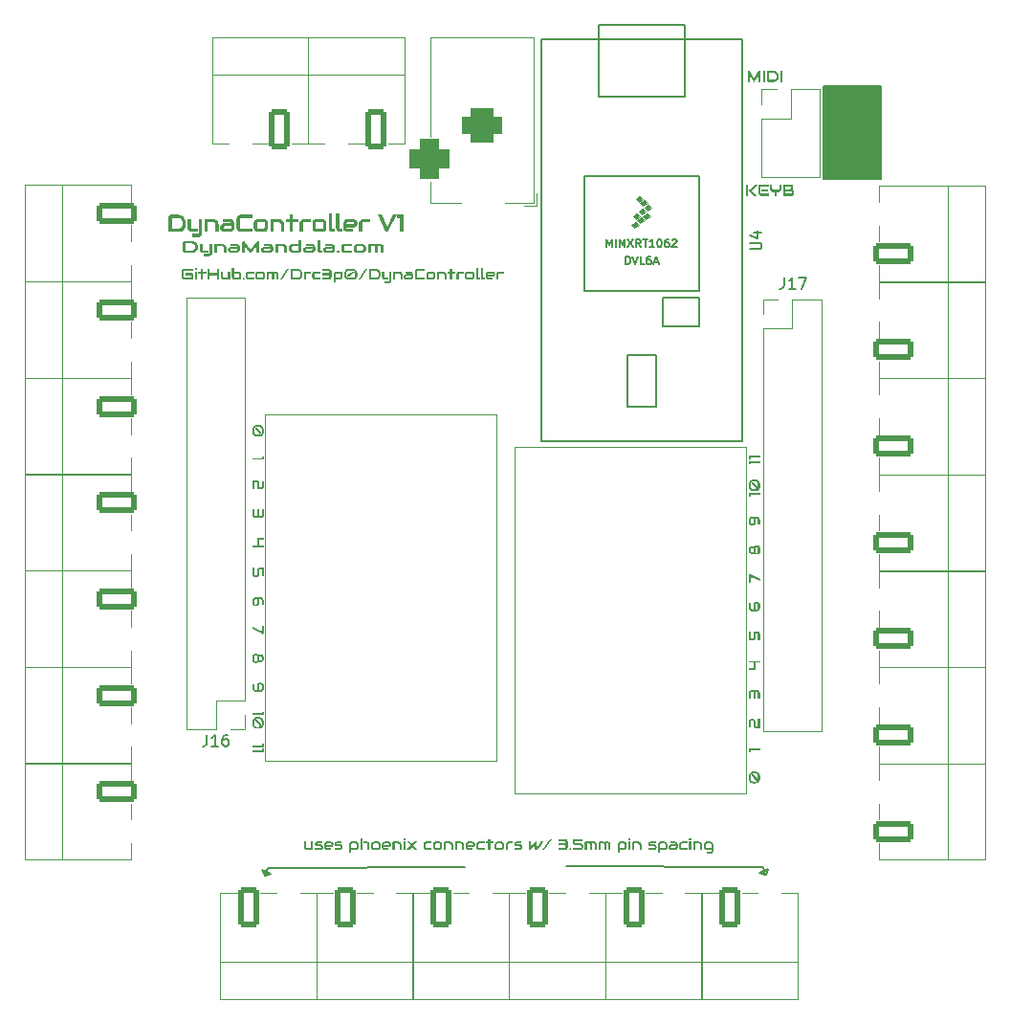
<source format=gbr>
%TF.GenerationSoftware,KiCad,Pcbnew,8.0.4*%
%TF.CreationDate,2025-01-14T19:01:53-06:00*%
%TF.ProjectId,DynaControllersquare,44796e61-436f-46e7-9472-6f6c6c657273,rev?*%
%TF.SameCoordinates,Original*%
%TF.FileFunction,Legend,Top*%
%TF.FilePolarity,Positive*%
%FSLAX46Y46*%
G04 Gerber Fmt 4.6, Leading zero omitted, Abs format (unit mm)*
G04 Created by KiCad (PCBNEW 8.0.4) date 2025-01-14 19:01:53*
%MOMM*%
%LPD*%
G01*
G04 APERTURE LIST*
G04 Aperture macros list*
%AMRoundRect*
0 Rectangle with rounded corners*
0 $1 Rounding radius*
0 $2 $3 $4 $5 $6 $7 $8 $9 X,Y pos of 4 corners*
0 Add a 4 corners polygon primitive as box body*
4,1,4,$2,$3,$4,$5,$6,$7,$8,$9,$2,$3,0*
0 Add four circle primitives for the rounded corners*
1,1,$1+$1,$2,$3*
1,1,$1+$1,$4,$5*
1,1,$1+$1,$6,$7*
1,1,$1+$1,$8,$9*
0 Add four rect primitives between the rounded corners*
20,1,$1+$1,$2,$3,$4,$5,0*
20,1,$1+$1,$4,$5,$6,$7,0*
20,1,$1+$1,$6,$7,$8,$9,0*
20,1,$1+$1,$8,$9,$2,$3,0*%
G04 Aperture macros list end*
%ADD10C,0.150000*%
%ADD11C,0.200000*%
%ADD12C,0.250000*%
%ADD13C,0.100000*%
%ADD14C,0.300000*%
%ADD15C,0.120000*%
%ADD16C,0.000000*%
%ADD17O,1.700000X1.700000*%
%ADD18R,1.700000X1.700000*%
%ADD19O,3.600000X1.800000*%
%ADD20RoundRect,0.250000X-1.550000X0.650000X-1.550000X-0.650000X1.550000X-0.650000X1.550000X0.650000X0*%
%ADD21O,1.800000X3.600000*%
%ADD22RoundRect,0.250000X-0.650000X-1.550000X0.650000X-1.550000X0.650000X1.550000X-0.650000X1.550000X0*%
%ADD23RoundRect,0.250000X1.550000X-0.650000X1.550000X0.650000X-1.550000X0.650000X-1.550000X-0.650000X0*%
%ADD24C,1.600000*%
%ADD25C,6.000000*%
%ADD26RoundRect,0.250000X0.650000X1.550000X-0.650000X1.550000X-0.650000X-1.550000X0.650000X-1.550000X0*%
%ADD27RoundRect,0.875000X-0.875000X0.875000X-0.875000X-0.875000X0.875000X-0.875000X0.875000X0.875000X0*%
%ADD28RoundRect,0.750000X-1.000000X0.750000X-1.000000X-0.750000X1.000000X-0.750000X1.000000X0.750000X0*%
%ADD29R,3.500000X3.500000*%
G04 APERTURE END LIST*
D10*
G36*
X119445254Y-119259298D02*
G01*
X119470167Y-119282379D01*
X119792323Y-119716301D01*
X119804780Y-119738063D01*
X119808199Y-119760924D01*
X119797941Y-119798733D01*
X119768387Y-119827749D01*
X119735903Y-119840059D01*
X119701465Y-119840498D01*
X119669958Y-119829068D01*
X119644801Y-119805987D01*
X119322644Y-119370746D01*
X119308722Y-119341510D01*
X119308722Y-119310516D01*
X119321912Y-119282159D01*
X119346580Y-119259518D01*
X119379309Y-119247208D01*
X119413503Y-119247208D01*
X119445254Y-119259298D01*
G37*
G36*
X119689456Y-119030302D02*
G01*
X119738670Y-119038381D01*
X119752267Y-119041678D01*
X119801101Y-119057172D01*
X119846392Y-119077690D01*
X119852163Y-119080806D01*
X119893171Y-119106582D01*
X119930101Y-119136511D01*
X119934717Y-119140816D01*
X119966473Y-119174668D01*
X119993507Y-119211514D01*
X119996755Y-119216653D01*
X120018221Y-119256350D01*
X120034536Y-119298364D01*
X120036322Y-119304141D01*
X120046139Y-119347901D01*
X120049946Y-119392627D01*
X120050000Y-119398663D01*
X120050000Y-119688604D01*
X120046994Y-119733822D01*
X120037978Y-119777978D01*
X120036322Y-119783785D01*
X120020694Y-119826109D01*
X119999914Y-119866114D01*
X119996755Y-119871273D01*
X119970351Y-119908409D01*
X119939224Y-119942744D01*
X119934717Y-119947110D01*
X119898331Y-119977388D01*
X119857866Y-120003512D01*
X119852163Y-120006681D01*
X119807344Y-120027711D01*
X119758983Y-120043814D01*
X119752267Y-120045589D01*
X119703775Y-120055056D01*
X119652758Y-120059221D01*
X119637718Y-120059438D01*
X119477006Y-120059438D01*
X119427233Y-120057021D01*
X119374740Y-120048666D01*
X119325205Y-120034343D01*
X119310921Y-120028883D01*
X119265674Y-120007768D01*
X119224577Y-119982618D01*
X119187630Y-119953432D01*
X119180739Y-119947110D01*
X119148907Y-119913438D01*
X119121797Y-119876717D01*
X119099409Y-119836948D01*
X119095498Y-119828628D01*
X119079398Y-119786146D01*
X119069261Y-119742504D01*
X119065087Y-119697703D01*
X119064968Y-119688604D01*
X119064968Y-119398663D01*
X119243510Y-119398663D01*
X119243510Y-119688604D01*
X119248018Y-119733163D01*
X119258897Y-119766859D01*
X119281669Y-119806929D01*
X119305792Y-119834344D01*
X119344311Y-119863548D01*
X119380041Y-119881165D01*
X119429060Y-119894886D01*
X119477006Y-119898750D01*
X119637718Y-119898750D01*
X119688825Y-119894464D01*
X119734682Y-119881605D01*
X119779376Y-119858382D01*
X119808688Y-119835223D01*
X119838629Y-119799550D01*
X119855826Y-119767958D01*
X119868827Y-119724133D01*
X119871458Y-119688604D01*
X119871458Y-119398663D01*
X119867062Y-119353271D01*
X119853872Y-119312494D01*
X119829916Y-119272587D01*
X119805512Y-119246549D01*
X119764544Y-119218598D01*
X119731751Y-119204563D01*
X119683803Y-119192900D01*
X119637718Y-119189616D01*
X119477006Y-119189616D01*
X119426631Y-119193957D01*
X119381018Y-119206981D01*
X119338410Y-119228658D01*
X119306769Y-119253143D01*
X119276509Y-119288213D01*
X119259385Y-119319528D01*
X119246188Y-119363068D01*
X119243510Y-119398663D01*
X119064968Y-119398663D01*
X119067973Y-119353809D01*
X119076989Y-119309920D01*
X119078646Y-119304141D01*
X119094152Y-119261818D01*
X119115025Y-119221812D01*
X119118213Y-119216653D01*
X119144617Y-119179408D01*
X119175744Y-119145157D01*
X119180251Y-119140816D01*
X119216515Y-119110332D01*
X119257073Y-119084002D01*
X119262805Y-119080806D01*
X119307624Y-119059618D01*
X119355984Y-119043454D01*
X119362700Y-119041678D01*
X119411146Y-119032061D01*
X119462023Y-119027829D01*
X119477006Y-119027609D01*
X119637718Y-119027609D01*
X119689456Y-119030302D01*
G37*
G36*
X120050000Y-116974504D02*
G01*
X120050000Y-117135851D01*
X119243510Y-117135851D01*
X119243510Y-117281151D01*
X119064968Y-117281151D01*
X119064968Y-116974504D01*
X120050000Y-116974504D01*
G37*
G36*
X120050000Y-114359762D02*
G01*
X120050000Y-115173970D01*
X119719539Y-115173970D01*
X119669336Y-115169333D01*
X119665806Y-115168695D01*
X119617931Y-115155723D01*
X119609141Y-115152428D01*
X119565036Y-115130002D01*
X119555408Y-115123632D01*
X119519296Y-115091518D01*
X119510467Y-115080987D01*
X119486417Y-115040990D01*
X119479204Y-115023175D01*
X119469129Y-114978799D01*
X119467480Y-114948876D01*
X119467480Y-114586615D01*
X119454613Y-114543394D01*
X119449406Y-114538035D01*
X119402364Y-114522347D01*
X119395917Y-114522208D01*
X119317027Y-114522208D01*
X119268308Y-114533789D01*
X119262072Y-114538475D01*
X119243673Y-114579655D01*
X119243510Y-114585296D01*
X119243510Y-115101650D01*
X119064968Y-115101650D01*
X119064968Y-114585296D01*
X119069101Y-114539794D01*
X119076692Y-114511877D01*
X119096401Y-114470478D01*
X119107955Y-114454064D01*
X119140561Y-114420556D01*
X119152896Y-114411200D01*
X119194076Y-114387061D01*
X119206140Y-114381744D01*
X119253648Y-114366837D01*
X119262561Y-114365038D01*
X119312463Y-114359783D01*
X119315561Y-114359762D01*
X119395917Y-114359762D01*
X119445033Y-114362946D01*
X119494521Y-114374709D01*
X119513154Y-114382404D01*
X119556385Y-114407738D01*
X119590823Y-114438897D01*
X119617864Y-114476416D01*
X119634054Y-114512096D01*
X119645270Y-114556884D01*
X119647487Y-114585296D01*
X119647487Y-114948876D01*
X119653593Y-114980530D01*
X119670202Y-114998775D01*
X119693649Y-115008227D01*
X119719539Y-115013283D01*
X119871458Y-115013283D01*
X119871458Y-114359762D01*
X120050000Y-114359762D01*
G37*
G36*
X119799162Y-111828551D02*
G01*
X119848163Y-111831735D01*
X119897691Y-111843498D01*
X119916399Y-111851193D01*
X119959630Y-111876472D01*
X119994068Y-111907466D01*
X120021041Y-111944876D01*
X120037055Y-111980666D01*
X120047863Y-112025637D01*
X120050000Y-112054085D01*
X120050000Y-112569780D01*
X119871458Y-112569780D01*
X119871458Y-112054085D01*
X119858243Y-112011021D01*
X119852896Y-112005725D01*
X119805611Y-111990037D01*
X119799162Y-111989898D01*
X119647487Y-111989898D01*
X119647487Y-112569780D01*
X119467480Y-112569780D01*
X119467480Y-111989898D01*
X119317027Y-111989898D01*
X119269427Y-112000492D01*
X119244658Y-112039042D01*
X119243510Y-112054085D01*
X119243510Y-112569780D01*
X119064968Y-112569780D01*
X119064968Y-112054085D01*
X119069101Y-112008033D01*
X119076692Y-111980006D01*
X119096401Y-111938608D01*
X119107955Y-111922194D01*
X119140561Y-111888686D01*
X119152896Y-111879330D01*
X119194076Y-111855459D01*
X119206140Y-111850314D01*
X119253648Y-111835621D01*
X119262561Y-111833827D01*
X119312463Y-111828572D01*
X119315561Y-111828551D01*
X119799162Y-111828551D01*
G37*
G36*
X120050000Y-109226999D02*
G01*
X120050000Y-109389005D01*
X119647487Y-109389005D01*
X119647487Y-109960314D01*
X119640404Y-109992627D01*
X119621109Y-110018126D01*
X119592533Y-110035052D01*
X119557362Y-110041207D01*
X119064968Y-110041207D01*
X119064968Y-109880519D01*
X119467480Y-109880519D01*
X119467480Y-109389005D01*
X119064968Y-109389005D01*
X119064968Y-109226999D01*
X120050000Y-109226999D01*
G37*
G36*
X119799162Y-106601486D02*
G01*
X119849365Y-106606123D01*
X119852896Y-106606762D01*
X119900120Y-106620046D01*
X119908827Y-106623468D01*
X119952461Y-106646106D01*
X119962072Y-106652484D01*
X119998184Y-106684523D01*
X120007013Y-106695129D01*
X120031063Y-106735126D01*
X120038276Y-106752941D01*
X120048351Y-106797059D01*
X120050000Y-106826580D01*
X120050000Y-107415694D01*
X119871458Y-107415694D01*
X119871458Y-106826580D01*
X119855750Y-106784265D01*
X119850942Y-106779979D01*
X119804888Y-106763637D01*
X119799162Y-106763492D01*
X119719539Y-106763492D01*
X119672250Y-106774916D01*
X119666050Y-106779539D01*
X119647650Y-106821803D01*
X119647487Y-106827679D01*
X119647487Y-107189940D01*
X119643984Y-107234041D01*
X119631041Y-107278616D01*
X119622575Y-107295453D01*
X119594242Y-107334251D01*
X119559560Y-107364916D01*
X119517613Y-107389082D01*
X119477739Y-107403604D01*
X119427684Y-107413699D01*
X119395917Y-107415694D01*
X119064968Y-107415694D01*
X119064968Y-106675125D01*
X119243510Y-106675125D01*
X119243510Y-107255006D01*
X119395917Y-107255006D01*
X119443638Y-107243113D01*
X119449651Y-107238300D01*
X119467324Y-107195744D01*
X119467480Y-107189940D01*
X119467480Y-106826580D01*
X119472728Y-106782410D01*
X119480914Y-106753600D01*
X119501204Y-106710965D01*
X119524145Y-106680401D01*
X119560975Y-106647659D01*
X119602058Y-106624127D01*
X119648227Y-106608650D01*
X119698381Y-106602039D01*
X119719539Y-106601486D01*
X119799162Y-106601486D01*
G37*
G36*
X119849365Y-104025673D02*
G01*
X119852896Y-104026311D01*
X119900120Y-104039596D01*
X119908827Y-104043018D01*
X119952461Y-104065656D01*
X119962072Y-104072034D01*
X119998184Y-104104073D01*
X120007013Y-104114678D01*
X120031063Y-104154676D01*
X120038276Y-104172491D01*
X120048351Y-104216781D01*
X120050000Y-104246570D01*
X120050000Y-104537829D01*
X120046088Y-104582645D01*
X120042428Y-104601357D01*
X120028493Y-104645120D01*
X120018004Y-104667742D01*
X119993503Y-104707825D01*
X119975505Y-104731050D01*
X119940973Y-104764621D01*
X119912979Y-104784466D01*
X119868011Y-104807402D01*
X119828227Y-104821395D01*
X119780381Y-104831335D01*
X119730787Y-104835122D01*
X119719539Y-104835244D01*
X119395917Y-104835244D01*
X119345468Y-104832593D01*
X119296602Y-104823870D01*
X119287473Y-104821395D01*
X119239590Y-104803966D01*
X119202721Y-104784466D01*
X119164708Y-104756313D01*
X119139951Y-104731050D01*
X119112189Y-104693991D01*
X119096964Y-104667742D01*
X119079523Y-104626457D01*
X119072540Y-104601357D01*
X119065708Y-104556784D01*
X119064968Y-104537829D01*
X119064968Y-104134682D01*
X119243510Y-104134682D01*
X119243510Y-104537829D01*
X119253223Y-104582636D01*
X119257920Y-104593883D01*
X119284233Y-104632135D01*
X119288939Y-104636748D01*
X119330289Y-104662738D01*
X119335345Y-104664665D01*
X119383592Y-104674209D01*
X119395917Y-104674556D01*
X119467480Y-104674556D01*
X119467480Y-104247889D01*
X119647487Y-104247889D01*
X119647487Y-104674556D01*
X119719539Y-104674556D01*
X119768174Y-104668498D01*
X119782554Y-104663785D01*
X119823737Y-104639917D01*
X119830181Y-104634330D01*
X119858124Y-104596919D01*
X119860956Y-104590806D01*
X119871089Y-104547327D01*
X119871458Y-104536510D01*
X119871458Y-104246570D01*
X119855750Y-104203822D01*
X119850942Y-104199528D01*
X119804888Y-104183187D01*
X119799162Y-104183042D01*
X119719539Y-104183042D01*
X119672250Y-104194466D01*
X119666050Y-104199089D01*
X119647777Y-104239961D01*
X119647487Y-104247889D01*
X119467480Y-104247889D01*
X119467480Y-104246570D01*
X119472728Y-104202108D01*
X119480914Y-104173370D01*
X119501204Y-104130843D01*
X119524145Y-104100170D01*
X119560975Y-104067257D01*
X119602058Y-104043677D01*
X119648227Y-104028200D01*
X119698381Y-104021589D01*
X119719539Y-104021036D01*
X119799162Y-104021036D01*
X119849365Y-104025673D01*
G37*
G36*
X119110153Y-101562145D02*
G01*
X119155338Y-101551594D01*
X119200279Y-101562145D01*
X120050000Y-102007937D01*
X120050000Y-102194124D01*
X119243510Y-101772292D01*
X119243510Y-102293042D01*
X119064968Y-102293042D01*
X119064968Y-101632048D01*
X119076936Y-101591601D01*
X119110153Y-101562145D01*
G37*
G36*
X119849365Y-99013150D02*
G01*
X119852896Y-99013789D01*
X119900120Y-99027073D01*
X119908827Y-99030495D01*
X119952461Y-99053423D01*
X119962072Y-99059951D01*
X119998184Y-99092199D01*
X120007013Y-99102815D01*
X120031063Y-99142813D01*
X120038276Y-99160628D01*
X120048351Y-99204660D01*
X120050000Y-99234047D01*
X120050000Y-99597627D01*
X120044943Y-99641797D01*
X120037055Y-99670607D01*
X120016962Y-99713312D01*
X119994068Y-99744026D01*
X119957185Y-99776658D01*
X119916399Y-99800300D01*
X119870397Y-99815627D01*
X119820314Y-99822174D01*
X119799162Y-99822721D01*
X119719539Y-99822721D01*
X119669965Y-99818388D01*
X119664584Y-99817445D01*
X119616471Y-99804161D01*
X119607676Y-99800739D01*
X119565196Y-99778988D01*
X119553942Y-99771503D01*
X119518427Y-99738912D01*
X119509979Y-99728199D01*
X119462661Y-99742577D01*
X119451605Y-99744905D01*
X119402504Y-99750315D01*
X119395917Y-99750401D01*
X119315561Y-99750401D01*
X119263184Y-99746664D01*
X119214350Y-99734282D01*
X119198813Y-99727759D01*
X119155399Y-99702370D01*
X119121388Y-99671486D01*
X119094537Y-99634077D01*
X119078401Y-99598286D01*
X119067185Y-99553470D01*
X119064968Y-99525307D01*
X119064968Y-99307686D01*
X119243510Y-99307686D01*
X119243510Y-99523988D01*
X119256724Y-99567208D01*
X119262072Y-99572568D01*
X119309156Y-99588255D01*
X119315561Y-99588394D01*
X119395917Y-99588394D01*
X119443638Y-99576814D01*
X119449651Y-99572128D01*
X119467324Y-99530873D01*
X119467480Y-99525307D01*
X119467480Y-99307686D01*
X119454613Y-99264309D01*
X119449406Y-99258886D01*
X119402364Y-99242981D01*
X119395917Y-99242840D01*
X119317027Y-99242840D01*
X119269660Y-99253868D01*
X119262072Y-99259546D01*
X119243673Y-99301922D01*
X119243510Y-99307686D01*
X119064968Y-99307686D01*
X119068678Y-99263838D01*
X119076518Y-99234047D01*
X119647487Y-99234047D01*
X119647487Y-99597627D01*
X119663382Y-99640134D01*
X119668248Y-99644668D01*
X119713859Y-99661881D01*
X119719539Y-99662034D01*
X119799162Y-99662034D01*
X119846767Y-99648065D01*
X119851919Y-99643789D01*
X119871286Y-99602776D01*
X119871458Y-99597627D01*
X119871458Y-99234047D01*
X119855750Y-99191467D01*
X119850942Y-99187226D01*
X119804888Y-99171102D01*
X119799162Y-99170959D01*
X119719539Y-99170959D01*
X119671480Y-99184086D01*
X119666538Y-99188105D01*
X119647655Y-99228713D01*
X119647487Y-99234047D01*
X119076518Y-99234047D01*
X119076692Y-99233387D01*
X119096401Y-99191592D01*
X119107955Y-99175136D01*
X119140561Y-99141751D01*
X119152896Y-99132491D01*
X119195785Y-99108123D01*
X119206140Y-99103695D01*
X119253648Y-99089002D01*
X119262561Y-99087208D01*
X119312463Y-99081953D01*
X119315561Y-99081933D01*
X119395917Y-99081933D01*
X119447746Y-99085524D01*
X119496980Y-99097425D01*
X119512909Y-99103695D01*
X119544437Y-99068725D01*
X119546859Y-99066545D01*
X119585541Y-99039521D01*
X119591800Y-99036210D01*
X119637430Y-99018908D01*
X119649197Y-99015987D01*
X119698472Y-99009104D01*
X119719539Y-99008513D01*
X119799162Y-99008513D01*
X119849365Y-99013150D01*
G37*
G36*
X119770155Y-96445222D02*
G01*
X119819096Y-96453945D01*
X119828227Y-96456420D01*
X119875989Y-96473801D01*
X119912979Y-96493569D01*
X119950795Y-96521830D01*
X119975505Y-96546985D01*
X120002860Y-96584015D01*
X120018004Y-96610512D01*
X120035444Y-96652158D01*
X120042428Y-96677557D01*
X120049260Y-96722130D01*
X120050000Y-96741085D01*
X120050000Y-97142473D01*
X119871458Y-97142473D01*
X119871458Y-96741085D01*
X119861959Y-96697040D01*
X119857536Y-96685910D01*
X119832318Y-96647274D01*
X119827739Y-96642606D01*
X119786831Y-96616397D01*
X119781821Y-96614469D01*
X119732445Y-96604925D01*
X119719539Y-96604577D01*
X119647487Y-96604577D01*
X119647487Y-97031025D01*
X119642335Y-97076208D01*
X119641625Y-97079385D01*
X119626865Y-97121887D01*
X119623063Y-97129724D01*
X119597910Y-97168994D01*
X119590823Y-97177644D01*
X119555075Y-97210145D01*
X119543196Y-97218091D01*
X119498304Y-97239736D01*
X119478471Y-97246228D01*
X119429165Y-97255295D01*
X119395917Y-97256779D01*
X119315561Y-97256779D01*
X119266088Y-97252142D01*
X119262561Y-97251503D01*
X119214860Y-97238532D01*
X119206140Y-97235237D01*
X119162507Y-97212666D01*
X119152896Y-97206221D01*
X119118091Y-97175226D01*
X119107955Y-97163136D01*
X119083806Y-97123139D01*
X119076692Y-97105324D01*
X119066617Y-97060948D01*
X119064968Y-97031025D01*
X119064968Y-96741085D01*
X119243510Y-96741085D01*
X119243510Y-97031025D01*
X119259404Y-97073869D01*
X119264270Y-97078506D01*
X119309881Y-97095937D01*
X119315561Y-97096092D01*
X119395917Y-97096092D01*
X119443270Y-97084198D01*
X119449406Y-97079385D01*
X119467198Y-97037864D01*
X119467480Y-97029926D01*
X119467480Y-96604577D01*
X119395917Y-96604577D01*
X119347374Y-96610512D01*
X119332903Y-96615129D01*
X119291178Y-96638197D01*
X119284787Y-96643705D01*
X119257031Y-96680851D01*
X119254256Y-96687009D01*
X119243887Y-96730343D01*
X119243510Y-96741085D01*
X119064968Y-96741085D01*
X119068880Y-96696268D01*
X119072540Y-96677557D01*
X119086474Y-96633311D01*
X119096964Y-96610512D01*
X119121655Y-96570138D01*
X119139951Y-96546985D01*
X119174569Y-96513519D01*
X119202721Y-96493569D01*
X119247569Y-96470346D01*
X119287473Y-96456420D01*
X119335265Y-96446479D01*
X119384713Y-96442693D01*
X119395917Y-96442571D01*
X119719539Y-96442571D01*
X119770155Y-96445222D01*
G37*
G36*
X120050000Y-94382431D02*
G01*
X120050000Y-94543778D01*
X119243510Y-94543778D01*
X119243510Y-94689078D01*
X119064968Y-94689078D01*
X119064968Y-94382431D01*
X120050000Y-94382431D01*
G37*
G36*
X119445254Y-93415669D02*
G01*
X119470167Y-93438750D01*
X119792323Y-93872672D01*
X119804780Y-93894434D01*
X119808199Y-93917295D01*
X119797941Y-93955104D01*
X119768387Y-93984120D01*
X119735903Y-93996430D01*
X119701465Y-93996870D01*
X119669958Y-93985439D01*
X119644801Y-93962358D01*
X119322644Y-93527117D01*
X119308722Y-93497882D01*
X119308722Y-93466887D01*
X119321912Y-93438531D01*
X119346580Y-93415889D01*
X119379309Y-93403579D01*
X119413503Y-93403579D01*
X119445254Y-93415669D01*
G37*
G36*
X119689456Y-93186673D02*
G01*
X119738670Y-93194752D01*
X119752267Y-93198049D01*
X119801101Y-93213544D01*
X119846392Y-93234062D01*
X119852163Y-93237177D01*
X119893171Y-93262953D01*
X119930101Y-93292883D01*
X119934717Y-93297187D01*
X119966473Y-93331039D01*
X119993507Y-93367886D01*
X119996755Y-93373025D01*
X120018221Y-93412721D01*
X120034536Y-93454735D01*
X120036322Y-93460512D01*
X120046139Y-93504272D01*
X120049946Y-93548998D01*
X120050000Y-93555034D01*
X120050000Y-93844975D01*
X120046994Y-93890194D01*
X120037978Y-93934349D01*
X120036322Y-93940157D01*
X120020694Y-93982480D01*
X119999914Y-94022485D01*
X119996755Y-94027644D01*
X119970351Y-94064781D01*
X119939224Y-94099115D01*
X119934717Y-94103482D01*
X119898331Y-94133759D01*
X119857866Y-94159883D01*
X119852163Y-94163053D01*
X119807344Y-94184082D01*
X119758983Y-94200186D01*
X119752267Y-94201960D01*
X119703775Y-94211427D01*
X119652758Y-94215593D01*
X119637718Y-94215809D01*
X119477006Y-94215809D01*
X119427233Y-94213392D01*
X119374740Y-94205037D01*
X119325205Y-94190715D01*
X119310921Y-94185254D01*
X119265674Y-94164140D01*
X119224577Y-94138989D01*
X119187630Y-94109803D01*
X119180739Y-94103482D01*
X119148907Y-94069809D01*
X119121797Y-94033088D01*
X119099409Y-93993319D01*
X119095498Y-93985000D01*
X119079398Y-93942517D01*
X119069261Y-93898875D01*
X119065087Y-93854074D01*
X119064968Y-93844975D01*
X119064968Y-93555034D01*
X119243510Y-93555034D01*
X119243510Y-93844975D01*
X119248018Y-93889535D01*
X119258897Y-93923230D01*
X119281669Y-93963300D01*
X119305792Y-93990715D01*
X119344311Y-94019919D01*
X119380041Y-94037536D01*
X119429060Y-94051258D01*
X119477006Y-94055122D01*
X119637718Y-94055122D01*
X119688825Y-94050835D01*
X119734682Y-94037976D01*
X119779376Y-94014753D01*
X119808688Y-93991594D01*
X119838629Y-93955922D01*
X119855826Y-93924330D01*
X119868827Y-93880504D01*
X119871458Y-93844975D01*
X119871458Y-93555034D01*
X119867062Y-93509642D01*
X119853872Y-93468866D01*
X119829916Y-93428958D01*
X119805512Y-93402920D01*
X119764544Y-93374969D01*
X119731751Y-93360935D01*
X119683803Y-93349271D01*
X119637718Y-93345987D01*
X119477006Y-93345987D01*
X119426631Y-93350328D01*
X119381018Y-93363353D01*
X119338410Y-93385030D01*
X119306769Y-93409515D01*
X119276509Y-93444584D01*
X119259385Y-93475900D01*
X119246188Y-93519439D01*
X119243510Y-93555034D01*
X119064968Y-93555034D01*
X119067973Y-93510180D01*
X119076989Y-93466291D01*
X119078646Y-93460512D01*
X119094152Y-93418189D01*
X119115025Y-93378183D01*
X119118213Y-93373025D01*
X119144617Y-93335779D01*
X119175744Y-93301528D01*
X119180251Y-93297187D01*
X119216515Y-93266703D01*
X119257073Y-93240374D01*
X119262805Y-93237177D01*
X119307624Y-93215989D01*
X119355984Y-93199825D01*
X119362700Y-93198049D01*
X119411146Y-93188432D01*
X119462023Y-93184200D01*
X119477006Y-93183981D01*
X119637718Y-93183981D01*
X119689456Y-93186673D01*
G37*
G36*
X120050000Y-91540617D02*
G01*
X120050000Y-91701964D01*
X119243510Y-91701964D01*
X119243510Y-91847264D01*
X119064968Y-91847264D01*
X119064968Y-91540617D01*
X120050000Y-91540617D01*
G37*
G36*
X120050000Y-91093946D02*
G01*
X120050000Y-91255293D01*
X119243510Y-91255293D01*
X119243510Y-91400593D01*
X119064968Y-91400593D01*
X119064968Y-91093946D01*
X120050000Y-91093946D01*
G37*
G36*
X75510041Y-88580931D02*
G01*
X75535198Y-88604012D01*
X75857355Y-89039253D01*
X75871277Y-89068489D01*
X75871277Y-89099483D01*
X75858087Y-89127840D01*
X75833419Y-89150481D01*
X75800690Y-89162791D01*
X75766496Y-89162791D01*
X75734745Y-89150701D01*
X75709832Y-89127620D01*
X75387676Y-88693698D01*
X75375219Y-88671936D01*
X75371800Y-88649075D01*
X75382058Y-88611266D01*
X75411612Y-88582250D01*
X75444096Y-88569940D01*
X75478534Y-88569501D01*
X75510041Y-88580931D01*
G37*
G36*
X75752766Y-88352978D02*
G01*
X75805259Y-88361333D01*
X75854794Y-88375656D01*
X75869078Y-88381116D01*
X75914325Y-88402231D01*
X75955422Y-88427381D01*
X75992369Y-88456567D01*
X75999260Y-88462889D01*
X76031092Y-88496561D01*
X76058202Y-88533282D01*
X76080590Y-88573051D01*
X76084501Y-88581371D01*
X76100601Y-88623853D01*
X76110738Y-88667495D01*
X76114912Y-88712296D01*
X76115031Y-88721395D01*
X76115031Y-89011336D01*
X76112026Y-89056190D01*
X76103010Y-89100079D01*
X76101353Y-89105858D01*
X76085847Y-89148181D01*
X76064974Y-89188187D01*
X76061786Y-89193346D01*
X76035382Y-89230591D01*
X76004255Y-89264842D01*
X75999748Y-89269183D01*
X75963484Y-89299667D01*
X75922926Y-89325997D01*
X75917194Y-89329193D01*
X75872375Y-89350381D01*
X75824015Y-89366545D01*
X75817299Y-89368321D01*
X75768853Y-89377938D01*
X75717976Y-89382170D01*
X75702993Y-89382390D01*
X75542281Y-89382390D01*
X75490543Y-89379697D01*
X75441329Y-89371618D01*
X75427732Y-89368321D01*
X75378898Y-89352827D01*
X75333607Y-89332309D01*
X75327836Y-89329193D01*
X75286828Y-89303417D01*
X75249898Y-89273488D01*
X75245282Y-89269183D01*
X75213526Y-89235331D01*
X75186492Y-89198485D01*
X75183244Y-89193346D01*
X75161778Y-89153649D01*
X75145463Y-89111635D01*
X75143677Y-89105858D01*
X75133860Y-89062098D01*
X75130053Y-89017372D01*
X75130000Y-89011336D01*
X75130000Y-88721395D01*
X75308541Y-88721395D01*
X75308541Y-89011336D01*
X75312937Y-89056728D01*
X75326127Y-89097505D01*
X75350083Y-89137412D01*
X75374487Y-89163450D01*
X75415455Y-89191401D01*
X75448248Y-89205436D01*
X75496196Y-89217099D01*
X75542281Y-89220383D01*
X75702993Y-89220383D01*
X75753368Y-89216042D01*
X75798981Y-89203018D01*
X75841589Y-89181341D01*
X75873230Y-89156856D01*
X75903490Y-89121786D01*
X75920614Y-89090471D01*
X75933811Y-89046931D01*
X75936489Y-89011336D01*
X75936489Y-88721395D01*
X75931981Y-88676836D01*
X75921102Y-88643140D01*
X75898330Y-88603070D01*
X75874207Y-88575655D01*
X75835688Y-88546451D01*
X75799958Y-88528834D01*
X75750939Y-88515113D01*
X75702993Y-88511249D01*
X75542281Y-88511249D01*
X75491174Y-88515535D01*
X75445317Y-88528394D01*
X75400623Y-88551617D01*
X75371311Y-88574776D01*
X75341370Y-88610449D01*
X75324173Y-88642041D01*
X75311172Y-88685866D01*
X75308541Y-88721395D01*
X75130000Y-88721395D01*
X75133005Y-88676177D01*
X75142021Y-88632021D01*
X75143677Y-88626214D01*
X75159305Y-88583890D01*
X75180085Y-88543885D01*
X75183244Y-88538726D01*
X75209648Y-88501590D01*
X75240775Y-88467255D01*
X75245282Y-88462889D01*
X75281668Y-88432611D01*
X75322133Y-88406487D01*
X75327836Y-88403318D01*
X75372655Y-88382288D01*
X75421016Y-88366185D01*
X75427732Y-88364410D01*
X75476224Y-88354943D01*
X75527241Y-88350778D01*
X75542281Y-88350561D01*
X75702993Y-88350561D01*
X75752766Y-88352978D01*
G37*
G36*
X75130000Y-91435495D02*
G01*
X75130000Y-91274148D01*
X75936489Y-91274148D01*
X75936489Y-91128848D01*
X76115031Y-91128848D01*
X76115031Y-91435495D01*
X75130000Y-91435495D01*
G37*
G36*
X75130000Y-94050237D02*
G01*
X75130000Y-93236029D01*
X75460460Y-93236029D01*
X75510663Y-93240666D01*
X75514193Y-93241304D01*
X75562068Y-93254276D01*
X75570858Y-93257571D01*
X75614963Y-93279997D01*
X75624591Y-93286367D01*
X75660703Y-93318481D01*
X75669532Y-93329012D01*
X75693582Y-93369009D01*
X75700795Y-93386824D01*
X75710870Y-93431200D01*
X75712519Y-93461123D01*
X75712519Y-93823384D01*
X75725386Y-93866605D01*
X75730593Y-93871964D01*
X75777635Y-93887652D01*
X75784082Y-93887791D01*
X75862972Y-93887791D01*
X75911691Y-93876210D01*
X75917927Y-93871524D01*
X75936326Y-93830344D01*
X75936489Y-93824703D01*
X75936489Y-93308349D01*
X76115031Y-93308349D01*
X76115031Y-93824703D01*
X76110898Y-93870205D01*
X76103307Y-93898122D01*
X76083598Y-93939521D01*
X76072044Y-93955935D01*
X76039438Y-93989443D01*
X76027103Y-93998799D01*
X75985923Y-94022938D01*
X75973859Y-94028255D01*
X75926351Y-94043162D01*
X75917438Y-94044961D01*
X75867536Y-94050216D01*
X75864438Y-94050237D01*
X75784082Y-94050237D01*
X75734966Y-94047053D01*
X75685478Y-94035290D01*
X75666845Y-94027595D01*
X75623614Y-94002261D01*
X75589176Y-93971102D01*
X75562135Y-93933583D01*
X75545945Y-93897903D01*
X75534729Y-93853115D01*
X75532512Y-93824703D01*
X75532512Y-93461123D01*
X75526406Y-93429469D01*
X75509797Y-93411224D01*
X75486350Y-93401772D01*
X75460460Y-93396716D01*
X75308541Y-93396716D01*
X75308541Y-94050237D01*
X75130000Y-94050237D01*
G37*
G36*
X75380837Y-96581448D02*
G01*
X75331836Y-96578264D01*
X75282308Y-96566501D01*
X75263600Y-96558806D01*
X75220369Y-96533527D01*
X75185931Y-96502533D01*
X75158958Y-96465123D01*
X75142944Y-96429333D01*
X75132136Y-96384362D01*
X75130000Y-96355914D01*
X75130000Y-95840219D01*
X75308541Y-95840219D01*
X75308541Y-96355914D01*
X75321756Y-96398978D01*
X75327103Y-96404274D01*
X75374388Y-96419962D01*
X75380837Y-96420101D01*
X75532512Y-96420101D01*
X75532512Y-95840219D01*
X75712519Y-95840219D01*
X75712519Y-96420101D01*
X75862972Y-96420101D01*
X75910572Y-96409507D01*
X75935341Y-96370957D01*
X75936489Y-96355914D01*
X75936489Y-95840219D01*
X76115031Y-95840219D01*
X76115031Y-96355914D01*
X76110898Y-96401966D01*
X76103307Y-96429993D01*
X76083598Y-96471391D01*
X76072044Y-96487805D01*
X76039438Y-96521313D01*
X76027103Y-96530669D01*
X75985923Y-96554540D01*
X75973859Y-96559685D01*
X75926351Y-96574378D01*
X75917438Y-96576172D01*
X75867536Y-96581427D01*
X75864438Y-96581448D01*
X75380837Y-96581448D01*
G37*
G36*
X75130000Y-99183000D02*
G01*
X75130000Y-99020994D01*
X75532512Y-99020994D01*
X75532512Y-98449685D01*
X75539595Y-98417372D01*
X75558890Y-98391873D01*
X75587466Y-98374947D01*
X75622637Y-98368792D01*
X76115031Y-98368792D01*
X76115031Y-98529480D01*
X75712519Y-98529480D01*
X75712519Y-99020994D01*
X76115031Y-99020994D01*
X76115031Y-99183000D01*
X75130000Y-99183000D01*
G37*
G36*
X75380837Y-101808513D02*
G01*
X75330634Y-101803876D01*
X75327103Y-101803237D01*
X75279879Y-101789953D01*
X75271172Y-101786531D01*
X75227538Y-101763893D01*
X75217927Y-101757515D01*
X75181815Y-101725476D01*
X75172986Y-101714870D01*
X75148936Y-101674873D01*
X75141723Y-101657058D01*
X75131648Y-101612940D01*
X75130000Y-101583419D01*
X75130000Y-100994305D01*
X75308541Y-100994305D01*
X75308541Y-101583419D01*
X75324249Y-101625734D01*
X75329057Y-101630020D01*
X75375111Y-101646362D01*
X75380837Y-101646507D01*
X75460460Y-101646507D01*
X75507749Y-101635083D01*
X75513949Y-101630460D01*
X75532349Y-101588196D01*
X75532512Y-101582320D01*
X75532512Y-101220059D01*
X75536015Y-101175958D01*
X75548958Y-101131383D01*
X75557424Y-101114546D01*
X75585757Y-101075748D01*
X75620439Y-101045083D01*
X75662386Y-101020917D01*
X75702260Y-101006395D01*
X75752315Y-100996300D01*
X75784082Y-100994305D01*
X76115031Y-100994305D01*
X76115031Y-101734874D01*
X75936489Y-101734874D01*
X75936489Y-101154993D01*
X75784082Y-101154993D01*
X75736361Y-101166886D01*
X75730348Y-101171699D01*
X75712675Y-101214255D01*
X75712519Y-101220059D01*
X75712519Y-101583419D01*
X75707271Y-101627589D01*
X75699085Y-101656399D01*
X75678795Y-101699034D01*
X75655854Y-101729598D01*
X75619024Y-101762340D01*
X75577941Y-101785872D01*
X75531772Y-101801349D01*
X75481618Y-101807960D01*
X75460460Y-101808513D01*
X75380837Y-101808513D01*
G37*
G36*
X75834531Y-103577406D02*
G01*
X75883397Y-103586129D01*
X75892526Y-103588604D01*
X75940409Y-103606033D01*
X75977278Y-103625533D01*
X76015291Y-103653686D01*
X76040048Y-103678949D01*
X76067810Y-103716008D01*
X76083035Y-103742257D01*
X76100476Y-103783542D01*
X76107459Y-103808642D01*
X76114291Y-103853215D01*
X76115031Y-103872170D01*
X76115031Y-104275317D01*
X75936489Y-104275317D01*
X75936489Y-103872170D01*
X75926776Y-103827363D01*
X75922079Y-103816116D01*
X75895766Y-103777864D01*
X75891060Y-103773251D01*
X75849710Y-103747261D01*
X75844654Y-103745334D01*
X75796407Y-103735790D01*
X75784082Y-103735443D01*
X75712519Y-103735443D01*
X75712519Y-104163429D01*
X75707271Y-104207891D01*
X75699085Y-104236629D01*
X75678795Y-104279156D01*
X75655854Y-104309829D01*
X75619024Y-104342742D01*
X75577941Y-104366322D01*
X75531772Y-104381799D01*
X75481618Y-104388410D01*
X75460460Y-104388963D01*
X75380837Y-104388963D01*
X75330634Y-104384326D01*
X75327103Y-104383688D01*
X75279879Y-104370403D01*
X75271172Y-104366981D01*
X75227538Y-104344343D01*
X75217927Y-104337965D01*
X75181815Y-104305926D01*
X75172986Y-104295321D01*
X75148936Y-104255323D01*
X75141723Y-104237508D01*
X75131648Y-104193218D01*
X75130000Y-104163429D01*
X75130000Y-103873489D01*
X75308541Y-103873489D01*
X75308541Y-104163429D01*
X75324249Y-104206177D01*
X75329057Y-104210471D01*
X75375111Y-104226812D01*
X75380837Y-104226957D01*
X75460460Y-104226957D01*
X75507749Y-104215533D01*
X75513949Y-104210910D01*
X75532222Y-104170038D01*
X75532512Y-104162110D01*
X75532512Y-103735443D01*
X75460460Y-103735443D01*
X75411825Y-103741501D01*
X75397445Y-103746214D01*
X75356262Y-103770082D01*
X75349818Y-103775669D01*
X75321875Y-103813080D01*
X75319043Y-103819193D01*
X75308910Y-103862672D01*
X75308541Y-103873489D01*
X75130000Y-103873489D01*
X75130000Y-103872170D01*
X75133911Y-103827354D01*
X75137571Y-103808642D01*
X75151506Y-103764879D01*
X75161995Y-103742257D01*
X75186496Y-103702174D01*
X75204494Y-103678949D01*
X75239026Y-103645378D01*
X75267020Y-103625533D01*
X75311988Y-103602597D01*
X75351772Y-103588604D01*
X75399618Y-103578664D01*
X75449212Y-103574877D01*
X75460460Y-103574755D01*
X75784082Y-103574755D01*
X75834531Y-103577406D01*
G37*
G36*
X76069846Y-106847854D02*
G01*
X76024661Y-106858405D01*
X75979720Y-106847854D01*
X75130000Y-106402062D01*
X75130000Y-106215875D01*
X75936489Y-106637707D01*
X75936489Y-106116957D01*
X76115031Y-106116957D01*
X76115031Y-106777951D01*
X76103063Y-106818398D01*
X76069846Y-106847854D01*
G37*
G36*
X75510034Y-108591611D02*
G01*
X75515415Y-108592554D01*
X75563528Y-108605838D01*
X75572323Y-108609260D01*
X75614803Y-108631011D01*
X75626057Y-108638496D01*
X75661572Y-108671087D01*
X75670020Y-108681800D01*
X75717338Y-108667422D01*
X75728394Y-108665094D01*
X75777495Y-108659684D01*
X75784082Y-108659598D01*
X75864438Y-108659598D01*
X75916815Y-108663335D01*
X75965649Y-108675717D01*
X75981186Y-108682240D01*
X76024600Y-108707629D01*
X76058611Y-108738513D01*
X76085462Y-108775922D01*
X76101598Y-108811713D01*
X76112814Y-108856529D01*
X76115031Y-108884692D01*
X76115031Y-109102313D01*
X76111321Y-109146161D01*
X76103307Y-109176612D01*
X76083598Y-109218407D01*
X76072044Y-109234863D01*
X76039438Y-109268248D01*
X76027103Y-109277508D01*
X75984214Y-109301876D01*
X75973859Y-109306304D01*
X75926351Y-109320997D01*
X75917438Y-109322791D01*
X75867536Y-109328046D01*
X75864438Y-109328066D01*
X75784082Y-109328066D01*
X75732253Y-109324475D01*
X75683019Y-109312574D01*
X75667090Y-109306304D01*
X75635562Y-109341274D01*
X75633140Y-109343454D01*
X75594458Y-109370478D01*
X75588199Y-109373789D01*
X75542569Y-109391091D01*
X75530802Y-109394012D01*
X75481527Y-109400895D01*
X75460460Y-109401486D01*
X75380837Y-109401486D01*
X75330634Y-109396849D01*
X75327103Y-109396210D01*
X75279879Y-109382926D01*
X75271172Y-109379504D01*
X75227538Y-109356576D01*
X75217927Y-109350048D01*
X75181815Y-109317800D01*
X75172986Y-109307184D01*
X75148936Y-109267186D01*
X75141723Y-109249371D01*
X75131648Y-109205339D01*
X75130000Y-109175952D01*
X75130000Y-108812372D01*
X75308541Y-108812372D01*
X75308541Y-109175952D01*
X75324249Y-109218532D01*
X75329057Y-109222773D01*
X75375111Y-109238897D01*
X75380837Y-109239040D01*
X75460460Y-109239040D01*
X75508519Y-109225913D01*
X75513461Y-109221894D01*
X75532344Y-109181286D01*
X75532512Y-109175952D01*
X75532512Y-108884692D01*
X75712519Y-108884692D01*
X75712519Y-109102313D01*
X75725386Y-109145690D01*
X75730593Y-109151113D01*
X75777635Y-109167018D01*
X75784082Y-109167159D01*
X75862972Y-109167159D01*
X75910339Y-109156131D01*
X75917927Y-109150453D01*
X75936326Y-109108077D01*
X75936489Y-109102313D01*
X75936489Y-108886011D01*
X75923275Y-108842791D01*
X75917927Y-108837431D01*
X75870843Y-108821744D01*
X75864438Y-108821605D01*
X75784082Y-108821605D01*
X75736361Y-108833185D01*
X75730348Y-108837871D01*
X75712675Y-108879126D01*
X75712519Y-108884692D01*
X75532512Y-108884692D01*
X75532512Y-108812372D01*
X75516617Y-108769865D01*
X75511751Y-108765331D01*
X75466140Y-108748118D01*
X75460460Y-108747965D01*
X75380837Y-108747965D01*
X75333232Y-108761934D01*
X75328080Y-108766210D01*
X75308713Y-108807223D01*
X75308541Y-108812372D01*
X75130000Y-108812372D01*
X75135056Y-108768202D01*
X75142944Y-108739392D01*
X75163037Y-108696687D01*
X75185931Y-108665973D01*
X75222814Y-108633341D01*
X75263600Y-108609699D01*
X75309602Y-108594372D01*
X75359685Y-108587825D01*
X75380837Y-108587278D01*
X75460460Y-108587278D01*
X75510034Y-108591611D01*
G37*
G36*
X75913911Y-111157857D02*
G01*
X75917438Y-111158496D01*
X75965139Y-111171467D01*
X75973859Y-111174762D01*
X76017492Y-111197333D01*
X76027103Y-111203778D01*
X76061908Y-111234773D01*
X76072044Y-111246863D01*
X76096193Y-111286860D01*
X76103307Y-111304675D01*
X76113382Y-111349051D01*
X76115031Y-111378974D01*
X76115031Y-111668914D01*
X76111119Y-111713731D01*
X76107459Y-111732442D01*
X76093525Y-111776688D01*
X76083035Y-111799487D01*
X76058344Y-111839861D01*
X76040048Y-111863014D01*
X76005430Y-111896480D01*
X75977278Y-111916430D01*
X75932430Y-111939653D01*
X75892526Y-111953579D01*
X75844734Y-111963520D01*
X75795286Y-111967306D01*
X75784082Y-111967428D01*
X75460460Y-111967428D01*
X75409844Y-111964777D01*
X75360903Y-111956054D01*
X75351772Y-111953579D01*
X75304010Y-111936198D01*
X75267020Y-111916430D01*
X75229204Y-111888169D01*
X75204494Y-111863014D01*
X75177139Y-111825984D01*
X75161995Y-111799487D01*
X75144555Y-111757841D01*
X75137571Y-111732442D01*
X75130739Y-111687869D01*
X75130000Y-111668914D01*
X75130000Y-111267526D01*
X75308541Y-111267526D01*
X75308541Y-111668914D01*
X75318040Y-111712959D01*
X75322463Y-111724089D01*
X75347681Y-111762725D01*
X75352260Y-111767393D01*
X75393168Y-111793602D01*
X75398178Y-111795530D01*
X75447554Y-111805074D01*
X75460460Y-111805422D01*
X75532512Y-111805422D01*
X75532512Y-111380073D01*
X75712519Y-111380073D01*
X75712519Y-111805422D01*
X75784082Y-111805422D01*
X75832625Y-111799487D01*
X75847096Y-111794870D01*
X75888821Y-111771802D01*
X75895212Y-111766294D01*
X75922968Y-111729148D01*
X75925743Y-111722990D01*
X75936112Y-111679656D01*
X75936489Y-111668914D01*
X75936489Y-111378974D01*
X75920595Y-111336130D01*
X75915729Y-111331493D01*
X75870118Y-111314062D01*
X75864438Y-111313907D01*
X75784082Y-111313907D01*
X75736729Y-111325801D01*
X75730593Y-111330614D01*
X75712801Y-111372135D01*
X75712519Y-111380073D01*
X75532512Y-111380073D01*
X75532512Y-111378974D01*
X75537664Y-111333791D01*
X75538374Y-111330614D01*
X75553134Y-111288112D01*
X75556936Y-111280275D01*
X75582089Y-111241005D01*
X75589176Y-111232355D01*
X75624924Y-111199854D01*
X75636803Y-111191908D01*
X75681695Y-111170263D01*
X75701528Y-111163771D01*
X75750834Y-111154704D01*
X75784082Y-111153220D01*
X75864438Y-111153220D01*
X75913911Y-111157857D01*
G37*
G36*
X75130000Y-114027568D02*
G01*
X75130000Y-113866221D01*
X75936489Y-113866221D01*
X75936489Y-113720921D01*
X76115031Y-113720921D01*
X76115031Y-114027568D01*
X75130000Y-114027568D01*
G37*
G36*
X75510041Y-114424560D02*
G01*
X75535198Y-114447641D01*
X75857355Y-114882882D01*
X75871277Y-114912117D01*
X75871277Y-114943112D01*
X75858087Y-114971468D01*
X75833419Y-114994110D01*
X75800690Y-115006420D01*
X75766496Y-115006420D01*
X75734745Y-114994330D01*
X75709832Y-114971249D01*
X75387676Y-114537327D01*
X75375219Y-114515565D01*
X75371800Y-114492704D01*
X75382058Y-114454895D01*
X75411612Y-114425879D01*
X75444096Y-114413569D01*
X75478534Y-114413129D01*
X75510041Y-114424560D01*
G37*
G36*
X75752766Y-114196607D02*
G01*
X75805259Y-114204962D01*
X75854794Y-114219284D01*
X75869078Y-114224745D01*
X75914325Y-114245859D01*
X75955422Y-114271010D01*
X75992369Y-114300196D01*
X75999260Y-114306517D01*
X76031092Y-114340190D01*
X76058202Y-114376911D01*
X76080590Y-114416680D01*
X76084501Y-114425000D01*
X76100601Y-114467482D01*
X76110738Y-114511124D01*
X76114912Y-114555925D01*
X76115031Y-114565024D01*
X76115031Y-114854965D01*
X76112026Y-114899819D01*
X76103010Y-114943708D01*
X76101353Y-114949487D01*
X76085847Y-114991810D01*
X76064974Y-115031816D01*
X76061786Y-115036974D01*
X76035382Y-115074220D01*
X76004255Y-115108471D01*
X75999748Y-115112812D01*
X75963484Y-115143296D01*
X75922926Y-115169625D01*
X75917194Y-115172822D01*
X75872375Y-115194010D01*
X75824015Y-115210174D01*
X75817299Y-115211950D01*
X75768853Y-115221567D01*
X75717976Y-115225799D01*
X75702993Y-115226018D01*
X75542281Y-115226018D01*
X75490543Y-115223326D01*
X75441329Y-115215247D01*
X75427732Y-115211950D01*
X75378898Y-115196455D01*
X75333607Y-115175937D01*
X75327836Y-115172822D01*
X75286828Y-115147046D01*
X75249898Y-115117116D01*
X75245282Y-115112812D01*
X75213526Y-115078960D01*
X75186492Y-115042113D01*
X75183244Y-115036974D01*
X75161778Y-114997278D01*
X75145463Y-114955264D01*
X75143677Y-114949487D01*
X75133860Y-114905727D01*
X75130053Y-114861001D01*
X75130000Y-114854965D01*
X75130000Y-114565024D01*
X75308541Y-114565024D01*
X75308541Y-114854965D01*
X75312937Y-114900357D01*
X75326127Y-114941133D01*
X75350083Y-114981041D01*
X75374487Y-115007079D01*
X75415455Y-115035030D01*
X75448248Y-115049064D01*
X75496196Y-115060728D01*
X75542281Y-115064012D01*
X75702993Y-115064012D01*
X75753368Y-115059671D01*
X75798981Y-115046646D01*
X75841589Y-115024969D01*
X75873230Y-115000484D01*
X75903490Y-114965415D01*
X75920614Y-114934099D01*
X75933811Y-114890560D01*
X75936489Y-114854965D01*
X75936489Y-114565024D01*
X75931981Y-114520464D01*
X75921102Y-114486769D01*
X75898330Y-114446699D01*
X75874207Y-114419284D01*
X75835688Y-114390080D01*
X75799958Y-114372463D01*
X75750939Y-114358741D01*
X75702993Y-114354877D01*
X75542281Y-114354877D01*
X75491174Y-114359164D01*
X75445317Y-114372023D01*
X75400623Y-114395246D01*
X75371311Y-114418405D01*
X75341370Y-114454077D01*
X75324173Y-114485669D01*
X75311172Y-114529495D01*
X75308541Y-114565024D01*
X75130000Y-114565024D01*
X75133005Y-114519805D01*
X75142021Y-114475650D01*
X75143677Y-114469842D01*
X75159305Y-114427519D01*
X75180085Y-114387514D01*
X75183244Y-114382355D01*
X75209648Y-114345218D01*
X75240775Y-114310884D01*
X75245282Y-114306517D01*
X75281668Y-114276240D01*
X75322133Y-114250116D01*
X75327836Y-114246946D01*
X75372655Y-114225917D01*
X75421016Y-114209813D01*
X75427732Y-114208039D01*
X75476224Y-114198572D01*
X75527241Y-114194406D01*
X75542281Y-114194190D01*
X75702993Y-114194190D01*
X75752766Y-114196607D01*
G37*
G36*
X75130000Y-116869382D02*
G01*
X75130000Y-116708035D01*
X75936489Y-116708035D01*
X75936489Y-116562735D01*
X76115031Y-116562735D01*
X76115031Y-116869382D01*
X75130000Y-116869382D01*
G37*
G36*
X75130000Y-117316053D02*
G01*
X75130000Y-117154706D01*
X75936489Y-117154706D01*
X75936489Y-117009406D01*
X76115031Y-117009406D01*
X76115031Y-117316053D01*
X75130000Y-117316053D01*
G37*
D11*
X125700000Y-58375000D02*
X130750000Y-58375000D01*
X130750000Y-66550000D01*
X125700000Y-66550000D01*
X125700000Y-58375000D01*
G36*
X125700000Y-58375000D02*
G01*
X130750000Y-58375000D01*
X130750000Y-66550000D01*
X125700000Y-66550000D01*
X125700000Y-58375000D01*
G37*
D12*
G36*
X119863328Y-68080000D02*
G01*
X119587334Y-68080000D01*
X119185554Y-67677487D01*
X119055129Y-67677487D01*
X119055129Y-67481849D01*
X119185554Y-67481849D01*
X119587334Y-67079337D01*
X119863328Y-67079337D01*
X119348953Y-67579546D01*
X119863328Y-68080000D01*
G37*
G36*
X118999441Y-68080000D02*
G01*
X118805024Y-68080000D01*
X118805024Y-67079337D01*
X118999441Y-67079337D01*
X118999441Y-68080000D01*
G37*
G36*
X120760676Y-67677487D02*
G01*
X120181088Y-67677487D01*
X120181088Y-67481849D01*
X120760676Y-67481849D01*
X120760676Y-67677487D01*
G37*
G36*
X120841032Y-68080000D02*
G01*
X120188904Y-68080000D01*
X120138300Y-68074752D01*
X120105373Y-68066566D01*
X120059156Y-68047399D01*
X120021353Y-68022358D01*
X119985938Y-67986760D01*
X119958504Y-67945068D01*
X119956873Y-67942002D01*
X119939175Y-67894625D01*
X119931616Y-67843097D01*
X119930983Y-67821346D01*
X119930983Y-67177034D01*
X119938311Y-67139176D01*
X119959071Y-67107669D01*
X119990090Y-67086908D01*
X120028681Y-67079337D01*
X120841032Y-67079337D01*
X120841032Y-67273510D01*
X120125157Y-67273510D01*
X120125157Y-67821346D01*
X120140285Y-67868668D01*
X120141277Y-67869706D01*
X120188111Y-67885811D01*
X120190125Y-67885826D01*
X120841032Y-67885826D01*
X120841032Y-68080000D01*
G37*
G36*
X121946231Y-67416880D02*
G01*
X121943192Y-67468899D01*
X121933193Y-67519135D01*
X121930355Y-67528499D01*
X121911915Y-67574783D01*
X121888346Y-67615450D01*
X121856163Y-67654364D01*
X121827285Y-67679930D01*
X121785152Y-67708390D01*
X121755233Y-67723893D01*
X121708350Y-67741639D01*
X121679762Y-67748806D01*
X121629450Y-67755638D01*
X121607955Y-67756378D01*
X121543475Y-67756378D01*
X121543475Y-68080000D01*
X121348080Y-68080000D01*
X121348080Y-67756378D01*
X121284333Y-67756378D01*
X121233484Y-67752466D01*
X121212281Y-67748806D01*
X121164845Y-67735411D01*
X121136566Y-67723893D01*
X121093020Y-67700147D01*
X121064515Y-67679930D01*
X121028244Y-67646304D01*
X121003454Y-67615450D01*
X120978391Y-67571917D01*
X120961200Y-67528011D01*
X120949805Y-67478899D01*
X120945464Y-67428315D01*
X120945324Y-67416880D01*
X120945324Y-67079337D01*
X121139741Y-67079337D01*
X121139741Y-67416880D01*
X121146513Y-67466579D01*
X121150000Y-67476720D01*
X121175855Y-67518312D01*
X121179309Y-67521905D01*
X121221655Y-67549411D01*
X121224982Y-67550725D01*
X121273391Y-67560387D01*
X121285799Y-67560739D01*
X121607466Y-67560739D01*
X121655934Y-67551120D01*
X121657536Y-67550725D01*
X121702655Y-67530384D01*
X121703942Y-67529476D01*
X121736428Y-67491480D01*
X121738136Y-67488199D01*
X121750732Y-67440592D01*
X121751814Y-67416880D01*
X121751814Y-67079337D01*
X121946231Y-67079337D01*
X121946231Y-67416880D01*
G37*
G36*
X122828669Y-67084993D02*
G01*
X122852616Y-67091304D01*
X122899366Y-67112084D01*
X122925401Y-67130139D01*
X122959962Y-67165267D01*
X122981821Y-67199748D01*
X122998674Y-67247254D01*
X123004203Y-67296634D01*
X123004291Y-67304284D01*
X123004291Y-67337745D01*
X123000261Y-67388182D01*
X122989163Y-67438793D01*
X122988171Y-67442281D01*
X122971214Y-67488577D01*
X122946717Y-67532784D01*
X122941032Y-67540956D01*
X122980370Y-67571307D01*
X122992079Y-67582477D01*
X123024932Y-67621206D01*
X123039706Y-67644515D01*
X123060970Y-67689552D01*
X123071946Y-67724138D01*
X123081285Y-67773590D01*
X123083914Y-67821346D01*
X123083914Y-67855785D01*
X123078373Y-67905110D01*
X123072191Y-67929057D01*
X123051831Y-67975597D01*
X123033845Y-68001598D01*
X122998717Y-68035764D01*
X122964235Y-68057529D01*
X122916730Y-68074382D01*
X122867349Y-68079912D01*
X122859699Y-68080000D01*
X122181926Y-68080000D01*
X122143091Y-68072672D01*
X122112072Y-68051912D01*
X122091311Y-68020893D01*
X122083984Y-67982302D01*
X122083984Y-67885826D01*
X122278157Y-67885826D01*
X122859699Y-67885826D01*
X122869713Y-67885338D01*
X122879239Y-67882407D01*
X122886322Y-67873370D01*
X122889741Y-67854319D01*
X122889741Y-67821346D01*
X122882808Y-67771648D01*
X122879239Y-67761507D01*
X122852491Y-67718917D01*
X122850174Y-67716566D01*
X122807827Y-67689032D01*
X122804501Y-67687745D01*
X122754706Y-67677738D01*
X122744417Y-67677487D01*
X122334089Y-67677487D01*
X122334089Y-67481849D01*
X122664061Y-67481849D01*
X122713921Y-67475238D01*
X122724145Y-67471835D01*
X122766221Y-67446422D01*
X122769818Y-67443014D01*
X122797353Y-67401097D01*
X122798639Y-67397829D01*
X122808408Y-67348100D01*
X122808653Y-67337745D01*
X122808653Y-67304284D01*
X122779344Y-67273510D01*
X122278157Y-67273510D01*
X122278157Y-67885826D01*
X122083984Y-67885826D01*
X122083984Y-67177034D01*
X122091311Y-67139176D01*
X122112072Y-67107669D01*
X122143091Y-67086908D01*
X122181926Y-67079337D01*
X122779344Y-67079337D01*
X122828669Y-67084993D01*
G37*
G36*
X120115910Y-58005000D02*
G01*
X119920272Y-58005000D01*
X119920272Y-57440066D01*
X119618143Y-57971538D01*
X119582728Y-58006709D01*
X119533879Y-58018677D01*
X119486252Y-58006709D01*
X119451325Y-57971538D01*
X119147976Y-57440066D01*
X119147976Y-58005000D01*
X118953803Y-58005000D01*
X118953803Y-57088356D01*
X118965878Y-57040462D01*
X118973586Y-57028761D01*
X119012101Y-56998362D01*
X119025610Y-56993590D01*
X119056873Y-56990903D01*
X119086915Y-56997498D01*
X119113538Y-57013374D01*
X119134054Y-57037798D01*
X119533879Y-57732913D01*
X119933705Y-57037798D01*
X119968469Y-57003284D01*
X119981088Y-56997254D01*
X120029901Y-56990927D01*
X120044103Y-56993590D01*
X120087724Y-57019562D01*
X120095638Y-57028761D01*
X120114940Y-57073984D01*
X120115910Y-57088356D01*
X120115910Y-58005000D01*
G37*
G36*
X120496685Y-58005000D02*
G01*
X120302267Y-58005000D01*
X120302267Y-57004337D01*
X120496685Y-57004337D01*
X120496685Y-58005000D01*
G37*
G36*
X121316191Y-57006829D02*
G01*
X121368913Y-57015444D01*
X121419059Y-57030213D01*
X121433600Y-57035844D01*
X121479634Y-57057897D01*
X121521566Y-57084673D01*
X121559395Y-57116172D01*
X121566468Y-57123039D01*
X121599193Y-57159966D01*
X121627148Y-57201139D01*
X121650332Y-57246558D01*
X121654396Y-57256151D01*
X121671269Y-57305830D01*
X121681892Y-57358084D01*
X121686110Y-57407316D01*
X121686392Y-57424190D01*
X121686392Y-57584902D01*
X121683861Y-57635282D01*
X121675112Y-57688586D01*
X121660114Y-57739076D01*
X121654396Y-57753674D01*
X121632166Y-57799684D01*
X121605166Y-57841544D01*
X121573395Y-57879254D01*
X121566468Y-57886297D01*
X121529460Y-57918741D01*
X121488349Y-57946461D01*
X121443135Y-57969459D01*
X121433600Y-57973492D01*
X121384227Y-57990107D01*
X121332278Y-58000569D01*
X121283321Y-58004723D01*
X121266538Y-58005000D01*
X120784403Y-58005000D01*
X120745568Y-57997672D01*
X120714549Y-57976912D01*
X120693789Y-57945893D01*
X120686461Y-57907302D01*
X120686461Y-57810826D01*
X120880635Y-57810826D01*
X121266538Y-57810826D01*
X121317828Y-57806277D01*
X121358618Y-57794706D01*
X121403791Y-57770710D01*
X121429937Y-57749033D01*
X121460499Y-57709719D01*
X121475854Y-57677958D01*
X121489086Y-57628078D01*
X121492219Y-57584902D01*
X121492219Y-57424190D01*
X121487600Y-57372953D01*
X121475854Y-57331866D01*
X121451890Y-57286457D01*
X121429937Y-57260547D01*
X121390419Y-57230188D01*
X121358618Y-57214874D01*
X121309167Y-57201642D01*
X121266538Y-57198510D01*
X120880635Y-57198510D01*
X120880635Y-57810826D01*
X120686461Y-57810826D01*
X120686461Y-57102034D01*
X120693789Y-57064176D01*
X120714549Y-57032669D01*
X120745568Y-57011908D01*
X120784403Y-57004337D01*
X121266538Y-57004337D01*
X121316191Y-57006829D01*
G37*
G36*
X122035415Y-58005000D02*
G01*
X121840997Y-58005000D01*
X121840997Y-57004337D01*
X122035415Y-57004337D01*
X122035415Y-58005000D01*
G37*
D11*
X102875000Y-127350000D02*
X120300000Y-127425000D01*
X76412500Y-128012500D02*
X76137500Y-127912500D01*
X76212500Y-128237500D02*
X76737500Y-128062500D01*
X120550000Y-128125000D02*
X120025000Y-127950000D01*
X120750000Y-127650000D02*
X120575000Y-128125000D01*
X120300000Y-127425000D02*
X120550000Y-128125000D01*
X120350000Y-127900000D02*
X120625000Y-127800000D01*
X76737500Y-128062500D02*
X76012500Y-127762500D01*
X76462500Y-127537500D02*
X76212500Y-128237500D01*
X93887500Y-127462500D02*
X76462500Y-127537500D01*
X120025000Y-127950000D02*
X120750000Y-127650000D01*
X76012500Y-127762500D02*
X76187500Y-128237500D01*
D13*
G36*
X69850645Y-75415118D02*
G01*
X69843806Y-75450778D01*
X69825000Y-75479354D01*
X69796423Y-75498161D01*
X69760764Y-75505000D01*
X69116451Y-75505000D01*
X69066763Y-75499848D01*
X69063206Y-75499138D01*
X69015505Y-75484725D01*
X69006786Y-75481064D01*
X68963152Y-75456146D01*
X68953541Y-75449068D01*
X68917429Y-75413469D01*
X68908600Y-75401685D01*
X68884550Y-75357117D01*
X68877337Y-75337205D01*
X68867262Y-75287478D01*
X68865614Y-75254162D01*
X68865614Y-74770561D01*
X68870766Y-74721088D01*
X68871475Y-74717561D01*
X68885888Y-74669860D01*
X68889549Y-74661140D01*
X68914628Y-74617507D01*
X68921789Y-74607896D01*
X68956228Y-74573091D01*
X68969661Y-74562955D01*
X69014103Y-74538806D01*
X69033897Y-74531692D01*
X69083203Y-74521617D01*
X69116451Y-74519968D01*
X69842585Y-74519968D01*
X69842585Y-74698510D01*
X69116451Y-74698510D01*
X69068924Y-74711724D01*
X69062718Y-74717072D01*
X69044686Y-74763207D01*
X69044399Y-74772027D01*
X69044399Y-75254162D01*
X69057788Y-75301322D01*
X69063206Y-75307651D01*
X69110131Y-75326293D01*
X69116451Y-75326458D01*
X69672103Y-75326458D01*
X69672103Y-75102487D01*
X69196807Y-75102487D01*
X69196807Y-74922480D01*
X69760764Y-74922480D01*
X69796423Y-74929808D01*
X69825000Y-74949347D01*
X69843806Y-74977679D01*
X69850645Y-75012362D01*
X69850645Y-75415118D01*
G37*
G36*
X70192096Y-74609849D02*
G01*
X70013311Y-74609849D01*
X70013311Y-74448405D01*
X70192096Y-74448405D01*
X70192096Y-74609849D01*
G37*
G36*
X70192096Y-75505000D02*
G01*
X70013311Y-75505000D01*
X70013311Y-74762501D01*
X70192096Y-74762501D01*
X70192096Y-75505000D01*
G37*
G36*
X71036688Y-74941043D02*
G01*
X70724790Y-74941043D01*
X70724790Y-75505000D01*
X70544050Y-75505000D01*
X70544050Y-74941043D01*
X70312020Y-74941043D01*
X70312020Y-74762501D01*
X70544050Y-74762501D01*
X70544050Y-74519968D01*
X70724790Y-74519968D01*
X70724790Y-74762501D01*
X71036688Y-74762501D01*
X71036688Y-74941043D01*
G37*
G36*
X71349808Y-74922480D02*
G01*
X71976779Y-74922480D01*
X71976779Y-74519968D01*
X72155565Y-74519968D01*
X72155565Y-75505000D01*
X71976779Y-75505000D01*
X71976779Y-75102487D01*
X71349808Y-75102487D01*
X71349808Y-75505000D01*
X71171022Y-75505000D01*
X71171022Y-74519968D01*
X71349808Y-74519968D01*
X71349808Y-74922480D01*
G37*
G36*
X73146946Y-75415118D02*
G01*
X73139863Y-75450778D01*
X73121057Y-75479354D01*
X73092969Y-75498161D01*
X73058286Y-75505000D01*
X72654309Y-75505000D01*
X72604513Y-75501088D01*
X72583722Y-75497428D01*
X72535096Y-75483493D01*
X72509961Y-75473004D01*
X72465425Y-75448503D01*
X72439619Y-75430505D01*
X72402318Y-75395973D01*
X72380268Y-75367979D01*
X72354783Y-75323011D01*
X72339235Y-75283227D01*
X72328191Y-75235381D01*
X72323983Y-75185787D01*
X72323848Y-75174539D01*
X72323848Y-74762501D01*
X72502390Y-74762501D01*
X72502390Y-75174539D01*
X72509122Y-75223174D01*
X72514357Y-75237554D01*
X72540877Y-75278737D01*
X72547086Y-75285181D01*
X72588653Y-75313124D01*
X72595446Y-75315956D01*
X72643756Y-75326089D01*
X72655774Y-75326458D01*
X72968161Y-75326458D01*
X72968161Y-74762501D01*
X73146946Y-74762501D01*
X73146946Y-75415118D01*
G37*
G36*
X74127826Y-75254162D02*
G01*
X74122674Y-75304365D01*
X74121964Y-75307896D01*
X74107377Y-75355120D01*
X74103646Y-75363827D01*
X74078803Y-75407461D01*
X74071650Y-75417072D01*
X74036051Y-75453184D01*
X74024267Y-75462013D01*
X73979825Y-75486063D01*
X73960031Y-75493276D01*
X73910820Y-75503351D01*
X73877721Y-75505000D01*
X73555565Y-75505000D01*
X73505361Y-75499848D01*
X73501831Y-75499138D01*
X73454607Y-75484725D01*
X73445900Y-75481064D01*
X73402266Y-75456146D01*
X73392655Y-75449068D01*
X73356543Y-75413469D01*
X73347714Y-75401685D01*
X73323664Y-75357117D01*
X73316451Y-75337205D01*
X73306376Y-75287478D01*
X73304727Y-75254162D01*
X73304727Y-74448405D01*
X73483513Y-74448405D01*
X73483513Y-75254162D01*
X73499221Y-75301767D01*
X73504030Y-75306919D01*
X73549841Y-75326286D01*
X73555565Y-75326458D01*
X73877721Y-75326458D01*
X73925299Y-75311311D01*
X73930233Y-75306674D01*
X73948875Y-75260143D01*
X73949040Y-75254162D01*
X73949040Y-75012362D01*
X73933706Y-74965024D01*
X73929012Y-74960094D01*
X73883526Y-74941210D01*
X73877721Y-74941043D01*
X73555565Y-74941043D01*
X73555565Y-74762501D01*
X73877721Y-74762501D01*
X73927710Y-74767653D01*
X73931210Y-74768363D01*
X73978499Y-74782711D01*
X73987142Y-74786437D01*
X74030775Y-74811355D01*
X74040387Y-74818433D01*
X74076433Y-74854032D01*
X74085083Y-74865816D01*
X74108909Y-74910257D01*
X74116102Y-74930052D01*
X74126177Y-74979263D01*
X74127826Y-75012362D01*
X74127826Y-75254162D01*
G37*
G36*
X74424092Y-75415118D02*
G01*
X74416765Y-75449801D01*
X74397714Y-75477889D01*
X74369626Y-75496695D01*
X74335676Y-75503534D01*
X74300994Y-75496695D01*
X74272662Y-75477889D01*
X74253855Y-75449801D01*
X74247016Y-75415118D01*
X74253855Y-75380924D01*
X74272662Y-75352836D01*
X74300994Y-75333785D01*
X74335676Y-75326458D01*
X74369626Y-75333785D01*
X74397714Y-75352836D01*
X74416765Y-75380924D01*
X74424092Y-75415118D01*
G37*
G36*
X75281629Y-75505000D02*
G01*
X74797295Y-75505000D01*
X74748218Y-75499943D01*
X74716207Y-75492055D01*
X74668834Y-75471962D01*
X74634874Y-75449068D01*
X74598616Y-75412185D01*
X74572348Y-75371399D01*
X74555151Y-75325397D01*
X74547805Y-75275314D01*
X74547191Y-75254162D01*
X74547191Y-75012362D01*
X74552343Y-74962373D01*
X74553053Y-74958872D01*
X74567465Y-74911648D01*
X74571127Y-74902941D01*
X74596044Y-74859307D01*
X74603122Y-74849696D01*
X74638805Y-74813733D01*
X74650505Y-74805000D01*
X74694947Y-74781300D01*
X74714741Y-74774225D01*
X74764162Y-74764150D01*
X74797295Y-74762501D01*
X75281629Y-74762501D01*
X75281629Y-74941043D01*
X74797295Y-74941043D01*
X74748890Y-74954694D01*
X74744050Y-74958872D01*
X74726259Y-75004847D01*
X74725976Y-75013827D01*
X74725976Y-75254162D01*
X74739017Y-75301689D01*
X74744295Y-75307896D01*
X74790056Y-75326168D01*
X74798761Y-75326458D01*
X75281629Y-75326458D01*
X75281629Y-75505000D01*
G37*
G36*
X76028633Y-74766573D02*
G01*
X76077467Y-74780063D01*
X76093004Y-74787170D01*
X76136479Y-74815075D01*
X76170673Y-74849452D01*
X76197524Y-74891018D01*
X76213660Y-74930785D01*
X76224876Y-74980753D01*
X76227093Y-75012362D01*
X76227093Y-75254162D01*
X76223384Y-75303158D01*
X76215369Y-75337205D01*
X76195671Y-75383424D01*
X76184351Y-75401685D01*
X76152065Y-75438779D01*
X76139654Y-75449068D01*
X76096765Y-75476144D01*
X76086409Y-75481064D01*
X76039140Y-75497151D01*
X76030233Y-75499138D01*
X75981046Y-75504948D01*
X75976256Y-75505000D01*
X75654099Y-75505000D01*
X75605022Y-75499943D01*
X75573011Y-75492055D01*
X75525638Y-75471962D01*
X75491678Y-75449068D01*
X75455420Y-75412185D01*
X75429152Y-75371399D01*
X75411954Y-75325397D01*
X75404609Y-75275314D01*
X75403995Y-75254162D01*
X75403995Y-75012362D01*
X75582780Y-75012362D01*
X75582780Y-75254162D01*
X75595821Y-75301689D01*
X75601099Y-75307896D01*
X75646860Y-75326168D01*
X75655565Y-75326458D01*
X75976256Y-75326458D01*
X76024453Y-75313243D01*
X76030478Y-75307896D01*
X76048151Y-75260611D01*
X76048307Y-75254162D01*
X76048307Y-75013827D01*
X76036053Y-74966237D01*
X76029745Y-74958872D01*
X75982702Y-74941199D01*
X75976256Y-74941043D01*
X75655565Y-74941043D01*
X75607323Y-74954084D01*
X75601099Y-74959361D01*
X75582941Y-75005961D01*
X75582780Y-75012362D01*
X75403995Y-75012362D01*
X75408147Y-74960065D01*
X75421904Y-74911498D01*
X75429152Y-74896102D01*
X75457362Y-74852749D01*
X75491678Y-74818433D01*
X75533244Y-74791529D01*
X75573011Y-74775690D01*
X75622807Y-74764678D01*
X75654099Y-74762501D01*
X75976256Y-74762501D01*
X76028633Y-74766573D01*
G37*
G36*
X77036514Y-75505000D02*
G01*
X76857972Y-75505000D01*
X76857972Y-75012362D01*
X76843760Y-74964143D01*
X76839410Y-74959361D01*
X76793275Y-74941329D01*
X76784455Y-74941043D01*
X76552180Y-74941043D01*
X76552180Y-75505000D01*
X76373639Y-75505000D01*
X76373639Y-74850917D01*
X76380478Y-74816479D01*
X76399773Y-74788147D01*
X76428593Y-74769340D01*
X76463764Y-74762501D01*
X76785921Y-74762501D01*
X76836961Y-74768181D01*
X76865544Y-74775690D01*
X76912118Y-74795277D01*
X76946632Y-74817456D01*
X76946632Y-74762501D01*
X77188433Y-74762501D01*
X77238422Y-74767653D01*
X77241922Y-74768363D01*
X77289147Y-74782711D01*
X77297854Y-74786437D01*
X77341487Y-74811355D01*
X77351099Y-74818433D01*
X77387061Y-74854032D01*
X77395795Y-74865816D01*
X77419620Y-74910257D01*
X77426814Y-74930052D01*
X77436889Y-74979263D01*
X77438538Y-75012362D01*
X77438538Y-75505000D01*
X77259752Y-75505000D01*
X77259752Y-75012362D01*
X77246288Y-74964143D01*
X77242166Y-74959361D01*
X77195089Y-74941204D01*
X77188433Y-74941043D01*
X77027721Y-74941043D01*
X77035818Y-74991217D01*
X77036514Y-75012362D01*
X77036514Y-75505000D01*
G37*
G36*
X78383757Y-74519968D02*
G01*
X77762159Y-75505000D01*
X77570429Y-75505000D01*
X78192759Y-74519968D01*
X78383757Y-74519968D01*
G37*
G36*
X79157742Y-74522422D02*
G01*
X79209549Y-74530903D01*
X79258779Y-74545444D01*
X79273046Y-74550987D01*
X79318211Y-74572559D01*
X79363266Y-74601687D01*
X79403471Y-74636472D01*
X79438453Y-74676457D01*
X79465396Y-74717215D01*
X79487712Y-74762171D01*
X79489689Y-74766898D01*
X79506175Y-74815660D01*
X79516556Y-74866999D01*
X79520830Y-74920914D01*
X79520952Y-74932006D01*
X79520952Y-75092718D01*
X79518479Y-75142273D01*
X79509931Y-75194662D01*
X79495276Y-75244235D01*
X79489689Y-75258558D01*
X79467836Y-75303700D01*
X79441356Y-75344788D01*
X79406883Y-75385300D01*
X79403471Y-75388740D01*
X79363266Y-75423415D01*
X79318211Y-75452548D01*
X79273046Y-75474225D01*
X79224588Y-75490454D01*
X79173555Y-75500672D01*
X79119945Y-75504879D01*
X79108914Y-75505000D01*
X78626779Y-75505000D01*
X78590875Y-75498161D01*
X78562299Y-75479354D01*
X78543492Y-75450778D01*
X78536653Y-75415118D01*
X78536653Y-75326458D01*
X78715195Y-75326458D01*
X79108914Y-75326458D01*
X79158801Y-75322245D01*
X79203925Y-75309605D01*
X79248421Y-75286318D01*
X79277686Y-75262222D01*
X79308100Y-75223934D01*
X79325558Y-75188705D01*
X79338708Y-75140205D01*
X79342411Y-75092718D01*
X79342411Y-74932006D01*
X79338197Y-74882180D01*
X79325558Y-74836751D01*
X79302116Y-74791937D01*
X79277686Y-74762745D01*
X79236836Y-74731313D01*
X79203925Y-74715362D01*
X79155823Y-74702213D01*
X79108914Y-74698510D01*
X78715195Y-74698510D01*
X78715195Y-75326458D01*
X78536653Y-75326458D01*
X78536653Y-74609849D01*
X78543492Y-74574923D01*
X78562299Y-74546102D01*
X78590875Y-74526807D01*
X78626779Y-74519968D01*
X79108914Y-74519968D01*
X79157742Y-74522422D01*
G37*
G36*
X80316939Y-74941043D02*
G01*
X79914916Y-74941043D01*
X79867549Y-74953136D01*
X79859961Y-74959361D01*
X79841804Y-75005961D01*
X79841643Y-75012362D01*
X79841643Y-75505000D01*
X79662857Y-75505000D01*
X79662857Y-75012362D01*
X79666990Y-74961193D01*
X79674581Y-74930052D01*
X79694395Y-74884053D01*
X79705844Y-74865816D01*
X79738450Y-74828722D01*
X79750785Y-74818433D01*
X79793674Y-74791357D01*
X79804030Y-74786437D01*
X79851537Y-74770286D01*
X79860450Y-74768363D01*
X79909035Y-74762553D01*
X79913695Y-74762501D01*
X80316939Y-74762501D01*
X80316939Y-74941043D01*
G37*
G36*
X81146388Y-75505000D02*
G01*
X80662055Y-75505000D01*
X80612977Y-75499943D01*
X80580966Y-75492055D01*
X80533593Y-75471962D01*
X80499633Y-75449068D01*
X80463375Y-75412185D01*
X80437107Y-75371399D01*
X80419910Y-75325397D01*
X80412564Y-75275314D01*
X80411950Y-75254162D01*
X80411950Y-75012362D01*
X80417102Y-74962373D01*
X80417812Y-74958872D01*
X80432224Y-74911648D01*
X80435886Y-74902941D01*
X80460803Y-74859307D01*
X80467882Y-74849696D01*
X80503564Y-74813733D01*
X80515265Y-74805000D01*
X80559706Y-74781300D01*
X80579501Y-74774225D01*
X80628922Y-74764150D01*
X80662055Y-74762501D01*
X81146388Y-74762501D01*
X81146388Y-74941043D01*
X80662055Y-74941043D01*
X80613649Y-74954694D01*
X80608810Y-74958872D01*
X80591018Y-75004847D01*
X80590736Y-75013827D01*
X80590736Y-75254162D01*
X80603777Y-75301689D01*
X80609054Y-75307896D01*
X80654815Y-75326168D01*
X80663520Y-75326458D01*
X81146388Y-75326458D01*
X81146388Y-75505000D01*
G37*
G36*
X82121650Y-75254162D02*
G01*
X82118112Y-75303163D01*
X82105042Y-75352691D01*
X82096493Y-75371399D01*
X82068405Y-75414630D01*
X82033967Y-75449068D01*
X81992401Y-75476041D01*
X81952634Y-75492055D01*
X81902666Y-75502863D01*
X81871057Y-75505000D01*
X81298063Y-75505000D01*
X81298063Y-75326458D01*
X81871057Y-75326458D01*
X81918906Y-75313243D01*
X81924790Y-75307896D01*
X81942221Y-75260611D01*
X81942376Y-75254162D01*
X81942376Y-75102487D01*
X81298063Y-75102487D01*
X81298063Y-74922480D01*
X81942376Y-74922480D01*
X81942376Y-74772027D01*
X81930605Y-74724427D01*
X81887772Y-74699658D01*
X81871057Y-74698510D01*
X81298063Y-74698510D01*
X81298063Y-74519968D01*
X81871057Y-74519968D01*
X81922226Y-74524101D01*
X81953367Y-74531692D01*
X81999365Y-74551401D01*
X82017602Y-74562955D01*
X82054834Y-74595561D01*
X82065230Y-74607896D01*
X82091753Y-74649076D01*
X82097470Y-74661140D01*
X82113795Y-74708648D01*
X82115788Y-74717561D01*
X82121627Y-74767463D01*
X82121650Y-74770561D01*
X82121650Y-75254162D01*
G37*
G36*
X83114986Y-75254162D02*
G01*
X83111276Y-75303158D01*
X83103262Y-75337205D01*
X83083563Y-75383424D01*
X83072243Y-75401685D01*
X83039957Y-75438779D01*
X83027547Y-75449068D01*
X82984657Y-75476144D01*
X82974302Y-75481064D01*
X82927206Y-75497151D01*
X82918370Y-75499138D01*
X82869667Y-75504948D01*
X82864881Y-75505000D01*
X82542725Y-75505000D01*
X82542725Y-75326458D01*
X82864881Y-75326458D01*
X82912363Y-75313243D01*
X82918370Y-75307896D01*
X82936043Y-75260611D01*
X82936200Y-75254162D01*
X82936200Y-75013827D01*
X82924107Y-74966237D01*
X82917882Y-74958872D01*
X82871282Y-74941199D01*
X82864881Y-74941043D01*
X82543946Y-74941043D01*
X82496579Y-74953136D01*
X82488991Y-74959361D01*
X82470834Y-75005961D01*
X82470673Y-75012362D01*
X82470673Y-75737274D01*
X82291887Y-75737274D01*
X82291887Y-75012362D01*
X82296020Y-74961193D01*
X82303611Y-74930052D01*
X82323425Y-74884053D01*
X82334874Y-74865816D01*
X82367480Y-74828722D01*
X82379815Y-74818433D01*
X82422704Y-74791357D01*
X82433060Y-74786437D01*
X82480567Y-74770286D01*
X82489480Y-74768363D01*
X82538065Y-74762553D01*
X82542725Y-74762501D01*
X82864881Y-74762501D01*
X82916050Y-74766634D01*
X82947191Y-74774225D01*
X82993189Y-74793703D01*
X83011427Y-74805000D01*
X83048521Y-74837377D01*
X83058810Y-74849696D01*
X83085100Y-74890876D01*
X83090806Y-74902941D01*
X83107131Y-74950101D01*
X83109124Y-74958872D01*
X83114934Y-75007575D01*
X83114986Y-75012362D01*
X83114986Y-75254162D01*
G37*
G36*
X84120533Y-74776912D02*
G01*
X84145690Y-74801580D01*
X84159368Y-74834309D01*
X84159368Y-74868503D01*
X84145935Y-74900254D01*
X84120289Y-74925167D01*
X83638154Y-75247323D01*
X83613974Y-75259780D01*
X83588572Y-75263199D01*
X83546563Y-75252941D01*
X83514323Y-75223387D01*
X83500645Y-75190903D01*
X83500157Y-75156465D01*
X83512857Y-75124958D01*
X83538503Y-75099801D01*
X84022103Y-74777644D01*
X84054588Y-74763722D01*
X84089026Y-74763722D01*
X84120533Y-74776912D01*
G37*
G36*
X84040923Y-74522973D02*
G01*
X84089688Y-74531989D01*
X84096109Y-74533646D01*
X84143135Y-74549152D01*
X84187586Y-74570025D01*
X84193318Y-74573213D01*
X84234702Y-74599617D01*
X84272759Y-74630744D01*
X84277581Y-74635251D01*
X84311452Y-74671515D01*
X84340708Y-74712073D01*
X84344260Y-74717805D01*
X84367802Y-74762624D01*
X84385762Y-74810984D01*
X84387735Y-74817700D01*
X84398421Y-74866146D01*
X84403122Y-74917023D01*
X84403367Y-74932006D01*
X84403367Y-75092718D01*
X84400375Y-75144456D01*
X84391399Y-75193670D01*
X84387735Y-75207267D01*
X84370519Y-75256101D01*
X84347721Y-75301392D01*
X84344260Y-75307163D01*
X84315620Y-75348171D01*
X84282364Y-75385101D01*
X84277581Y-75389717D01*
X84239968Y-75421473D01*
X84199028Y-75448507D01*
X84193318Y-75451755D01*
X84149211Y-75473221D01*
X84102528Y-75489536D01*
X84096109Y-75491322D01*
X84047487Y-75501139D01*
X83997792Y-75504946D01*
X83991085Y-75505000D01*
X83668928Y-75505000D01*
X83618686Y-75501994D01*
X83569624Y-75492978D01*
X83563171Y-75491322D01*
X83516145Y-75475694D01*
X83471695Y-75454914D01*
X83465963Y-75451755D01*
X83424700Y-75425351D01*
X83386550Y-75394224D01*
X83381699Y-75389717D01*
X83348057Y-75353331D01*
X83319030Y-75312866D01*
X83315509Y-75307163D01*
X83292142Y-75262344D01*
X83274250Y-75213983D01*
X83272278Y-75207267D01*
X83261759Y-75158775D01*
X83257131Y-75107758D01*
X83256891Y-75092718D01*
X83256891Y-74932006D01*
X83435432Y-74932006D01*
X83435432Y-75092718D01*
X83440195Y-75143825D01*
X83454483Y-75189682D01*
X83480286Y-75234376D01*
X83506018Y-75263688D01*
X83545654Y-75293629D01*
X83580757Y-75310826D01*
X83629452Y-75323827D01*
X83668928Y-75326458D01*
X83991085Y-75326458D01*
X84041521Y-75322062D01*
X84086828Y-75308872D01*
X84131169Y-75284916D01*
X84160101Y-75260512D01*
X84191157Y-75219544D01*
X84206751Y-75186751D01*
X84219710Y-75138803D01*
X84223360Y-75092718D01*
X84223360Y-74932006D01*
X84218536Y-74881631D01*
X84204064Y-74836018D01*
X84179979Y-74793410D01*
X84152773Y-74761769D01*
X84113807Y-74731509D01*
X84079012Y-74714385D01*
X84030635Y-74701188D01*
X83991085Y-74698510D01*
X83668928Y-74698510D01*
X83619418Y-74703018D01*
X83581978Y-74713897D01*
X83537456Y-74736669D01*
X83506995Y-74760792D01*
X83474546Y-74799311D01*
X83454972Y-74835041D01*
X83439725Y-74884060D01*
X83435432Y-74932006D01*
X83256891Y-74932006D01*
X83259576Y-74882233D01*
X83268859Y-74829740D01*
X83284773Y-74780205D01*
X83290840Y-74765921D01*
X83314301Y-74720674D01*
X83342246Y-74679577D01*
X83374675Y-74642630D01*
X83381699Y-74635739D01*
X83419113Y-74603907D01*
X83459914Y-74576797D01*
X83504102Y-74554409D01*
X83513346Y-74550498D01*
X83560548Y-74534398D01*
X83609039Y-74524261D01*
X83658818Y-74520087D01*
X83668928Y-74519968D01*
X83991085Y-74519968D01*
X84040923Y-74522973D01*
G37*
G36*
X85316346Y-74519968D02*
G01*
X84694748Y-75505000D01*
X84503018Y-75505000D01*
X85125348Y-74519968D01*
X85316346Y-74519968D01*
G37*
G36*
X86090331Y-74522422D02*
G01*
X86142138Y-74530903D01*
X86191368Y-74545444D01*
X86205635Y-74550987D01*
X86250800Y-74572559D01*
X86295855Y-74601687D01*
X86336060Y-74636472D01*
X86371042Y-74676457D01*
X86397985Y-74717215D01*
X86420301Y-74762171D01*
X86422278Y-74766898D01*
X86438764Y-74815660D01*
X86449145Y-74866999D01*
X86453419Y-74920914D01*
X86453541Y-74932006D01*
X86453541Y-75092718D01*
X86451068Y-75142273D01*
X86442520Y-75194662D01*
X86427865Y-75244235D01*
X86422278Y-75258558D01*
X86400425Y-75303700D01*
X86373945Y-75344788D01*
X86339472Y-75385300D01*
X86336060Y-75388740D01*
X86295855Y-75423415D01*
X86250800Y-75452548D01*
X86205635Y-75474225D01*
X86157177Y-75490454D01*
X86106144Y-75500672D01*
X86052534Y-75504879D01*
X86041503Y-75505000D01*
X85559368Y-75505000D01*
X85523464Y-75498161D01*
X85494888Y-75479354D01*
X85476081Y-75450778D01*
X85469242Y-75415118D01*
X85469242Y-75326458D01*
X85647784Y-75326458D01*
X86041503Y-75326458D01*
X86091390Y-75322245D01*
X86136514Y-75309605D01*
X86181010Y-75286318D01*
X86210275Y-75262222D01*
X86240689Y-75223934D01*
X86258147Y-75188705D01*
X86271297Y-75140205D01*
X86275000Y-75092718D01*
X86275000Y-74932006D01*
X86270786Y-74882180D01*
X86258147Y-74836751D01*
X86234705Y-74791937D01*
X86210275Y-74762745D01*
X86169425Y-74731313D01*
X86136514Y-74715362D01*
X86088412Y-74702213D01*
X86041503Y-74698510D01*
X85647784Y-74698510D01*
X85647784Y-75326458D01*
X85469242Y-75326458D01*
X85469242Y-74609849D01*
X85476081Y-74574923D01*
X85494888Y-74546102D01*
X85523464Y-74526807D01*
X85559368Y-74519968D01*
X86041503Y-74519968D01*
X86090331Y-74522422D01*
G37*
G36*
X87421475Y-75576563D02*
G01*
X87417766Y-75625283D01*
X87409752Y-75659117D01*
X87390053Y-75705556D01*
X87378733Y-75723841D01*
X87346447Y-75760935D01*
X87334036Y-75771224D01*
X87291147Y-75798139D01*
X87280792Y-75802976D01*
X87233696Y-75819301D01*
X87224860Y-75821294D01*
X87176157Y-75827104D01*
X87171371Y-75827156D01*
X86849214Y-75827156D01*
X86849214Y-75648614D01*
X87171371Y-75648614D01*
X87218853Y-75635399D01*
X87224860Y-75630052D01*
X87242533Y-75582968D01*
X87242690Y-75576563D01*
X87242690Y-74762501D01*
X87421475Y-74762501D01*
X87421475Y-75576563D01*
G37*
G36*
X87171371Y-75505000D02*
G01*
X86849214Y-75505000D01*
X86798973Y-75499943D01*
X86766905Y-75492055D01*
X86719772Y-75471962D01*
X86685572Y-75449068D01*
X86649192Y-75412185D01*
X86623046Y-75371399D01*
X86606182Y-75325397D01*
X86598979Y-75275314D01*
X86598377Y-75254162D01*
X86598377Y-74762501D01*
X86777163Y-74762501D01*
X86777163Y-75254162D01*
X86790204Y-75301689D01*
X86795481Y-75307896D01*
X86841616Y-75326168D01*
X86850436Y-75326458D01*
X87171371Y-75326458D01*
X87171371Y-75505000D01*
G37*
G36*
X88409438Y-75505000D02*
G01*
X88230652Y-75505000D01*
X88230652Y-75092718D01*
X88223920Y-75044312D01*
X88218684Y-75029947D01*
X88192229Y-74988699D01*
X88185956Y-74982320D01*
X88144442Y-74954564D01*
X88137595Y-74951789D01*
X88089447Y-74941421D01*
X88077512Y-74941043D01*
X87764881Y-74941043D01*
X87764881Y-75505000D01*
X87586339Y-75505000D01*
X87586339Y-74850917D01*
X87593178Y-74816479D01*
X87612473Y-74788147D01*
X87641294Y-74769340D01*
X87676465Y-74762501D01*
X88078977Y-74762501D01*
X88129321Y-74766413D01*
X88150052Y-74770073D01*
X88198783Y-74784007D01*
X88224057Y-74794497D01*
X88268727Y-74818883D01*
X88294155Y-74836995D01*
X88331135Y-74871410D01*
X88353262Y-74899521D01*
X88378988Y-74944370D01*
X88394295Y-74984274D01*
X88405164Y-75032066D01*
X88409305Y-75081513D01*
X88409438Y-75092718D01*
X88409438Y-75505000D01*
G37*
G36*
X89327058Y-75259047D02*
G01*
X89321906Y-75307743D01*
X89313869Y-75339159D01*
X89294128Y-75385509D01*
X89271615Y-75418782D01*
X89235633Y-75454399D01*
X89195411Y-75480331D01*
X89146940Y-75498037D01*
X89097638Y-75504614D01*
X89081106Y-75505000D01*
X88758949Y-75505000D01*
X88710253Y-75499943D01*
X88678838Y-75492055D01*
X88632607Y-75472194D01*
X88599214Y-75449801D01*
X88563597Y-75413697D01*
X88537665Y-75373597D01*
X88519959Y-75324950D01*
X88513382Y-75275583D01*
X88512997Y-75259047D01*
X88518053Y-75210256D01*
X88525942Y-75178691D01*
X88545803Y-75132143D01*
X88568196Y-75098824D01*
X88604300Y-75063085D01*
X88644399Y-75037274D01*
X88693046Y-75019393D01*
X88742413Y-75012751D01*
X88758949Y-75012362D01*
X89081106Y-75012362D01*
X89081106Y-75182843D01*
X88758949Y-75182843D01*
X88710615Y-75197677D01*
X88702529Y-75205314D01*
X88683228Y-75250471D01*
X88682745Y-75260512D01*
X88697902Y-75307110D01*
X88705704Y-75314979D01*
X88750707Y-75334041D01*
X88760415Y-75334518D01*
X89081106Y-75334518D01*
X89129279Y-75320007D01*
X89137281Y-75312536D01*
X89156820Y-75267617D01*
X89157309Y-75257581D01*
X89157309Y-75008454D01*
X89142959Y-74960975D01*
X89135572Y-74952766D01*
X89089169Y-74932330D01*
X89081106Y-74932006D01*
X88688852Y-74932006D01*
X88688852Y-74762501D01*
X89081106Y-74762501D01*
X89129706Y-74767653D01*
X89160973Y-74775690D01*
X89207324Y-74795431D01*
X89240596Y-74817944D01*
X89276335Y-74853927D01*
X89302145Y-74894148D01*
X89320027Y-74942620D01*
X89326669Y-74991922D01*
X89327058Y-75008454D01*
X89327058Y-75259047D01*
G37*
G36*
X90376814Y-75505000D02*
G01*
X89732501Y-75505000D01*
X89682813Y-75499848D01*
X89679256Y-75499138D01*
X89631555Y-75484725D01*
X89622836Y-75481064D01*
X89579203Y-75456146D01*
X89569591Y-75449068D01*
X89533480Y-75413469D01*
X89524651Y-75401685D01*
X89500600Y-75357117D01*
X89493387Y-75337205D01*
X89483312Y-75287478D01*
X89481664Y-75254162D01*
X89481664Y-74770561D01*
X89486816Y-74721088D01*
X89487526Y-74717561D01*
X89501938Y-74669860D01*
X89505600Y-74661140D01*
X89530678Y-74617507D01*
X89537840Y-74607896D01*
X89572278Y-74573091D01*
X89585711Y-74562955D01*
X89630153Y-74538806D01*
X89649947Y-74531692D01*
X89699254Y-74521617D01*
X89732501Y-74519968D01*
X90376814Y-74519968D01*
X90376814Y-74698510D01*
X89732501Y-74698510D01*
X89684974Y-74711724D01*
X89678768Y-74717072D01*
X89660736Y-74763207D01*
X89660450Y-74772027D01*
X89660450Y-75254162D01*
X89673838Y-75301322D01*
X89679256Y-75307651D01*
X89726181Y-75326293D01*
X89732501Y-75326458D01*
X90376814Y-75326458D01*
X90376814Y-75505000D01*
G37*
G36*
X91120887Y-74766573D02*
G01*
X91169721Y-74780063D01*
X91185258Y-74787170D01*
X91228733Y-74815075D01*
X91262927Y-74849452D01*
X91289778Y-74891018D01*
X91305914Y-74930785D01*
X91317130Y-74980753D01*
X91319347Y-75012362D01*
X91319347Y-75254162D01*
X91315638Y-75303158D01*
X91307623Y-75337205D01*
X91287925Y-75383424D01*
X91276605Y-75401685D01*
X91244319Y-75438779D01*
X91231908Y-75449068D01*
X91189019Y-75476144D01*
X91178663Y-75481064D01*
X91131394Y-75497151D01*
X91122487Y-75499138D01*
X91073300Y-75504948D01*
X91068510Y-75505000D01*
X90746353Y-75505000D01*
X90697276Y-75499943D01*
X90665265Y-75492055D01*
X90617892Y-75471962D01*
X90583932Y-75449068D01*
X90547674Y-75412185D01*
X90521406Y-75371399D01*
X90504208Y-75325397D01*
X90496863Y-75275314D01*
X90496249Y-75254162D01*
X90496249Y-75012362D01*
X90675034Y-75012362D01*
X90675034Y-75254162D01*
X90688075Y-75301689D01*
X90693353Y-75307896D01*
X90739114Y-75326168D01*
X90747819Y-75326458D01*
X91068510Y-75326458D01*
X91116707Y-75313243D01*
X91122732Y-75307896D01*
X91140405Y-75260611D01*
X91140561Y-75254162D01*
X91140561Y-75013827D01*
X91128307Y-74966237D01*
X91121999Y-74958872D01*
X91074956Y-74941199D01*
X91068510Y-74941043D01*
X90747819Y-74941043D01*
X90699577Y-74954084D01*
X90693353Y-74959361D01*
X90675195Y-75005961D01*
X90675034Y-75012362D01*
X90496249Y-75012362D01*
X90500401Y-74960065D01*
X90514158Y-74911498D01*
X90521406Y-74896102D01*
X90549616Y-74852749D01*
X90583932Y-74818433D01*
X90625498Y-74791529D01*
X90665265Y-74775690D01*
X90715061Y-74764678D01*
X90746353Y-74762501D01*
X91068510Y-74762501D01*
X91120887Y-74766573D01*
G37*
G36*
X92288991Y-75505000D02*
G01*
X92110205Y-75505000D01*
X92110205Y-75092718D01*
X92103473Y-75044312D01*
X92098237Y-75029947D01*
X92071782Y-74988699D01*
X92065509Y-74982320D01*
X92023995Y-74954564D01*
X92017149Y-74951789D01*
X91969001Y-74941421D01*
X91957065Y-74941043D01*
X91644434Y-74941043D01*
X91644434Y-75505000D01*
X91465893Y-75505000D01*
X91465893Y-74850917D01*
X91472732Y-74816479D01*
X91492027Y-74788147D01*
X91520847Y-74769340D01*
X91556018Y-74762501D01*
X91958531Y-74762501D01*
X92008875Y-74766413D01*
X92029605Y-74770073D01*
X92078337Y-74784007D01*
X92103611Y-74794497D01*
X92148281Y-74818883D01*
X92173709Y-74836995D01*
X92210688Y-74871410D01*
X92232815Y-74899521D01*
X92258541Y-74944370D01*
X92273848Y-74984274D01*
X92284717Y-75032066D01*
X92288858Y-75081513D01*
X92288991Y-75092718D01*
X92288991Y-75505000D01*
G37*
G36*
X93093771Y-74941043D02*
G01*
X92781873Y-74941043D01*
X92781873Y-75505000D01*
X92601133Y-75505000D01*
X92601133Y-74941043D01*
X92369103Y-74941043D01*
X92369103Y-74762501D01*
X92601133Y-74762501D01*
X92601133Y-74519968D01*
X92781873Y-74519968D01*
X92781873Y-74762501D01*
X93093771Y-74762501D01*
X93093771Y-74941043D01*
G37*
G36*
X93852878Y-74941043D02*
G01*
X93450854Y-74941043D01*
X93403487Y-74953136D01*
X93395900Y-74959361D01*
X93377742Y-75005961D01*
X93377581Y-75012362D01*
X93377581Y-75505000D01*
X93198796Y-75505000D01*
X93198796Y-75012362D01*
X93202929Y-74961193D01*
X93210519Y-74930052D01*
X93230334Y-74884053D01*
X93241782Y-74865816D01*
X93274389Y-74828722D01*
X93286723Y-74818433D01*
X93329613Y-74791357D01*
X93339968Y-74786437D01*
X93387476Y-74770286D01*
X93396388Y-74768363D01*
X93444973Y-74762553D01*
X93449633Y-74762501D01*
X93852878Y-74762501D01*
X93852878Y-74941043D01*
G37*
G36*
X94572527Y-74766573D02*
G01*
X94621361Y-74780063D01*
X94636898Y-74787170D01*
X94680373Y-74815075D01*
X94714567Y-74849452D01*
X94741418Y-74891018D01*
X94757554Y-74930785D01*
X94768770Y-74980753D01*
X94770987Y-75012362D01*
X94770987Y-75254162D01*
X94767278Y-75303158D01*
X94759263Y-75337205D01*
X94739565Y-75383424D01*
X94728244Y-75401685D01*
X94695959Y-75438779D01*
X94683548Y-75449068D01*
X94640659Y-75476144D01*
X94630303Y-75481064D01*
X94583033Y-75497151D01*
X94574127Y-75499138D01*
X94524940Y-75504948D01*
X94520150Y-75505000D01*
X94197993Y-75505000D01*
X94148916Y-75499943D01*
X94116905Y-75492055D01*
X94069532Y-75471962D01*
X94035572Y-75449068D01*
X93999314Y-75412185D01*
X93973046Y-75371399D01*
X93955848Y-75325397D01*
X93948503Y-75275314D01*
X93947889Y-75254162D01*
X93947889Y-75012362D01*
X94126674Y-75012362D01*
X94126674Y-75254162D01*
X94139715Y-75301689D01*
X94144993Y-75307896D01*
X94190754Y-75326168D01*
X94199459Y-75326458D01*
X94520150Y-75326458D01*
X94568346Y-75313243D01*
X94574371Y-75307896D01*
X94592044Y-75260611D01*
X94592201Y-75254162D01*
X94592201Y-75013827D01*
X94579947Y-74966237D01*
X94573639Y-74958872D01*
X94526596Y-74941199D01*
X94520150Y-74941043D01*
X94199459Y-74941043D01*
X94151217Y-74954084D01*
X94144993Y-74959361D01*
X94126835Y-75005961D01*
X94126674Y-75012362D01*
X93947889Y-75012362D01*
X93952040Y-74960065D01*
X93965798Y-74911498D01*
X93973046Y-74896102D01*
X94001256Y-74852749D01*
X94035572Y-74818433D01*
X94077138Y-74791529D01*
X94116905Y-74775690D01*
X94166701Y-74764678D01*
X94197993Y-74762501D01*
X94520150Y-74762501D01*
X94572527Y-74766573D01*
G37*
G36*
X95243841Y-75505000D02*
G01*
X95164218Y-75505000D01*
X95113976Y-75499943D01*
X95081908Y-75492055D01*
X95034776Y-75471962D01*
X95000575Y-75449068D01*
X94964195Y-75412185D01*
X94938049Y-75371399D01*
X94921186Y-75325397D01*
X94913983Y-75275314D01*
X94913381Y-75254162D01*
X94913381Y-74448405D01*
X95092166Y-74448405D01*
X95092166Y-75254162D01*
X95107874Y-75301767D01*
X95112683Y-75306919D01*
X95158494Y-75326286D01*
X95164218Y-75326458D01*
X95243841Y-75326458D01*
X95243841Y-75505000D01*
G37*
G36*
X95682501Y-75505000D02*
G01*
X95602878Y-75505000D01*
X95552637Y-75499943D01*
X95520568Y-75492055D01*
X95473436Y-75471962D01*
X95439235Y-75449068D01*
X95402856Y-75412185D01*
X95376709Y-75371399D01*
X95359846Y-75325397D01*
X95352643Y-75275314D01*
X95352041Y-75254162D01*
X95352041Y-74448405D01*
X95530826Y-74448405D01*
X95530826Y-75254162D01*
X95546534Y-75301767D01*
X95551343Y-75306919D01*
X95597154Y-75326286D01*
X95602878Y-75326458D01*
X95682501Y-75326458D01*
X95682501Y-75505000D01*
G37*
G36*
X96593771Y-75008454D02*
G01*
X96588091Y-75059489D01*
X96580582Y-75088321D01*
X96560841Y-75134749D01*
X96538328Y-75168189D01*
X96502346Y-75203737D01*
X96462124Y-75229494D01*
X96413653Y-75247200D01*
X96364351Y-75253777D01*
X96347819Y-75254162D01*
X96025662Y-75254162D01*
X96025662Y-75084658D01*
X96347819Y-75084658D01*
X96395992Y-75069985D01*
X96403995Y-75062431D01*
X96423534Y-75017036D01*
X96424023Y-75006988D01*
X96409350Y-74959994D01*
X96401796Y-74952034D01*
X96355608Y-74932319D01*
X96347819Y-74932006D01*
X96025662Y-74932006D01*
X95977328Y-74946840D01*
X95969242Y-74954476D01*
X95949942Y-74999633D01*
X95949459Y-75009675D01*
X95949459Y-75259047D01*
X95964131Y-75306674D01*
X95971685Y-75314734D01*
X96017080Y-75334035D01*
X96027128Y-75334518D01*
X96347819Y-75334518D01*
X96347819Y-75505000D01*
X96025662Y-75505000D01*
X95976967Y-75499943D01*
X95945551Y-75492055D01*
X95899320Y-75472194D01*
X95865928Y-75449801D01*
X95830310Y-75413697D01*
X95804378Y-75373597D01*
X95786672Y-75324950D01*
X95780095Y-75275583D01*
X95779710Y-75259047D01*
X95779710Y-75008454D01*
X95784766Y-74959758D01*
X95792655Y-74928342D01*
X95812516Y-74881991D01*
X95834909Y-74848719D01*
X95871082Y-74812980D01*
X95911357Y-74787170D01*
X95959950Y-74769463D01*
X96009184Y-74762887D01*
X96025662Y-74762501D01*
X96347819Y-74762501D01*
X96396515Y-74767653D01*
X96427930Y-74775690D01*
X96474281Y-74795431D01*
X96507554Y-74817944D01*
X96543293Y-74853927D01*
X96569103Y-74894148D01*
X96586809Y-74942620D01*
X96593386Y-74991922D01*
X96593771Y-75008454D01*
G37*
G36*
X97359228Y-74941043D02*
G01*
X96957205Y-74941043D01*
X96909838Y-74953136D01*
X96902250Y-74959361D01*
X96884093Y-75005961D01*
X96883932Y-75012362D01*
X96883932Y-75505000D01*
X96705146Y-75505000D01*
X96705146Y-75012362D01*
X96709279Y-74961193D01*
X96716870Y-74930052D01*
X96736684Y-74884053D01*
X96748133Y-74865816D01*
X96780739Y-74828722D01*
X96793073Y-74818433D01*
X96835963Y-74791357D01*
X96846318Y-74786437D01*
X96893826Y-74770286D01*
X96902739Y-74768363D01*
X96951324Y-74762553D01*
X96955983Y-74762501D01*
X97359228Y-74762501D01*
X97359228Y-74941043D01*
G37*
D12*
G36*
X69801686Y-72106829D02*
G01*
X69870225Y-72115444D01*
X69935415Y-72130213D01*
X69954319Y-72135844D01*
X70014163Y-72157897D01*
X70068674Y-72184673D01*
X70117852Y-72216172D01*
X70127048Y-72223039D01*
X70169590Y-72259966D01*
X70205930Y-72301139D01*
X70236070Y-72346558D01*
X70241353Y-72356151D01*
X70263288Y-72405830D01*
X70277099Y-72458084D01*
X70282582Y-72507316D01*
X70282948Y-72524190D01*
X70282948Y-72684902D01*
X70279658Y-72735282D01*
X70268284Y-72788586D01*
X70248787Y-72839076D01*
X70241353Y-72853674D01*
X70212454Y-72899684D01*
X70177354Y-72941544D01*
X70136052Y-72979254D01*
X70127048Y-72986297D01*
X70078937Y-73018741D01*
X70025492Y-73046461D01*
X69966715Y-73069459D01*
X69954319Y-73073492D01*
X69890134Y-73090107D01*
X69822600Y-73100569D01*
X69758956Y-73104723D01*
X69737138Y-73105000D01*
X69110362Y-73105000D01*
X69059877Y-73097672D01*
X69019553Y-73076912D01*
X68992564Y-73045893D01*
X68983039Y-73007302D01*
X68983039Y-72910826D01*
X69235464Y-72910826D01*
X69737138Y-72910826D01*
X69803814Y-72906277D01*
X69856842Y-72894706D01*
X69915567Y-72870710D01*
X69949556Y-72849033D01*
X69989288Y-72809719D01*
X70009249Y-72777958D01*
X70026451Y-72728078D01*
X70030523Y-72684902D01*
X70030523Y-72524190D01*
X70024519Y-72472953D01*
X70009249Y-72431866D01*
X69978096Y-72386457D01*
X69949556Y-72360547D01*
X69898183Y-72330188D01*
X69856842Y-72314874D01*
X69792556Y-72301642D01*
X69737138Y-72298510D01*
X69235464Y-72298510D01*
X69235464Y-72910826D01*
X68983039Y-72910826D01*
X68983039Y-72202034D01*
X68992564Y-72164176D01*
X69019553Y-72132669D01*
X69059877Y-72111908D01*
X69110362Y-72104337D01*
X69737138Y-72104337D01*
X69801686Y-72106829D01*
G37*
G36*
X71541263Y-73168747D02*
G01*
X71536239Y-73218841D01*
X71525387Y-73253743D01*
X71500454Y-73299540D01*
X71483792Y-73320422D01*
X71440392Y-73358844D01*
X71423782Y-73369515D01*
X71368457Y-73396568D01*
X71352341Y-73402487D01*
X71291860Y-73418611D01*
X71277725Y-73421050D01*
X71214519Y-73427060D01*
X71205966Y-73427156D01*
X70777002Y-73427156D01*
X70777002Y-73232983D01*
X71205966Y-73232983D01*
X71266908Y-73217625D01*
X71268199Y-73216618D01*
X71288520Y-73168747D01*
X71288520Y-72346870D01*
X71541263Y-72346870D01*
X71541263Y-73168747D01*
G37*
G36*
X71216127Y-73105000D02*
G01*
X70787163Y-73105000D01*
X70723353Y-73100264D01*
X70676985Y-73091566D01*
X70617309Y-73072399D01*
X70568077Y-73047358D01*
X70521878Y-73011760D01*
X70486353Y-72970068D01*
X70484253Y-72967002D01*
X70461462Y-72919625D01*
X70451728Y-72868097D01*
X70450914Y-72846346D01*
X70450914Y-72346870D01*
X70703656Y-72346870D01*
X70703656Y-72846346D01*
X70723323Y-72893668D01*
X70724612Y-72894706D01*
X70786073Y-72910811D01*
X70788750Y-72910826D01*
X71216127Y-72910826D01*
X71216127Y-73105000D01*
G37*
G36*
X72825614Y-73105000D02*
G01*
X72572871Y-73105000D01*
X72572871Y-72684902D01*
X72563019Y-72635439D01*
X72557948Y-72625307D01*
X72522609Y-72583714D01*
X72517941Y-72580122D01*
X72464599Y-72553256D01*
X72458248Y-72551301D01*
X72393862Y-72541203D01*
X72383949Y-72541043D01*
X71987690Y-72541043D01*
X71987690Y-73105000D01*
X71735265Y-73105000D01*
X71735265Y-72443101D01*
X71744790Y-72405488D01*
X71772096Y-72374713D01*
X71813056Y-72354441D01*
X71862588Y-72346870D01*
X72385854Y-72346870D01*
X72449664Y-72350564D01*
X72480157Y-72354685D01*
X72542097Y-72367871D01*
X72578904Y-72379354D01*
X72635291Y-72403015D01*
X72671936Y-72423073D01*
X72718730Y-72456381D01*
X72750680Y-72487309D01*
X72783330Y-72530582D01*
X72805293Y-72574260D01*
X72819878Y-72623021D01*
X72825435Y-72673471D01*
X72825614Y-72684902D01*
X72825614Y-73105000D01*
G37*
G36*
X74018520Y-72851231D02*
G01*
X74011698Y-72901454D01*
X74001057Y-72933785D01*
X73976319Y-72978964D01*
X73944221Y-73015851D01*
X73899134Y-73050655D01*
X73845907Y-73077739D01*
X73841981Y-73079354D01*
X73781528Y-73096885D01*
X73716142Y-73104373D01*
X73688621Y-73105000D01*
X73269818Y-73105000D01*
X73204529Y-73099752D01*
X73162498Y-73091566D01*
X73103924Y-73072606D01*
X73055812Y-73048091D01*
X73010566Y-73013225D01*
X72975358Y-72972220D01*
X72973258Y-72969200D01*
X72950468Y-72922698D01*
X72940733Y-72872401D01*
X72939919Y-72851231D01*
X72946741Y-72800913D01*
X72957383Y-72768433D01*
X72982031Y-72723064D01*
X73013900Y-72686123D01*
X73059226Y-72651135D01*
X73112532Y-72623991D01*
X73116458Y-72622376D01*
X73176911Y-72604845D01*
X73242297Y-72597356D01*
X73269818Y-72596730D01*
X73698782Y-72596730D01*
X73698782Y-72782843D01*
X73269818Y-72782843D01*
X73208294Y-72799292D01*
X73203775Y-72802871D01*
X73181003Y-72848981D01*
X73180914Y-72852697D01*
X73204355Y-72899294D01*
X73207585Y-72901545D01*
X73267082Y-72918819D01*
X73271723Y-72918886D01*
X73688621Y-72918886D01*
X73749885Y-72902839D01*
X73754347Y-72899347D01*
X73777435Y-72853480D01*
X73777526Y-72849766D01*
X73777526Y-72600638D01*
X73756925Y-72554121D01*
X73752442Y-72550568D01*
X73693410Y-72532078D01*
X73688621Y-72532006D01*
X73168531Y-72532006D01*
X73168531Y-72346870D01*
X73688621Y-72346870D01*
X73753786Y-72352117D01*
X73795624Y-72360303D01*
X73854356Y-72379332D01*
X73902309Y-72404023D01*
X73947793Y-72438705D01*
X73983081Y-72479649D01*
X73985181Y-72482669D01*
X74007971Y-72529171D01*
X74017706Y-72579468D01*
X74018520Y-72600638D01*
X74018520Y-72851231D01*
G37*
G36*
X75727072Y-73105000D02*
G01*
X75472742Y-73105000D01*
X75472742Y-72540066D01*
X75079975Y-73071538D01*
X75033935Y-73106709D01*
X74970432Y-73118677D01*
X74908517Y-73106709D01*
X74863112Y-73071538D01*
X74468757Y-72540066D01*
X74468757Y-73105000D01*
X74216332Y-73105000D01*
X74216332Y-72188356D01*
X74232030Y-72140462D01*
X74242051Y-72128761D01*
X74292120Y-72098362D01*
X74309682Y-72093590D01*
X74350324Y-72090903D01*
X74389378Y-72097498D01*
X74423988Y-72113374D01*
X74450659Y-72137798D01*
X74970432Y-72832913D01*
X75490205Y-72137798D01*
X75535399Y-72103284D01*
X75551803Y-72097254D01*
X75615260Y-72090927D01*
X75633722Y-72093590D01*
X75690430Y-72119562D01*
X75700718Y-72128761D01*
X75725811Y-72173984D01*
X75727072Y-72188356D01*
X75727072Y-73105000D01*
G37*
G36*
X76953635Y-72851231D02*
G01*
X76946814Y-72901454D01*
X76936172Y-72933785D01*
X76911434Y-72978964D01*
X76879337Y-73015851D01*
X76834249Y-73050655D01*
X76781022Y-73077739D01*
X76777096Y-73079354D01*
X76716643Y-73096885D01*
X76651257Y-73104373D01*
X76623736Y-73105000D01*
X76204933Y-73105000D01*
X76139644Y-73099752D01*
X76097613Y-73091566D01*
X76039039Y-73072606D01*
X75990928Y-73048091D01*
X75945682Y-73013225D01*
X75910473Y-72972220D01*
X75908374Y-72969200D01*
X75885583Y-72922698D01*
X75875848Y-72872401D01*
X75875034Y-72851231D01*
X75881856Y-72800913D01*
X75892498Y-72768433D01*
X75917146Y-72723064D01*
X75949016Y-72686123D01*
X75994341Y-72651135D01*
X76047647Y-72623991D01*
X76051573Y-72622376D01*
X76112026Y-72604845D01*
X76177413Y-72597356D01*
X76204933Y-72596730D01*
X76633897Y-72596730D01*
X76633897Y-72782843D01*
X76204933Y-72782843D01*
X76143409Y-72799292D01*
X76138890Y-72802871D01*
X76116118Y-72848981D01*
X76116029Y-72852697D01*
X76139470Y-72899294D01*
X76142700Y-72901545D01*
X76202197Y-72918819D01*
X76206838Y-72918886D01*
X76623736Y-72918886D01*
X76685000Y-72902839D01*
X76689462Y-72899347D01*
X76712550Y-72853480D01*
X76712641Y-72849766D01*
X76712641Y-72600638D01*
X76692040Y-72554121D01*
X76687557Y-72550568D01*
X76628525Y-72532078D01*
X76623736Y-72532006D01*
X76103646Y-72532006D01*
X76103646Y-72346870D01*
X76623736Y-72346870D01*
X76688902Y-72352117D01*
X76730739Y-72360303D01*
X76789472Y-72379332D01*
X76837424Y-72404023D01*
X76882909Y-72438705D01*
X76918197Y-72479649D01*
X76920296Y-72482669D01*
X76943087Y-72529171D01*
X76952821Y-72579468D01*
X76953635Y-72600638D01*
X76953635Y-72851231D01*
G37*
G36*
X78215760Y-73105000D02*
G01*
X77963018Y-73105000D01*
X77963018Y-72684902D01*
X77953166Y-72635439D01*
X77948094Y-72625307D01*
X77912755Y-72583714D01*
X77908087Y-72580122D01*
X77854746Y-72553256D01*
X77848394Y-72551301D01*
X77784008Y-72541203D01*
X77774096Y-72541043D01*
X77377836Y-72541043D01*
X77377836Y-73105000D01*
X77125411Y-73105000D01*
X77125411Y-72443101D01*
X77134937Y-72405488D01*
X77162243Y-72374713D01*
X77203203Y-72354441D01*
X77252735Y-72346870D01*
X77776001Y-72346870D01*
X77839810Y-72350564D01*
X77870303Y-72354685D01*
X77932243Y-72367871D01*
X77969050Y-72379354D01*
X78025437Y-72403015D01*
X78062083Y-72423073D01*
X78108876Y-72456381D01*
X78140826Y-72487309D01*
X78173477Y-72530582D01*
X78195439Y-72574260D01*
X78210025Y-72623021D01*
X78215582Y-72673471D01*
X78215760Y-72684902D01*
X78215760Y-73105000D01*
G37*
G36*
X79471217Y-72846346D02*
G01*
X79466194Y-72896638D01*
X79455341Y-72931587D01*
X79430545Y-72977383D01*
X79414064Y-72998265D01*
X79370664Y-73036688D01*
X79354054Y-73047358D01*
X79298729Y-73074412D01*
X79282613Y-73080331D01*
X79221407Y-73096616D01*
X79207044Y-73099138D01*
X79143526Y-73104908D01*
X79134968Y-73105000D01*
X78716165Y-73105000D01*
X78651142Y-73101213D01*
X78605987Y-73093032D01*
X78547012Y-73073532D01*
X78519940Y-73060547D01*
X78471659Y-73028378D01*
X78455802Y-73014141D01*
X78420632Y-72971816D01*
X78412937Y-72959431D01*
X78391767Y-72912275D01*
X78388489Y-72901301D01*
X78380935Y-72851187D01*
X78380868Y-72846346D01*
X78380868Y-72604546D01*
X78385601Y-72554594D01*
X78401411Y-72507224D01*
X78414525Y-72484623D01*
X78449934Y-72442448D01*
X78495547Y-72406453D01*
X78498667Y-72404511D01*
X78554389Y-72376707D01*
X78607575Y-72360303D01*
X78670844Y-72349441D01*
X78716165Y-72346870D01*
X79145129Y-72346870D01*
X79145129Y-72541043D01*
X78718070Y-72541043D01*
X78655917Y-72555942D01*
X78654567Y-72556919D01*
X78633611Y-72604546D01*
X78633611Y-72845125D01*
X78651750Y-72892595D01*
X78654249Y-72894706D01*
X78716165Y-72910826D01*
X79134968Y-72910826D01*
X79196862Y-72895698D01*
X79198154Y-72894706D01*
X79218772Y-72848331D01*
X79218792Y-72846346D01*
X79218792Y-72032773D01*
X79471217Y-72032773D01*
X79471217Y-72846346D01*
G37*
G36*
X80682540Y-72851231D02*
G01*
X80675718Y-72901454D01*
X80665076Y-72933785D01*
X80640338Y-72978964D01*
X80608241Y-73015851D01*
X80563154Y-73050655D01*
X80509926Y-73077739D01*
X80506001Y-73079354D01*
X80445548Y-73096885D01*
X80380161Y-73104373D01*
X80352641Y-73105000D01*
X79933838Y-73105000D01*
X79868548Y-73099752D01*
X79826517Y-73091566D01*
X79767943Y-73072606D01*
X79719832Y-73048091D01*
X79674586Y-73013225D01*
X79639377Y-72972220D01*
X79637278Y-72969200D01*
X79614488Y-72922698D01*
X79604753Y-72872401D01*
X79603939Y-72851231D01*
X79610760Y-72800913D01*
X79621402Y-72768433D01*
X79646051Y-72723064D01*
X79677920Y-72686123D01*
X79723245Y-72651135D01*
X79776552Y-72623991D01*
X79780478Y-72622376D01*
X79840931Y-72604845D01*
X79906317Y-72597356D01*
X79933838Y-72596730D01*
X80362801Y-72596730D01*
X80362801Y-72782843D01*
X79933838Y-72782843D01*
X79872313Y-72799292D01*
X79867794Y-72802871D01*
X79845023Y-72848981D01*
X79844933Y-72852697D01*
X79868375Y-72899294D01*
X79871605Y-72901545D01*
X79931102Y-72918819D01*
X79935743Y-72918886D01*
X80352641Y-72918886D01*
X80413904Y-72902839D01*
X80418367Y-72899347D01*
X80441455Y-72853480D01*
X80441545Y-72849766D01*
X80441545Y-72600638D01*
X80420944Y-72554121D01*
X80416461Y-72550568D01*
X80357430Y-72532078D01*
X80352641Y-72532006D01*
X79832550Y-72532006D01*
X79832550Y-72346870D01*
X80352641Y-72346870D01*
X80417806Y-72352117D01*
X80459644Y-72360303D01*
X80518376Y-72379332D01*
X80566329Y-72404023D01*
X80611813Y-72438705D01*
X80647101Y-72479649D01*
X80649200Y-72482669D01*
X80671991Y-72529171D01*
X80681726Y-72579468D01*
X80682540Y-72600638D01*
X80682540Y-72851231D01*
G37*
G36*
X81298838Y-73105000D02*
G01*
X81185167Y-73105000D01*
X81121357Y-73100264D01*
X81074989Y-73091566D01*
X81015313Y-73072399D01*
X80966081Y-73047358D01*
X80919883Y-73011760D01*
X80884357Y-72970068D01*
X80882257Y-72967002D01*
X80859467Y-72919625D01*
X80849732Y-72868097D01*
X80848918Y-72846346D01*
X80848918Y-72032773D01*
X81101660Y-72032773D01*
X81101660Y-72846346D01*
X81123711Y-72892374D01*
X81125157Y-72893485D01*
X81185167Y-72910826D01*
X81298838Y-72910826D01*
X81298838Y-73105000D01*
G37*
G36*
X82441577Y-72851231D02*
G01*
X82434755Y-72901454D01*
X82424113Y-72933785D01*
X82399375Y-72978964D01*
X82367278Y-73015851D01*
X82322191Y-73050655D01*
X82268963Y-73077739D01*
X82265038Y-73079354D01*
X82204585Y-73096885D01*
X82139198Y-73104373D01*
X82111678Y-73105000D01*
X81692875Y-73105000D01*
X81627585Y-73099752D01*
X81585554Y-73091566D01*
X81526980Y-73072606D01*
X81478869Y-73048091D01*
X81433623Y-73013225D01*
X81398414Y-72972220D01*
X81396315Y-72969200D01*
X81373524Y-72922698D01*
X81363790Y-72872401D01*
X81362976Y-72851231D01*
X81369797Y-72800913D01*
X81380439Y-72768433D01*
X81405088Y-72723064D01*
X81436957Y-72686123D01*
X81482282Y-72651135D01*
X81535589Y-72623991D01*
X81539515Y-72622376D01*
X81599968Y-72604845D01*
X81665354Y-72597356D01*
X81692875Y-72596730D01*
X82121838Y-72596730D01*
X82121838Y-72782843D01*
X81692875Y-72782843D01*
X81631350Y-72799292D01*
X81626831Y-72802871D01*
X81604059Y-72848981D01*
X81603970Y-72852697D01*
X81627412Y-72899294D01*
X81630642Y-72901545D01*
X81690138Y-72918819D01*
X81694780Y-72918886D01*
X82111678Y-72918886D01*
X82172941Y-72902839D01*
X82177404Y-72899347D01*
X82200492Y-72853480D01*
X82200582Y-72849766D01*
X82200582Y-72600638D01*
X82179981Y-72554121D01*
X82175498Y-72550568D01*
X82116467Y-72532078D01*
X82111678Y-72532006D01*
X81591587Y-72532006D01*
X81591587Y-72346870D01*
X82111678Y-72346870D01*
X82176843Y-72352117D01*
X82218681Y-72360303D01*
X82277413Y-72379332D01*
X82325366Y-72404023D01*
X82370850Y-72438705D01*
X82406138Y-72479649D01*
X82408237Y-72482669D01*
X82431028Y-72529171D01*
X82440763Y-72579468D01*
X82441577Y-72600638D01*
X82441577Y-72851231D01*
G37*
G36*
X82827358Y-73007302D02*
G01*
X82817198Y-73044916D01*
X82789891Y-73075690D01*
X82750202Y-73096207D01*
X82702257Y-73103534D01*
X82653042Y-73096207D01*
X82613353Y-73075690D01*
X82586364Y-73044916D01*
X82576838Y-73007302D01*
X82586364Y-72970177D01*
X82613353Y-72939647D01*
X82653042Y-72918642D01*
X82702257Y-72910826D01*
X82750202Y-72918642D01*
X82789891Y-72939647D01*
X82817198Y-72970177D01*
X82827358Y-73007302D01*
G37*
G36*
X83942156Y-73105000D02*
G01*
X83302362Y-73105000D01*
X83236576Y-73099752D01*
X83193771Y-73091566D01*
X83133779Y-73072399D01*
X83084863Y-73047358D01*
X83038744Y-73011760D01*
X83002861Y-72970068D01*
X83000722Y-72967002D01*
X82977714Y-72919625D01*
X82967887Y-72868097D01*
X82967065Y-72846346D01*
X82967065Y-72604546D01*
X82973324Y-72554972D01*
X82974685Y-72549591D01*
X82993244Y-72502683D01*
X82999134Y-72491950D01*
X83030940Y-72448557D01*
X83041999Y-72436995D01*
X83087900Y-72401229D01*
X83105819Y-72390833D01*
X83162739Y-72367105D01*
X83192184Y-72358838D01*
X83254615Y-72348845D01*
X83302362Y-72346870D01*
X83942156Y-72346870D01*
X83942156Y-72541043D01*
X83302362Y-72541043D01*
X83241756Y-72555713D01*
X83240446Y-72556674D01*
X83219828Y-72603908D01*
X83219808Y-72606011D01*
X83219808Y-72846346D01*
X83239474Y-72893668D01*
X83240764Y-72894706D01*
X83301629Y-72910811D01*
X83304267Y-72910826D01*
X83942156Y-72910826D01*
X83942156Y-73105000D01*
G37*
G36*
X84899992Y-72350476D02*
G01*
X84961722Y-72362522D01*
X84991228Y-72372515D01*
X85046441Y-72399281D01*
X85093185Y-72434337D01*
X85095690Y-72436751D01*
X85131677Y-72479614D01*
X85153161Y-72520526D01*
X85167795Y-72569350D01*
X85171259Y-72604546D01*
X85171259Y-72846346D01*
X85166236Y-72896638D01*
X85155383Y-72931587D01*
X85130451Y-72977383D01*
X85113789Y-72998265D01*
X85070388Y-73036688D01*
X85053778Y-73047358D01*
X84998453Y-73074412D01*
X84982337Y-73080331D01*
X84921437Y-73096616D01*
X84907086Y-73099138D01*
X84843568Y-73104908D01*
X84835010Y-73105000D01*
X84416207Y-73105000D01*
X84350421Y-73099752D01*
X84307616Y-73091566D01*
X84247624Y-73072399D01*
X84198709Y-73047358D01*
X84152589Y-73011760D01*
X84116706Y-72970068D01*
X84114567Y-72967002D01*
X84091559Y-72919625D01*
X84081732Y-72868097D01*
X84080910Y-72846346D01*
X84080910Y-72604546D01*
X84333653Y-72604546D01*
X84333653Y-72846346D01*
X84353319Y-72893668D01*
X84354609Y-72894706D01*
X84415474Y-72910811D01*
X84418112Y-72910826D01*
X84835010Y-72910826D01*
X84896904Y-72895698D01*
X84898196Y-72894706D01*
X84918497Y-72848331D01*
X84918517Y-72846346D01*
X84918517Y-72606011D01*
X84900098Y-72558699D01*
X84897561Y-72556674D01*
X84835010Y-72541043D01*
X84418112Y-72541043D01*
X84355940Y-72555942D01*
X84354609Y-72556919D01*
X84333653Y-72604546D01*
X84080910Y-72604546D01*
X84085643Y-72554594D01*
X84101453Y-72507224D01*
X84114567Y-72484623D01*
X84149976Y-72442448D01*
X84195589Y-72406453D01*
X84198709Y-72404511D01*
X84254431Y-72376707D01*
X84307616Y-72360303D01*
X84370886Y-72349441D01*
X84416207Y-72346870D01*
X84835010Y-72346870D01*
X84899992Y-72350476D01*
G37*
G36*
X86223506Y-73105000D02*
G01*
X85971081Y-73105000D01*
X85971081Y-72604546D01*
X85951116Y-72557926D01*
X85949808Y-72556919D01*
X85888347Y-72541058D01*
X85885669Y-72541043D01*
X85593872Y-72541043D01*
X85593872Y-73105000D01*
X85341448Y-73105000D01*
X85341448Y-72443101D01*
X85350973Y-72405488D01*
X85378279Y-72374713D01*
X85419239Y-72354441D01*
X85468771Y-72346870D01*
X85887575Y-72346870D01*
X85952616Y-72352117D01*
X85994260Y-72360303D01*
X86054140Y-72378666D01*
X86086339Y-72394009D01*
X86086339Y-72346870D01*
X86410840Y-72346870D01*
X86475287Y-72351684D01*
X86482281Y-72352732D01*
X86543262Y-72366933D01*
X86557215Y-72371538D01*
X86613625Y-72396004D01*
X86628656Y-72404511D01*
X86675152Y-72439728D01*
X86688667Y-72453604D01*
X86719514Y-72497388D01*
X86730261Y-72520038D01*
X86743517Y-72567858D01*
X86746137Y-72604546D01*
X86746137Y-73105000D01*
X86493394Y-73105000D01*
X86493394Y-72604546D01*
X86473391Y-72556919D01*
X86410840Y-72541043D01*
X86215251Y-72541043D01*
X86223216Y-72590332D01*
X86223506Y-72604546D01*
X86223506Y-73105000D01*
G37*
D13*
G36*
X80495882Y-125865118D02*
G01*
X80488799Y-125900778D01*
X80469993Y-125929354D01*
X80441905Y-125948161D01*
X80407222Y-125955000D01*
X80003244Y-125955000D01*
X79953449Y-125951088D01*
X79932658Y-125947428D01*
X79884032Y-125933493D01*
X79858897Y-125923004D01*
X79814361Y-125898503D01*
X79788555Y-125880505D01*
X79751253Y-125845973D01*
X79729204Y-125817979D01*
X79703719Y-125773011D01*
X79688171Y-125733227D01*
X79677127Y-125685381D01*
X79672919Y-125635787D01*
X79672784Y-125624539D01*
X79672784Y-125212501D01*
X79851325Y-125212501D01*
X79851325Y-125624539D01*
X79858057Y-125673174D01*
X79863293Y-125687554D01*
X79889813Y-125728737D01*
X79896022Y-125735181D01*
X79937589Y-125763124D01*
X79944382Y-125765956D01*
X79992691Y-125776089D01*
X80004710Y-125776458D01*
X80317096Y-125776458D01*
X80317096Y-125212501D01*
X80495882Y-125212501D01*
X80495882Y-125865118D01*
G37*
G36*
X81375645Y-125704162D02*
G01*
X81371936Y-125753158D01*
X81363921Y-125787205D01*
X81344443Y-125833424D01*
X81333147Y-125851685D01*
X81300769Y-125888779D01*
X81288450Y-125899068D01*
X81245561Y-125926144D01*
X81235205Y-125931064D01*
X81187698Y-125947151D01*
X81178785Y-125949138D01*
X81129840Y-125954948D01*
X81125052Y-125955000D01*
X80641451Y-125955000D01*
X80641451Y-125776458D01*
X81123586Y-125776458D01*
X81170953Y-125764204D01*
X81178541Y-125757896D01*
X81196940Y-125710611D01*
X81197103Y-125704162D01*
X81181629Y-125655409D01*
X81137347Y-125633470D01*
X81125052Y-125632843D01*
X80848080Y-125632843D01*
X80796586Y-125628335D01*
X80747697Y-125612327D01*
X80706326Y-125585803D01*
X80680774Y-125560792D01*
X80653215Y-125518081D01*
X80643649Y-125494113D01*
X80633303Y-125445250D01*
X80632414Y-125427435D01*
X80636481Y-125378722D01*
X80651090Y-125331980D01*
X80653663Y-125326807D01*
X80681046Y-125285788D01*
X80707152Y-125260617D01*
X80749761Y-125234189D01*
X80777250Y-125223736D01*
X80826995Y-125213598D01*
X80848080Y-125212501D01*
X81286985Y-125212501D01*
X81286985Y-125391043D01*
X80849546Y-125391043D01*
X80827808Y-125394218D01*
X80816085Y-125402278D01*
X80811688Y-125413269D01*
X80810956Y-125424748D01*
X80815108Y-125441845D01*
X80823656Y-125450882D01*
X80835380Y-125454057D01*
X80848080Y-125454302D01*
X81125052Y-125454302D01*
X81177430Y-125458373D01*
X81226263Y-125471864D01*
X81241800Y-125478970D01*
X81285275Y-125506875D01*
X81319469Y-125541252D01*
X81346251Y-125582818D01*
X81362212Y-125622585D01*
X81373428Y-125672553D01*
X81375645Y-125704162D01*
G37*
G36*
X82294975Y-125458454D02*
G01*
X82289295Y-125509489D01*
X82281786Y-125538321D01*
X82262045Y-125584749D01*
X82239532Y-125618189D01*
X82203550Y-125653737D01*
X82163328Y-125679494D01*
X82114856Y-125697200D01*
X82065555Y-125703777D01*
X82049023Y-125704162D01*
X81726866Y-125704162D01*
X81726866Y-125534658D01*
X82049023Y-125534658D01*
X82097196Y-125519985D01*
X82105198Y-125512431D01*
X82124737Y-125467036D01*
X82125226Y-125456988D01*
X82110554Y-125409994D01*
X82103000Y-125402034D01*
X82056812Y-125382319D01*
X82049023Y-125382006D01*
X81726866Y-125382006D01*
X81678532Y-125396840D01*
X81670446Y-125404476D01*
X81651145Y-125449633D01*
X81650662Y-125459675D01*
X81650662Y-125709047D01*
X81665335Y-125756674D01*
X81672889Y-125764734D01*
X81718284Y-125784035D01*
X81728332Y-125784518D01*
X82049023Y-125784518D01*
X82049023Y-125955000D01*
X81726866Y-125955000D01*
X81678170Y-125949943D01*
X81646755Y-125942055D01*
X81600524Y-125922194D01*
X81567131Y-125899801D01*
X81531514Y-125863697D01*
X81505582Y-125823597D01*
X81487876Y-125774950D01*
X81481299Y-125725583D01*
X81480914Y-125709047D01*
X81480914Y-125458454D01*
X81485970Y-125409758D01*
X81493859Y-125378342D01*
X81513719Y-125331991D01*
X81536113Y-125298719D01*
X81572286Y-125262980D01*
X81612561Y-125237170D01*
X81661154Y-125219463D01*
X81710387Y-125212887D01*
X81726866Y-125212501D01*
X82049023Y-125212501D01*
X82097718Y-125217653D01*
X82129134Y-125225690D01*
X82175485Y-125245431D01*
X82208757Y-125267944D01*
X82244496Y-125303927D01*
X82270307Y-125344148D01*
X82288013Y-125392620D01*
X82294590Y-125441922D01*
X82294975Y-125458454D01*
G37*
G36*
X83128332Y-125704162D02*
G01*
X83124622Y-125753158D01*
X83116608Y-125787205D01*
X83097130Y-125833424D01*
X83085833Y-125851685D01*
X83053456Y-125888779D01*
X83041137Y-125899068D01*
X82998248Y-125926144D01*
X82987892Y-125931064D01*
X82940384Y-125947151D01*
X82931472Y-125949138D01*
X82882527Y-125954948D01*
X82877739Y-125955000D01*
X82394138Y-125955000D01*
X82394138Y-125776458D01*
X82876273Y-125776458D01*
X82923640Y-125764204D01*
X82931228Y-125757896D01*
X82949627Y-125710611D01*
X82949790Y-125704162D01*
X82934316Y-125655409D01*
X82890034Y-125633470D01*
X82877739Y-125632843D01*
X82600767Y-125632843D01*
X82549272Y-125628335D01*
X82500383Y-125612327D01*
X82459013Y-125585803D01*
X82433461Y-125560792D01*
X82405902Y-125518081D01*
X82396336Y-125494113D01*
X82385989Y-125445250D01*
X82385101Y-125427435D01*
X82389168Y-125378722D01*
X82403777Y-125331980D01*
X82406350Y-125326807D01*
X82433733Y-125285788D01*
X82459839Y-125260617D01*
X82502448Y-125234189D01*
X82529937Y-125223736D01*
X82579682Y-125213598D01*
X82600767Y-125212501D01*
X83039672Y-125212501D01*
X83039672Y-125391043D01*
X82602233Y-125391043D01*
X82580495Y-125394218D01*
X82568771Y-125402278D01*
X82564375Y-125413269D01*
X82563642Y-125424748D01*
X82567794Y-125441845D01*
X82576343Y-125450882D01*
X82588066Y-125454057D01*
X82600767Y-125454302D01*
X82877739Y-125454302D01*
X82930116Y-125458373D01*
X82978950Y-125471864D01*
X82994487Y-125478970D01*
X83037962Y-125506875D01*
X83072156Y-125541252D01*
X83098938Y-125582818D01*
X83114898Y-125622585D01*
X83126115Y-125672553D01*
X83128332Y-125704162D01*
G37*
G36*
X84522958Y-125704162D02*
G01*
X84519249Y-125753158D01*
X84511235Y-125787205D01*
X84491536Y-125833424D01*
X84480216Y-125851685D01*
X84447930Y-125888779D01*
X84435519Y-125899068D01*
X84392630Y-125926144D01*
X84382274Y-125931064D01*
X84335179Y-125947151D01*
X84326343Y-125949138D01*
X84277640Y-125954948D01*
X84272854Y-125955000D01*
X83950697Y-125955000D01*
X83950697Y-125776458D01*
X84272854Y-125776458D01*
X84320336Y-125763243D01*
X84326343Y-125757896D01*
X84344016Y-125710611D01*
X84344173Y-125704162D01*
X84344173Y-125463827D01*
X84332080Y-125416237D01*
X84325854Y-125408872D01*
X84279254Y-125391199D01*
X84272854Y-125391043D01*
X83951919Y-125391043D01*
X83904552Y-125403136D01*
X83896964Y-125409361D01*
X83878807Y-125455961D01*
X83878646Y-125462362D01*
X83878646Y-126187274D01*
X83699860Y-126187274D01*
X83699860Y-125462362D01*
X83703993Y-125411193D01*
X83711584Y-125380052D01*
X83731398Y-125334053D01*
X83742847Y-125315816D01*
X83775453Y-125278722D01*
X83787787Y-125268433D01*
X83830677Y-125241357D01*
X83841032Y-125236437D01*
X83888540Y-125220286D01*
X83897452Y-125218363D01*
X83946038Y-125212553D01*
X83950697Y-125212501D01*
X84272854Y-125212501D01*
X84324023Y-125216634D01*
X84355163Y-125224225D01*
X84401162Y-125243703D01*
X84419399Y-125255000D01*
X84456494Y-125287377D01*
X84466782Y-125299696D01*
X84493073Y-125340876D01*
X84498778Y-125352941D01*
X84515104Y-125400101D01*
X84517096Y-125408872D01*
X84522907Y-125457575D01*
X84522958Y-125462362D01*
X84522958Y-125704162D01*
G37*
G36*
X85496022Y-125955000D02*
G01*
X85317480Y-125955000D01*
X85317480Y-125462362D01*
X85303642Y-125414143D01*
X85299406Y-125409361D01*
X85252447Y-125391204D01*
X85245917Y-125391043D01*
X84923761Y-125391043D01*
X84923761Y-125212501D01*
X85245917Y-125212501D01*
X85295906Y-125217653D01*
X85299406Y-125218363D01*
X85346869Y-125232711D01*
X85355582Y-125236437D01*
X85399216Y-125261355D01*
X85408827Y-125268433D01*
X85444641Y-125304032D01*
X85453279Y-125315816D01*
X85477105Y-125360257D01*
X85484298Y-125380052D01*
X85494373Y-125429263D01*
X85496022Y-125462362D01*
X85496022Y-125955000D01*
G37*
G36*
X84851709Y-125955000D02*
G01*
X84672923Y-125955000D01*
X84672923Y-124898405D01*
X84851709Y-124898405D01*
X84851709Y-125955000D01*
G37*
G36*
X86263543Y-125216573D02*
G01*
X86312376Y-125230063D01*
X86327913Y-125237170D01*
X86371388Y-125265075D01*
X86405582Y-125299452D01*
X86432433Y-125341018D01*
X86448569Y-125380785D01*
X86459785Y-125430753D01*
X86462002Y-125462362D01*
X86462002Y-125704162D01*
X86458293Y-125753158D01*
X86450279Y-125787205D01*
X86430580Y-125833424D01*
X86419260Y-125851685D01*
X86386974Y-125888779D01*
X86374563Y-125899068D01*
X86331674Y-125926144D01*
X86321318Y-125931064D01*
X86274049Y-125947151D01*
X86265143Y-125949138D01*
X86215956Y-125954948D01*
X86211165Y-125955000D01*
X85889009Y-125955000D01*
X85839931Y-125949943D01*
X85807920Y-125942055D01*
X85760547Y-125921962D01*
X85726587Y-125899068D01*
X85690329Y-125862185D01*
X85664061Y-125821399D01*
X85646864Y-125775397D01*
X85639518Y-125725314D01*
X85638904Y-125704162D01*
X85638904Y-125462362D01*
X85817690Y-125462362D01*
X85817690Y-125704162D01*
X85830731Y-125751689D01*
X85836008Y-125757896D01*
X85881769Y-125776168D01*
X85890474Y-125776458D01*
X86211165Y-125776458D01*
X86259362Y-125763243D01*
X86265387Y-125757896D01*
X86283060Y-125710611D01*
X86283217Y-125704162D01*
X86283217Y-125463827D01*
X86270962Y-125416237D01*
X86264654Y-125408872D01*
X86217611Y-125391199D01*
X86211165Y-125391043D01*
X85890474Y-125391043D01*
X85842232Y-125404084D01*
X85836008Y-125409361D01*
X85817851Y-125455961D01*
X85817690Y-125462362D01*
X85638904Y-125462362D01*
X85643056Y-125410065D01*
X85656814Y-125361498D01*
X85664061Y-125346102D01*
X85692271Y-125302749D01*
X85726587Y-125268433D01*
X85768153Y-125241529D01*
X85807920Y-125225690D01*
X85857716Y-125214678D01*
X85889009Y-125212501D01*
X86211165Y-125212501D01*
X86263543Y-125216573D01*
G37*
G36*
X87407466Y-125458454D02*
G01*
X87401786Y-125509489D01*
X87394277Y-125538321D01*
X87374537Y-125584749D01*
X87352023Y-125618189D01*
X87316041Y-125653737D01*
X87275819Y-125679494D01*
X87227348Y-125697200D01*
X87178046Y-125703777D01*
X87161514Y-125704162D01*
X86839357Y-125704162D01*
X86839357Y-125534658D01*
X87161514Y-125534658D01*
X87209687Y-125519985D01*
X87217690Y-125512431D01*
X87237229Y-125467036D01*
X87237718Y-125456988D01*
X87223045Y-125409994D01*
X87215491Y-125402034D01*
X87169303Y-125382319D01*
X87161514Y-125382006D01*
X86839357Y-125382006D01*
X86791023Y-125396840D01*
X86782937Y-125404476D01*
X86763637Y-125449633D01*
X86763154Y-125459675D01*
X86763154Y-125709047D01*
X86777826Y-125756674D01*
X86785380Y-125764734D01*
X86830775Y-125784035D01*
X86840823Y-125784518D01*
X87161514Y-125784518D01*
X87161514Y-125955000D01*
X86839357Y-125955000D01*
X86790662Y-125949943D01*
X86759246Y-125942055D01*
X86713015Y-125922194D01*
X86679623Y-125899801D01*
X86644005Y-125863697D01*
X86618073Y-125823597D01*
X86600367Y-125774950D01*
X86593790Y-125725583D01*
X86593405Y-125709047D01*
X86593405Y-125458454D01*
X86598462Y-125409758D01*
X86606350Y-125378342D01*
X86626211Y-125331991D01*
X86648604Y-125298719D01*
X86684777Y-125262980D01*
X86725052Y-125237170D01*
X86773645Y-125219463D01*
X86822879Y-125212887D01*
X86839357Y-125212501D01*
X87161514Y-125212501D01*
X87210210Y-125217653D01*
X87241625Y-125225690D01*
X87287976Y-125245431D01*
X87321249Y-125267944D01*
X87356988Y-125303927D01*
X87382798Y-125344148D01*
X87400504Y-125392620D01*
X87407081Y-125441922D01*
X87407466Y-125458454D01*
G37*
G36*
X88346092Y-125955000D02*
G01*
X88167306Y-125955000D01*
X88167306Y-125542718D01*
X88160574Y-125494312D01*
X88155338Y-125479947D01*
X88128882Y-125438699D01*
X88122609Y-125432320D01*
X88081096Y-125404564D01*
X88074249Y-125401789D01*
X88026101Y-125391421D01*
X88014166Y-125391043D01*
X87701535Y-125391043D01*
X87701535Y-125955000D01*
X87522993Y-125955000D01*
X87522993Y-125300917D01*
X87529832Y-125266479D01*
X87549127Y-125238147D01*
X87577948Y-125219340D01*
X87613119Y-125212501D01*
X88015631Y-125212501D01*
X88065975Y-125216413D01*
X88086706Y-125220073D01*
X88135437Y-125234007D01*
X88160711Y-125244497D01*
X88205381Y-125268883D01*
X88230809Y-125286995D01*
X88267789Y-125321410D01*
X88289916Y-125349521D01*
X88315641Y-125394370D01*
X88330949Y-125434274D01*
X88341818Y-125482066D01*
X88345959Y-125531513D01*
X88346092Y-125542718D01*
X88346092Y-125955000D01*
G37*
G36*
X88678506Y-125059849D02*
G01*
X88499720Y-125059849D01*
X88499720Y-124898405D01*
X88678506Y-124898405D01*
X88678506Y-125059849D01*
G37*
G36*
X88678506Y-125955000D02*
G01*
X88499720Y-125955000D01*
X88499720Y-125212501D01*
X88678506Y-125212501D01*
X88678506Y-125955000D01*
G37*
G36*
X89696266Y-125212501D02*
G01*
X89375331Y-125562745D01*
X89736810Y-125955000D01*
X89490858Y-125955000D01*
X89253210Y-125696102D01*
X89015317Y-125955000D01*
X88768876Y-125955000D01*
X89129378Y-125561280D01*
X88809909Y-125212501D01*
X89054640Y-125212501D01*
X89251744Y-125427435D01*
X89450314Y-125212501D01*
X89696266Y-125212501D01*
G37*
G36*
X90988555Y-125955000D02*
G01*
X90504221Y-125955000D01*
X90455144Y-125949943D01*
X90423133Y-125942055D01*
X90375760Y-125921962D01*
X90341800Y-125899068D01*
X90305542Y-125862185D01*
X90279274Y-125821399D01*
X90262077Y-125775397D01*
X90254731Y-125725314D01*
X90254117Y-125704162D01*
X90254117Y-125462362D01*
X90259269Y-125412373D01*
X90259979Y-125408872D01*
X90274391Y-125361648D01*
X90278053Y-125352941D01*
X90302970Y-125309307D01*
X90310048Y-125299696D01*
X90345731Y-125263733D01*
X90357431Y-125255000D01*
X90401873Y-125231300D01*
X90421667Y-125224225D01*
X90471088Y-125214150D01*
X90504221Y-125212501D01*
X90988555Y-125212501D01*
X90988555Y-125391043D01*
X90504221Y-125391043D01*
X90455816Y-125404694D01*
X90450976Y-125408872D01*
X90433185Y-125454847D01*
X90432903Y-125463827D01*
X90432903Y-125704162D01*
X90445943Y-125751689D01*
X90451221Y-125757896D01*
X90496982Y-125776168D01*
X90505687Y-125776458D01*
X90988555Y-125776458D01*
X90988555Y-125955000D01*
G37*
G36*
X91735559Y-125216573D02*
G01*
X91784393Y-125230063D01*
X91799930Y-125237170D01*
X91843405Y-125265075D01*
X91877599Y-125299452D01*
X91904450Y-125341018D01*
X91920586Y-125380785D01*
X91931802Y-125430753D01*
X91934019Y-125462362D01*
X91934019Y-125704162D01*
X91930310Y-125753158D01*
X91922295Y-125787205D01*
X91902597Y-125833424D01*
X91891277Y-125851685D01*
X91858991Y-125888779D01*
X91846580Y-125899068D01*
X91803691Y-125926144D01*
X91793335Y-125931064D01*
X91746066Y-125947151D01*
X91737159Y-125949138D01*
X91687972Y-125954948D01*
X91683182Y-125955000D01*
X91361025Y-125955000D01*
X91311948Y-125949943D01*
X91279937Y-125942055D01*
X91232564Y-125921962D01*
X91198604Y-125899068D01*
X91162346Y-125862185D01*
X91136078Y-125821399D01*
X91118880Y-125775397D01*
X91111535Y-125725314D01*
X91110921Y-125704162D01*
X91110921Y-125462362D01*
X91289706Y-125462362D01*
X91289706Y-125704162D01*
X91302747Y-125751689D01*
X91308025Y-125757896D01*
X91353786Y-125776168D01*
X91362491Y-125776458D01*
X91683182Y-125776458D01*
X91731379Y-125763243D01*
X91737404Y-125757896D01*
X91755077Y-125710611D01*
X91755233Y-125704162D01*
X91755233Y-125463827D01*
X91742979Y-125416237D01*
X91736671Y-125408872D01*
X91689628Y-125391199D01*
X91683182Y-125391043D01*
X91362491Y-125391043D01*
X91314249Y-125404084D01*
X91308025Y-125409361D01*
X91289867Y-125455961D01*
X91289706Y-125462362D01*
X91110921Y-125462362D01*
X91115073Y-125410065D01*
X91128830Y-125361498D01*
X91136078Y-125346102D01*
X91164288Y-125302749D01*
X91198604Y-125268433D01*
X91240170Y-125241529D01*
X91279937Y-125225690D01*
X91329733Y-125214678D01*
X91361025Y-125212501D01*
X91683182Y-125212501D01*
X91735559Y-125216573D01*
G37*
G36*
X92903663Y-125955000D02*
G01*
X92724877Y-125955000D01*
X92724877Y-125542718D01*
X92718145Y-125494312D01*
X92712909Y-125479947D01*
X92686454Y-125438699D01*
X92680181Y-125432320D01*
X92638667Y-125404564D01*
X92631821Y-125401789D01*
X92583673Y-125391421D01*
X92571737Y-125391043D01*
X92259106Y-125391043D01*
X92259106Y-125955000D01*
X92080565Y-125955000D01*
X92080565Y-125300917D01*
X92087404Y-125266479D01*
X92106699Y-125238147D01*
X92135519Y-125219340D01*
X92170690Y-125212501D01*
X92573203Y-125212501D01*
X92623547Y-125216413D01*
X92644277Y-125220073D01*
X92693009Y-125234007D01*
X92718283Y-125244497D01*
X92762953Y-125268883D01*
X92788381Y-125286995D01*
X92825360Y-125321410D01*
X92847487Y-125349521D01*
X92873213Y-125394370D01*
X92888520Y-125434274D01*
X92899389Y-125482066D01*
X92903530Y-125531513D01*
X92903663Y-125542718D01*
X92903663Y-125955000D01*
G37*
G36*
X93877704Y-125955000D02*
G01*
X93698918Y-125955000D01*
X93698918Y-125542718D01*
X93692186Y-125494312D01*
X93686950Y-125479947D01*
X93660494Y-125438699D01*
X93654221Y-125432320D01*
X93612708Y-125404564D01*
X93605861Y-125401789D01*
X93557713Y-125391421D01*
X93545778Y-125391043D01*
X93233147Y-125391043D01*
X93233147Y-125955000D01*
X93054605Y-125955000D01*
X93054605Y-125300917D01*
X93061444Y-125266479D01*
X93080739Y-125238147D01*
X93109560Y-125219340D01*
X93144731Y-125212501D01*
X93547243Y-125212501D01*
X93597587Y-125216413D01*
X93618318Y-125220073D01*
X93667049Y-125234007D01*
X93692323Y-125244497D01*
X93736993Y-125268883D01*
X93762421Y-125286995D01*
X93799401Y-125321410D01*
X93821528Y-125349521D01*
X93847253Y-125394370D01*
X93862561Y-125434274D01*
X93873430Y-125482066D01*
X93877571Y-125531513D01*
X93877704Y-125542718D01*
X93877704Y-125955000D01*
G37*
G36*
X94827564Y-125458454D02*
G01*
X94821884Y-125509489D01*
X94814375Y-125538321D01*
X94794634Y-125584749D01*
X94772121Y-125618189D01*
X94736139Y-125653737D01*
X94695917Y-125679494D01*
X94647445Y-125697200D01*
X94598144Y-125703777D01*
X94581612Y-125704162D01*
X94259455Y-125704162D01*
X94259455Y-125534658D01*
X94581612Y-125534658D01*
X94629785Y-125519985D01*
X94637787Y-125512431D01*
X94657326Y-125467036D01*
X94657815Y-125456988D01*
X94643143Y-125409994D01*
X94635589Y-125402034D01*
X94589401Y-125382319D01*
X94581612Y-125382006D01*
X94259455Y-125382006D01*
X94211121Y-125396840D01*
X94203035Y-125404476D01*
X94183734Y-125449633D01*
X94183251Y-125459675D01*
X94183251Y-125709047D01*
X94197924Y-125756674D01*
X94205478Y-125764734D01*
X94250873Y-125784035D01*
X94260921Y-125784518D01*
X94581612Y-125784518D01*
X94581612Y-125955000D01*
X94259455Y-125955000D01*
X94210759Y-125949943D01*
X94179344Y-125942055D01*
X94133113Y-125922194D01*
X94099720Y-125899801D01*
X94064103Y-125863697D01*
X94038171Y-125823597D01*
X94020465Y-125774950D01*
X94013888Y-125725583D01*
X94013503Y-125709047D01*
X94013503Y-125458454D01*
X94018559Y-125409758D01*
X94026448Y-125378342D01*
X94046308Y-125331991D01*
X94068702Y-125298719D01*
X94104875Y-125262980D01*
X94145150Y-125237170D01*
X94193743Y-125219463D01*
X94242976Y-125212887D01*
X94259455Y-125212501D01*
X94581612Y-125212501D01*
X94630307Y-125217653D01*
X94661723Y-125225690D01*
X94708074Y-125245431D01*
X94741346Y-125267944D01*
X94777085Y-125303927D01*
X94802896Y-125344148D01*
X94820602Y-125392620D01*
X94827179Y-125441922D01*
X94827564Y-125458454D01*
G37*
G36*
X95662386Y-125955000D02*
G01*
X95178053Y-125955000D01*
X95128975Y-125949943D01*
X95096964Y-125942055D01*
X95049591Y-125921962D01*
X95015631Y-125899068D01*
X94979373Y-125862185D01*
X94953105Y-125821399D01*
X94935908Y-125775397D01*
X94928562Y-125725314D01*
X94927948Y-125704162D01*
X94927948Y-125462362D01*
X94933100Y-125412373D01*
X94933810Y-125408872D01*
X94948222Y-125361648D01*
X94951884Y-125352941D01*
X94976801Y-125309307D01*
X94983879Y-125299696D01*
X95019562Y-125263733D01*
X95031263Y-125255000D01*
X95075704Y-125231300D01*
X95095498Y-125224225D01*
X95144919Y-125214150D01*
X95178053Y-125212501D01*
X95662386Y-125212501D01*
X95662386Y-125391043D01*
X95178053Y-125391043D01*
X95129647Y-125404694D01*
X95124808Y-125408872D01*
X95107016Y-125454847D01*
X95106734Y-125463827D01*
X95106734Y-125704162D01*
X95119775Y-125751689D01*
X95125052Y-125757896D01*
X95170813Y-125776168D01*
X95179518Y-125776458D01*
X95662386Y-125776458D01*
X95662386Y-125955000D01*
G37*
G36*
X96481088Y-125391043D02*
G01*
X96169190Y-125391043D01*
X96169190Y-125955000D01*
X95988450Y-125955000D01*
X95988450Y-125391043D01*
X95756420Y-125391043D01*
X95756420Y-125212501D01*
X95988450Y-125212501D01*
X95988450Y-124969968D01*
X96169190Y-124969968D01*
X96169190Y-125212501D01*
X96481088Y-125212501D01*
X96481088Y-125391043D01*
G37*
G36*
X97200737Y-125216573D02*
G01*
X97249571Y-125230063D01*
X97265108Y-125237170D01*
X97308583Y-125265075D01*
X97342777Y-125299452D01*
X97369628Y-125341018D01*
X97385764Y-125380785D01*
X97396980Y-125430753D01*
X97399197Y-125462362D01*
X97399197Y-125704162D01*
X97395488Y-125753158D01*
X97387473Y-125787205D01*
X97367775Y-125833424D01*
X97356454Y-125851685D01*
X97324169Y-125888779D01*
X97311758Y-125899068D01*
X97268869Y-125926144D01*
X97258513Y-125931064D01*
X97211244Y-125947151D01*
X97202337Y-125949138D01*
X97153150Y-125954948D01*
X97148360Y-125955000D01*
X96826203Y-125955000D01*
X96777126Y-125949943D01*
X96745115Y-125942055D01*
X96697742Y-125921962D01*
X96663782Y-125899068D01*
X96627524Y-125862185D01*
X96601256Y-125821399D01*
X96584058Y-125775397D01*
X96576713Y-125725314D01*
X96576099Y-125704162D01*
X96576099Y-125462362D01*
X96754884Y-125462362D01*
X96754884Y-125704162D01*
X96767925Y-125751689D01*
X96773203Y-125757896D01*
X96818964Y-125776168D01*
X96827669Y-125776458D01*
X97148360Y-125776458D01*
X97196557Y-125763243D01*
X97202581Y-125757896D01*
X97220255Y-125710611D01*
X97220411Y-125704162D01*
X97220411Y-125463827D01*
X97208157Y-125416237D01*
X97201849Y-125408872D01*
X97154806Y-125391199D01*
X97148360Y-125391043D01*
X96827669Y-125391043D01*
X96779427Y-125404084D01*
X96773203Y-125409361D01*
X96755045Y-125455961D01*
X96754884Y-125462362D01*
X96576099Y-125462362D01*
X96580250Y-125410065D01*
X96594008Y-125361498D01*
X96601256Y-125346102D01*
X96629466Y-125302749D01*
X96663782Y-125268433D01*
X96705348Y-125241529D01*
X96745115Y-125225690D01*
X96794911Y-125214678D01*
X96826203Y-125212501D01*
X97148360Y-125212501D01*
X97200737Y-125216573D01*
G37*
G36*
X98195673Y-125391043D02*
G01*
X97793649Y-125391043D01*
X97746282Y-125403136D01*
X97738695Y-125409361D01*
X97720537Y-125455961D01*
X97720376Y-125462362D01*
X97720376Y-125955000D01*
X97541591Y-125955000D01*
X97541591Y-125462362D01*
X97545724Y-125411193D01*
X97553314Y-125380052D01*
X97573128Y-125334053D01*
X97584577Y-125315816D01*
X97617184Y-125278722D01*
X97629518Y-125268433D01*
X97672407Y-125241357D01*
X97682763Y-125236437D01*
X97730271Y-125220286D01*
X97739183Y-125218363D01*
X97787768Y-125212553D01*
X97792428Y-125212501D01*
X98195673Y-125212501D01*
X98195673Y-125391043D01*
G37*
G36*
X99026587Y-125704162D02*
G01*
X99022878Y-125753158D01*
X99014863Y-125787205D01*
X98995385Y-125833424D01*
X98984089Y-125851685D01*
X98951711Y-125888779D01*
X98939392Y-125899068D01*
X98896503Y-125926144D01*
X98886147Y-125931064D01*
X98838640Y-125947151D01*
X98829727Y-125949138D01*
X98780782Y-125954948D01*
X98775994Y-125955000D01*
X98292393Y-125955000D01*
X98292393Y-125776458D01*
X98774528Y-125776458D01*
X98821895Y-125764204D01*
X98829483Y-125757896D01*
X98847882Y-125710611D01*
X98848046Y-125704162D01*
X98832571Y-125655409D01*
X98788289Y-125633470D01*
X98775994Y-125632843D01*
X98499023Y-125632843D01*
X98447528Y-125628335D01*
X98398639Y-125612327D01*
X98357268Y-125585803D01*
X98331716Y-125560792D01*
X98304157Y-125518081D01*
X98294591Y-125494113D01*
X98284245Y-125445250D01*
X98283356Y-125427435D01*
X98287423Y-125378722D01*
X98302032Y-125331980D01*
X98304605Y-125326807D01*
X98331988Y-125285788D01*
X98358094Y-125260617D01*
X98400703Y-125234189D01*
X98428192Y-125223736D01*
X98477938Y-125213598D01*
X98499023Y-125212501D01*
X98937927Y-125212501D01*
X98937927Y-125391043D01*
X98500488Y-125391043D01*
X98478750Y-125394218D01*
X98467027Y-125402278D01*
X98462630Y-125413269D01*
X98461898Y-125424748D01*
X98466050Y-125441845D01*
X98474598Y-125450882D01*
X98486322Y-125454057D01*
X98499023Y-125454302D01*
X98775994Y-125454302D01*
X98828372Y-125458373D01*
X98877205Y-125471864D01*
X98892742Y-125478970D01*
X98936217Y-125506875D01*
X98970411Y-125541252D01*
X98997193Y-125582818D01*
X99013154Y-125622585D01*
X99024370Y-125672553D01*
X99026587Y-125704162D01*
G37*
G36*
X100824947Y-125212501D02*
G01*
X100803255Y-125260052D01*
X100780678Y-125307206D01*
X100757216Y-125353964D01*
X100732868Y-125400324D01*
X100707909Y-125445875D01*
X100682370Y-125490205D01*
X100656252Y-125533314D01*
X100629553Y-125575202D01*
X100598997Y-125620516D01*
X100568055Y-125663859D01*
X100536727Y-125705232D01*
X100519155Y-125727365D01*
X100487614Y-125765013D01*
X100452705Y-125803310D01*
X100417938Y-125837886D01*
X100407536Y-125847533D01*
X100369904Y-125879694D01*
X100329576Y-125908854D01*
X100299825Y-125926667D01*
X100251883Y-125947003D01*
X100203584Y-125954972D01*
X100200662Y-125955000D01*
X100164759Y-125948161D01*
X100135938Y-125929354D01*
X100116887Y-125900778D01*
X100110048Y-125865118D01*
X100110048Y-125531727D01*
X99755408Y-125928133D01*
X99725610Y-125948649D01*
X99692393Y-125955000D01*
X99657466Y-125948161D01*
X99628890Y-125929354D01*
X99609351Y-125900778D01*
X99602267Y-125865118D01*
X99602267Y-125212501D01*
X99780809Y-125212501D01*
X99780809Y-125635530D01*
X100136671Y-125237903D01*
X100180703Y-125213813D01*
X100182344Y-125213478D01*
X100231188Y-125218029D01*
X100234368Y-125219340D01*
X100273497Y-125250676D01*
X100274424Y-125252069D01*
X100289308Y-125299258D01*
X100289323Y-125300917D01*
X100289323Y-125725655D01*
X100324275Y-125690255D01*
X100357081Y-125653661D01*
X100390688Y-125612031D01*
X100393614Y-125608175D01*
X100424907Y-125565230D01*
X100454642Y-125521362D01*
X100480321Y-125480680D01*
X100507450Y-125435279D01*
X100533424Y-125389417D01*
X100556036Y-125347323D01*
X100580182Y-125300868D01*
X100603924Y-125254528D01*
X100625157Y-125212501D01*
X100824947Y-125212501D01*
G37*
G36*
X101612386Y-124969968D02*
G01*
X100990788Y-125955000D01*
X100799057Y-125955000D01*
X101421388Y-124969968D01*
X101612386Y-124969968D01*
G37*
G36*
X103033879Y-125704162D02*
G01*
X103030342Y-125753163D01*
X103017272Y-125802691D01*
X103008722Y-125821399D01*
X102980635Y-125864630D01*
X102946196Y-125899068D01*
X102904630Y-125926041D01*
X102864863Y-125942055D01*
X102814895Y-125952863D01*
X102783286Y-125955000D01*
X102210293Y-125955000D01*
X102210293Y-125776458D01*
X102783286Y-125776458D01*
X102831135Y-125763243D01*
X102837020Y-125757896D01*
X102854451Y-125710611D01*
X102854605Y-125704162D01*
X102854605Y-125552487D01*
X102210293Y-125552487D01*
X102210293Y-125372480D01*
X102854605Y-125372480D01*
X102854605Y-125222027D01*
X102842835Y-125174427D01*
X102800002Y-125149658D01*
X102783286Y-125148510D01*
X102210293Y-125148510D01*
X102210293Y-124969968D01*
X102783286Y-124969968D01*
X102834455Y-124974101D01*
X102865596Y-124981692D01*
X102911595Y-125001401D01*
X102929832Y-125012955D01*
X102967064Y-125045561D01*
X102977459Y-125057896D01*
X103003983Y-125099076D01*
X103009699Y-125111140D01*
X103026025Y-125158648D01*
X103028018Y-125167561D01*
X103033857Y-125217463D01*
X103033879Y-125220561D01*
X103033879Y-125704162D01*
G37*
G36*
X103357257Y-125865118D02*
G01*
X103349930Y-125899801D01*
X103330879Y-125927889D01*
X103302791Y-125946695D01*
X103268841Y-125953534D01*
X103234159Y-125946695D01*
X103205826Y-125927889D01*
X103187020Y-125899801D01*
X103180181Y-125865118D01*
X103187020Y-125830924D01*
X103205826Y-125802836D01*
X103234159Y-125783785D01*
X103268841Y-125776458D01*
X103302791Y-125783785D01*
X103330879Y-125802836D01*
X103349930Y-125830924D01*
X103357257Y-125865118D01*
G37*
G36*
X104404326Y-125704162D02*
G01*
X104399174Y-125754365D01*
X104398464Y-125757896D01*
X104383704Y-125805120D01*
X104379902Y-125813827D01*
X104354749Y-125857461D01*
X104347662Y-125867072D01*
X104312063Y-125903184D01*
X104300279Y-125912013D01*
X104255837Y-125936063D01*
X104236043Y-125943276D01*
X104187022Y-125953351D01*
X104154221Y-125955000D01*
X103499651Y-125955000D01*
X103499651Y-125776458D01*
X104154221Y-125776458D01*
X104201238Y-125760750D01*
X104206001Y-125755942D01*
X104224158Y-125709888D01*
X104224319Y-125704162D01*
X104224319Y-125624539D01*
X104211626Y-125577250D01*
X104206489Y-125571050D01*
X104159530Y-125552650D01*
X104153000Y-125552487D01*
X103750488Y-125552487D01*
X103701487Y-125548984D01*
X103651959Y-125536041D01*
X103633251Y-125527575D01*
X103590143Y-125499242D01*
X103556071Y-125464560D01*
X103529220Y-125422613D01*
X103513084Y-125382739D01*
X103501868Y-125332684D01*
X103499651Y-125300917D01*
X103499651Y-124969968D01*
X104322505Y-124969968D01*
X104322505Y-125148510D01*
X103678192Y-125148510D01*
X103678192Y-125300917D01*
X103691407Y-125348638D01*
X103696755Y-125354651D01*
X103744039Y-125372324D01*
X103750488Y-125372480D01*
X104154221Y-125372480D01*
X104203299Y-125377728D01*
X104235310Y-125385914D01*
X104282683Y-125406204D01*
X104316643Y-125429145D01*
X104353023Y-125465975D01*
X104379169Y-125507058D01*
X104396366Y-125553227D01*
X104403712Y-125603381D01*
X104404326Y-125624539D01*
X104404326Y-125704162D01*
G37*
G36*
X105208618Y-125955000D02*
G01*
X105030076Y-125955000D01*
X105030076Y-125462362D01*
X105015864Y-125414143D01*
X105011514Y-125409361D01*
X104965379Y-125391329D01*
X104956559Y-125391043D01*
X104724284Y-125391043D01*
X104724284Y-125955000D01*
X104545743Y-125955000D01*
X104545743Y-125300917D01*
X104552581Y-125266479D01*
X104571877Y-125238147D01*
X104600697Y-125219340D01*
X104635868Y-125212501D01*
X104958025Y-125212501D01*
X105009065Y-125218181D01*
X105037648Y-125225690D01*
X105084222Y-125245277D01*
X105118736Y-125267456D01*
X105118736Y-125212501D01*
X105360537Y-125212501D01*
X105410526Y-125217653D01*
X105414026Y-125218363D01*
X105461251Y-125232711D01*
X105469958Y-125236437D01*
X105513591Y-125261355D01*
X105523203Y-125268433D01*
X105559165Y-125304032D01*
X105567899Y-125315816D01*
X105591724Y-125360257D01*
X105598918Y-125380052D01*
X105608993Y-125429263D01*
X105610642Y-125462362D01*
X105610642Y-125955000D01*
X105431856Y-125955000D01*
X105431856Y-125462362D01*
X105418392Y-125414143D01*
X105414270Y-125409361D01*
X105367193Y-125391204D01*
X105360537Y-125391043D01*
X105199825Y-125391043D01*
X105207922Y-125441217D01*
X105208618Y-125462362D01*
X105208618Y-125955000D01*
G37*
G36*
X106430809Y-125955000D02*
G01*
X106252267Y-125955000D01*
X106252267Y-125462362D01*
X106238056Y-125414143D01*
X106233705Y-125409361D01*
X106187570Y-125391329D01*
X106178750Y-125391043D01*
X105946475Y-125391043D01*
X105946475Y-125955000D01*
X105767934Y-125955000D01*
X105767934Y-125300917D01*
X105774773Y-125266479D01*
X105794068Y-125238147D01*
X105822889Y-125219340D01*
X105858060Y-125212501D01*
X106180216Y-125212501D01*
X106231256Y-125218181D01*
X106259839Y-125225690D01*
X106306413Y-125245277D01*
X106340928Y-125267456D01*
X106340928Y-125212501D01*
X106582728Y-125212501D01*
X106632717Y-125217653D01*
X106636217Y-125218363D01*
X106683442Y-125232711D01*
X106692149Y-125236437D01*
X106735782Y-125261355D01*
X106745394Y-125268433D01*
X106781356Y-125304032D01*
X106790090Y-125315816D01*
X106813916Y-125360257D01*
X106821109Y-125380052D01*
X106831184Y-125429263D01*
X106832833Y-125462362D01*
X106832833Y-125955000D01*
X106654047Y-125955000D01*
X106654047Y-125462362D01*
X106640583Y-125414143D01*
X106636461Y-125409361D01*
X106589384Y-125391204D01*
X106582728Y-125391043D01*
X106422016Y-125391043D01*
X106430113Y-125441217D01*
X106430809Y-125462362D01*
X106430809Y-125955000D01*
G37*
G36*
X108264340Y-125704162D02*
G01*
X108260631Y-125753158D01*
X108252616Y-125787205D01*
X108232918Y-125833424D01*
X108221598Y-125851685D01*
X108189312Y-125888779D01*
X108176901Y-125899068D01*
X108134012Y-125926144D01*
X108123656Y-125931064D01*
X108076560Y-125947151D01*
X108067725Y-125949138D01*
X108019022Y-125954948D01*
X108014235Y-125955000D01*
X107692079Y-125955000D01*
X107692079Y-125776458D01*
X108014235Y-125776458D01*
X108061717Y-125763243D01*
X108067725Y-125757896D01*
X108085398Y-125710611D01*
X108085554Y-125704162D01*
X108085554Y-125463827D01*
X108073461Y-125416237D01*
X108067236Y-125408872D01*
X108020636Y-125391199D01*
X108014235Y-125391043D01*
X107693300Y-125391043D01*
X107645933Y-125403136D01*
X107638346Y-125409361D01*
X107620188Y-125455961D01*
X107620027Y-125462362D01*
X107620027Y-126187274D01*
X107441242Y-126187274D01*
X107441242Y-125462362D01*
X107445375Y-125411193D01*
X107452965Y-125380052D01*
X107472780Y-125334053D01*
X107484228Y-125315816D01*
X107516835Y-125278722D01*
X107529169Y-125268433D01*
X107572058Y-125241357D01*
X107582414Y-125236437D01*
X107629922Y-125220286D01*
X107638834Y-125218363D01*
X107687419Y-125212553D01*
X107692079Y-125212501D01*
X108014235Y-125212501D01*
X108065404Y-125216634D01*
X108096545Y-125224225D01*
X108142544Y-125243703D01*
X108160781Y-125255000D01*
X108197875Y-125287377D01*
X108208164Y-125299696D01*
X108234455Y-125340876D01*
X108240160Y-125352941D01*
X108256485Y-125400101D01*
X108258478Y-125408872D01*
X108264289Y-125457575D01*
X108264340Y-125462362D01*
X108264340Y-125704162D01*
G37*
G36*
X108593091Y-125059849D02*
G01*
X108414305Y-125059849D01*
X108414305Y-124898405D01*
X108593091Y-124898405D01*
X108593091Y-125059849D01*
G37*
G36*
X108593091Y-125955000D02*
G01*
X108414305Y-125955000D01*
X108414305Y-125212501D01*
X108593091Y-125212501D01*
X108593091Y-125955000D01*
G37*
G36*
X109585450Y-125955000D02*
G01*
X109406664Y-125955000D01*
X109406664Y-125542718D01*
X109399932Y-125494312D01*
X109394696Y-125479947D01*
X109368240Y-125438699D01*
X109361967Y-125432320D01*
X109320454Y-125404564D01*
X109313607Y-125401789D01*
X109265459Y-125391421D01*
X109253524Y-125391043D01*
X108940893Y-125391043D01*
X108940893Y-125955000D01*
X108762351Y-125955000D01*
X108762351Y-125300917D01*
X108769190Y-125266479D01*
X108788485Y-125238147D01*
X108817306Y-125219340D01*
X108852477Y-125212501D01*
X109254989Y-125212501D01*
X109305333Y-125216413D01*
X109326064Y-125220073D01*
X109374795Y-125234007D01*
X109400069Y-125244497D01*
X109444739Y-125268883D01*
X109470167Y-125286995D01*
X109507147Y-125321410D01*
X109529274Y-125349521D01*
X109554999Y-125394370D01*
X109570307Y-125434274D01*
X109581176Y-125482066D01*
X109585317Y-125531513D01*
X109585450Y-125542718D01*
X109585450Y-125955000D01*
G37*
G36*
X110909490Y-125704162D02*
G01*
X110905781Y-125753158D01*
X110897766Y-125787205D01*
X110878288Y-125833424D01*
X110866992Y-125851685D01*
X110834614Y-125888779D01*
X110822295Y-125899068D01*
X110779406Y-125926144D01*
X110769050Y-125931064D01*
X110721543Y-125947151D01*
X110712630Y-125949138D01*
X110663685Y-125954948D01*
X110658897Y-125955000D01*
X110175296Y-125955000D01*
X110175296Y-125776458D01*
X110657431Y-125776458D01*
X110704798Y-125764204D01*
X110712386Y-125757896D01*
X110730785Y-125710611D01*
X110730949Y-125704162D01*
X110715474Y-125655409D01*
X110671192Y-125633470D01*
X110658897Y-125632843D01*
X110381926Y-125632843D01*
X110330431Y-125628335D01*
X110281542Y-125612327D01*
X110240171Y-125585803D01*
X110214619Y-125560792D01*
X110187060Y-125518081D01*
X110177494Y-125494113D01*
X110167148Y-125445250D01*
X110166259Y-125427435D01*
X110170326Y-125378722D01*
X110184935Y-125331980D01*
X110187508Y-125326807D01*
X110214891Y-125285788D01*
X110240997Y-125260617D01*
X110283606Y-125234189D01*
X110311095Y-125223736D01*
X110360841Y-125213598D01*
X110381926Y-125212501D01*
X110820830Y-125212501D01*
X110820830Y-125391043D01*
X110383391Y-125391043D01*
X110361653Y-125394218D01*
X110349930Y-125402278D01*
X110345533Y-125413269D01*
X110344801Y-125424748D01*
X110348953Y-125441845D01*
X110357501Y-125450882D01*
X110369225Y-125454057D01*
X110381926Y-125454302D01*
X110658897Y-125454302D01*
X110711275Y-125458373D01*
X110760108Y-125471864D01*
X110775645Y-125478970D01*
X110819120Y-125506875D01*
X110853314Y-125541252D01*
X110880096Y-125582818D01*
X110896057Y-125622585D01*
X110907273Y-125672553D01*
X110909490Y-125704162D01*
G37*
G36*
X111848848Y-125704162D02*
G01*
X111845139Y-125753158D01*
X111837124Y-125787205D01*
X111817426Y-125833424D01*
X111806106Y-125851685D01*
X111773820Y-125888779D01*
X111761409Y-125899068D01*
X111718520Y-125926144D01*
X111708164Y-125931064D01*
X111661068Y-125947151D01*
X111652233Y-125949138D01*
X111603530Y-125954948D01*
X111598743Y-125955000D01*
X111276587Y-125955000D01*
X111276587Y-125776458D01*
X111598743Y-125776458D01*
X111646225Y-125763243D01*
X111652233Y-125757896D01*
X111669906Y-125710611D01*
X111670062Y-125704162D01*
X111670062Y-125463827D01*
X111657969Y-125416237D01*
X111651744Y-125408872D01*
X111605144Y-125391199D01*
X111598743Y-125391043D01*
X111277808Y-125391043D01*
X111230441Y-125403136D01*
X111222854Y-125409361D01*
X111204696Y-125455961D01*
X111204535Y-125462362D01*
X111204535Y-126187274D01*
X111025750Y-126187274D01*
X111025750Y-125462362D01*
X111029883Y-125411193D01*
X111037473Y-125380052D01*
X111057288Y-125334053D01*
X111068736Y-125315816D01*
X111101343Y-125278722D01*
X111113677Y-125268433D01*
X111156567Y-125241357D01*
X111166922Y-125236437D01*
X111214430Y-125220286D01*
X111223342Y-125218363D01*
X111271927Y-125212553D01*
X111276587Y-125212501D01*
X111598743Y-125212501D01*
X111649913Y-125216634D01*
X111681053Y-125224225D01*
X111727052Y-125243703D01*
X111745289Y-125255000D01*
X111782383Y-125287377D01*
X111792672Y-125299696D01*
X111818963Y-125340876D01*
X111824668Y-125352941D01*
X111840993Y-125400101D01*
X111842986Y-125408872D01*
X111848797Y-125457575D01*
X111848848Y-125462362D01*
X111848848Y-125704162D01*
G37*
G36*
X112762805Y-125709047D02*
G01*
X112757653Y-125757743D01*
X112749616Y-125789159D01*
X112729875Y-125835509D01*
X112707362Y-125868782D01*
X112671379Y-125904399D01*
X112631158Y-125930331D01*
X112582686Y-125948037D01*
X112533384Y-125954614D01*
X112516852Y-125955000D01*
X112194696Y-125955000D01*
X112146000Y-125949943D01*
X112114584Y-125942055D01*
X112068354Y-125922194D01*
X112034961Y-125899801D01*
X111999344Y-125863697D01*
X111973412Y-125823597D01*
X111955706Y-125774950D01*
X111949129Y-125725583D01*
X111948743Y-125709047D01*
X111953800Y-125660256D01*
X111961688Y-125628691D01*
X111981549Y-125582143D01*
X112003942Y-125548824D01*
X112040046Y-125513085D01*
X112080146Y-125487274D01*
X112128793Y-125469393D01*
X112178160Y-125462751D01*
X112194696Y-125462362D01*
X112516852Y-125462362D01*
X112516852Y-125632843D01*
X112194696Y-125632843D01*
X112146362Y-125647677D01*
X112138276Y-125655314D01*
X112118975Y-125700471D01*
X112118492Y-125710512D01*
X112133649Y-125757110D01*
X112141451Y-125764979D01*
X112186454Y-125784041D01*
X112196161Y-125784518D01*
X112516852Y-125784518D01*
X112565025Y-125770007D01*
X112573028Y-125762536D01*
X112592567Y-125717617D01*
X112593056Y-125707581D01*
X112593056Y-125458454D01*
X112578706Y-125410975D01*
X112571318Y-125402766D01*
X112524916Y-125382330D01*
X112516852Y-125382006D01*
X112124598Y-125382006D01*
X112124598Y-125212501D01*
X112516852Y-125212501D01*
X112565453Y-125217653D01*
X112596720Y-125225690D01*
X112643070Y-125245431D01*
X112676343Y-125267944D01*
X112712082Y-125303927D01*
X112737892Y-125344148D01*
X112755774Y-125392620D01*
X112762416Y-125441922D01*
X112762805Y-125458454D01*
X112762805Y-125709047D01*
G37*
G36*
X113629867Y-125955000D02*
G01*
X113145533Y-125955000D01*
X113096456Y-125949943D01*
X113064445Y-125942055D01*
X113017072Y-125921962D01*
X112983112Y-125899068D01*
X112946854Y-125862185D01*
X112920586Y-125821399D01*
X112903389Y-125775397D01*
X112896043Y-125725314D01*
X112895429Y-125704162D01*
X112895429Y-125462362D01*
X112900581Y-125412373D01*
X112901290Y-125408872D01*
X112915703Y-125361648D01*
X112919364Y-125352941D01*
X112944282Y-125309307D01*
X112951360Y-125299696D01*
X112987043Y-125263733D01*
X112998743Y-125255000D01*
X113043185Y-125231300D01*
X113062979Y-125224225D01*
X113112400Y-125214150D01*
X113145533Y-125212501D01*
X113629867Y-125212501D01*
X113629867Y-125391043D01*
X113145533Y-125391043D01*
X113097127Y-125404694D01*
X113092288Y-125408872D01*
X113074497Y-125454847D01*
X113074214Y-125463827D01*
X113074214Y-125704162D01*
X113087255Y-125751689D01*
X113092533Y-125757896D01*
X113138294Y-125776168D01*
X113146999Y-125776458D01*
X113629867Y-125776458D01*
X113629867Y-125955000D01*
G37*
G36*
X113954710Y-125059849D02*
G01*
X113775924Y-125059849D01*
X113775924Y-124898405D01*
X113954710Y-124898405D01*
X113954710Y-125059849D01*
G37*
G36*
X113954710Y-125955000D02*
G01*
X113775924Y-125955000D01*
X113775924Y-125212501D01*
X113954710Y-125212501D01*
X113954710Y-125955000D01*
G37*
G36*
X114947069Y-125955000D02*
G01*
X114768283Y-125955000D01*
X114768283Y-125542718D01*
X114761551Y-125494312D01*
X114756315Y-125479947D01*
X114729859Y-125438699D01*
X114723586Y-125432320D01*
X114682073Y-125404564D01*
X114675226Y-125401789D01*
X114627078Y-125391421D01*
X114615143Y-125391043D01*
X114302512Y-125391043D01*
X114302512Y-125955000D01*
X114123970Y-125955000D01*
X114123970Y-125300917D01*
X114130809Y-125266479D01*
X114150104Y-125238147D01*
X114178925Y-125219340D01*
X114214096Y-125212501D01*
X114616608Y-125212501D01*
X114666952Y-125216413D01*
X114687683Y-125220073D01*
X114736414Y-125234007D01*
X114761688Y-125244497D01*
X114806358Y-125268883D01*
X114831786Y-125286995D01*
X114868766Y-125321410D01*
X114890893Y-125349521D01*
X114916618Y-125394370D01*
X114931926Y-125434274D01*
X114942795Y-125482066D01*
X114946935Y-125531513D01*
X114947069Y-125542718D01*
X114947069Y-125955000D01*
G37*
G36*
X115905966Y-126026563D02*
G01*
X115902257Y-126075283D01*
X115894242Y-126109117D01*
X115874544Y-126155556D01*
X115863224Y-126173841D01*
X115830938Y-126210935D01*
X115818527Y-126221224D01*
X115775638Y-126248139D01*
X115765282Y-126252976D01*
X115718013Y-126269301D01*
X115709106Y-126271294D01*
X115659919Y-126277104D01*
X115655129Y-126277156D01*
X115332972Y-126277156D01*
X115332972Y-126098614D01*
X115655129Y-126098614D01*
X115703326Y-126085399D01*
X115709351Y-126080052D01*
X115727024Y-126032968D01*
X115727180Y-126026563D01*
X115727180Y-125462362D01*
X115713529Y-125414143D01*
X115709351Y-125409361D01*
X115663937Y-125391329D01*
X115655129Y-125391043D01*
X115332972Y-125391043D01*
X115285742Y-125406564D01*
X115280704Y-125411315D01*
X115261821Y-125456684D01*
X115261653Y-125462362D01*
X115261653Y-125704162D01*
X115274694Y-125751689D01*
X115279972Y-125757896D01*
X115325733Y-125776168D01*
X115334438Y-125776458D01*
X115655129Y-125776458D01*
X115655129Y-125955000D01*
X115332972Y-125955000D01*
X115282769Y-125949848D01*
X115279239Y-125949138D01*
X115232014Y-125934725D01*
X115223307Y-125931064D01*
X115179748Y-125906146D01*
X115170062Y-125899068D01*
X115134100Y-125863469D01*
X115125366Y-125851685D01*
X115101765Y-125807117D01*
X115094591Y-125787205D01*
X115084516Y-125737478D01*
X115082868Y-125704162D01*
X115082868Y-125462362D01*
X115088020Y-125412373D01*
X115088729Y-125408872D01*
X115103142Y-125361648D01*
X115106803Y-125352941D01*
X115131721Y-125309307D01*
X115138799Y-125299696D01*
X115174482Y-125263733D01*
X115186182Y-125255000D01*
X115230624Y-125231300D01*
X115250418Y-125224225D01*
X115299839Y-125214150D01*
X115332972Y-125212501D01*
X115655129Y-125212501D01*
X115703776Y-125217316D01*
X115709106Y-125218363D01*
X115756633Y-125232711D01*
X115765282Y-125236437D01*
X115808916Y-125261355D01*
X115818527Y-125268433D01*
X115854573Y-125304032D01*
X115863224Y-125315816D01*
X115887049Y-125360257D01*
X115894242Y-125380052D01*
X115904317Y-125429263D01*
X115905966Y-125462362D01*
X115905966Y-126026563D01*
G37*
D14*
G36*
X68648100Y-69767744D02*
G01*
X68727183Y-69780666D01*
X68802402Y-69802820D01*
X68824214Y-69811266D01*
X68893266Y-69844346D01*
X68956163Y-69884510D01*
X69012906Y-69931758D01*
X69023517Y-69942058D01*
X69072604Y-69997449D01*
X69114535Y-70059209D01*
X69149311Y-70127337D01*
X69155408Y-70141727D01*
X69180717Y-70216245D01*
X69196652Y-70294626D01*
X69202980Y-70368474D01*
X69203401Y-70393785D01*
X69203401Y-70634853D01*
X69199605Y-70710423D01*
X69186482Y-70790379D01*
X69163985Y-70866114D01*
X69155408Y-70888011D01*
X69122063Y-70957026D01*
X69081562Y-71019816D01*
X69033906Y-71076381D01*
X69023517Y-71086946D01*
X68968004Y-71135611D01*
X68906337Y-71177192D01*
X68838517Y-71211689D01*
X68824214Y-71217739D01*
X68750154Y-71242661D01*
X68672231Y-71258353D01*
X68598795Y-71264584D01*
X68573621Y-71265000D01*
X67850418Y-71265000D01*
X67792166Y-71254009D01*
X67745638Y-71222868D01*
X67714497Y-71176339D01*
X67703506Y-71118454D01*
X67703506Y-70973740D01*
X67994766Y-70973740D01*
X68573621Y-70973740D01*
X68650555Y-70966916D01*
X68711741Y-70949560D01*
X68779501Y-70913566D01*
X68818719Y-70881050D01*
X68864563Y-70822079D01*
X68887595Y-70774438D01*
X68907444Y-70699618D01*
X68912142Y-70634853D01*
X68912142Y-70393785D01*
X68905214Y-70316930D01*
X68887595Y-70255300D01*
X68851649Y-70187186D01*
X68818719Y-70148321D01*
X68759442Y-70102783D01*
X68711741Y-70079811D01*
X68637565Y-70059963D01*
X68573621Y-70055265D01*
X67994766Y-70055265D01*
X67994766Y-70973740D01*
X67703506Y-70973740D01*
X67703506Y-69910551D01*
X67714497Y-69853764D01*
X67745638Y-69806503D01*
X67792166Y-69775362D01*
X67850418Y-69764005D01*
X68573621Y-69764005D01*
X68648100Y-69767744D01*
G37*
G36*
X70655303Y-71360621D02*
G01*
X70649507Y-71435762D01*
X70636985Y-71488115D01*
X70608216Y-71556810D01*
X70588991Y-71588133D01*
X70538914Y-71645766D01*
X70519748Y-71661772D01*
X70455912Y-71702353D01*
X70437316Y-71711231D01*
X70367531Y-71735417D01*
X70351221Y-71739075D01*
X70278291Y-71748091D01*
X70268422Y-71748234D01*
X69773464Y-71748234D01*
X69773464Y-71456974D01*
X70268422Y-71456974D01*
X70338740Y-71433938D01*
X70340230Y-71432428D01*
X70363677Y-71360621D01*
X70363677Y-70127805D01*
X70655303Y-70127805D01*
X70655303Y-71360621D01*
G37*
G36*
X70280146Y-71265000D02*
G01*
X69785188Y-71265000D01*
X69711561Y-71257896D01*
X69658060Y-71244849D01*
X69589203Y-71216099D01*
X69532397Y-71178538D01*
X69479091Y-71125140D01*
X69438100Y-71062602D01*
X69435676Y-71058004D01*
X69409380Y-70986938D01*
X69398147Y-70909645D01*
X69397208Y-70877020D01*
X69397208Y-70127805D01*
X69688834Y-70127805D01*
X69688834Y-70877020D01*
X69711527Y-70948003D01*
X69713014Y-70949560D01*
X69783931Y-70973716D01*
X69787020Y-70973740D01*
X70280146Y-70973740D01*
X70280146Y-71265000D01*
G37*
G36*
X72137247Y-71265000D02*
G01*
X71845621Y-71265000D01*
X71845621Y-70634853D01*
X71834253Y-70560658D01*
X71828401Y-70545460D01*
X71787626Y-70483072D01*
X71782240Y-70477683D01*
X71720692Y-70437384D01*
X71713363Y-70434452D01*
X71639071Y-70419305D01*
X71627634Y-70419064D01*
X71170411Y-70419064D01*
X71170411Y-71265000D01*
X70879152Y-71265000D01*
X70879152Y-70272152D01*
X70890143Y-70215732D01*
X70921650Y-70169570D01*
X70968911Y-70139162D01*
X71026064Y-70127805D01*
X71629832Y-70127805D01*
X71703458Y-70133346D01*
X71738642Y-70139528D01*
X71810112Y-70159306D01*
X71852581Y-70176531D01*
X71917643Y-70212022D01*
X71959926Y-70242110D01*
X72013919Y-70292072D01*
X72050785Y-70338464D01*
X72088458Y-70403374D01*
X72113799Y-70468890D01*
X72130629Y-70542032D01*
X72137040Y-70617706D01*
X72137247Y-70634853D01*
X72137247Y-71265000D01*
G37*
G36*
X73513677Y-70884347D02*
G01*
X73505806Y-70959681D01*
X73493527Y-71008178D01*
X73464983Y-71075946D01*
X73427948Y-71131277D01*
X73375924Y-71183483D01*
X73314508Y-71224109D01*
X73309979Y-71226531D01*
X73240225Y-71252828D01*
X73164779Y-71264060D01*
X73133025Y-71265000D01*
X72649790Y-71265000D01*
X72574456Y-71257128D01*
X72525959Y-71244849D01*
X72458373Y-71216409D01*
X72402861Y-71179637D01*
X72350654Y-71127338D01*
X72310028Y-71065831D01*
X72307606Y-71061301D01*
X72281309Y-70991547D01*
X72270077Y-70916102D01*
X72269138Y-70884347D01*
X72277009Y-70808870D01*
X72289288Y-70760150D01*
X72317728Y-70692096D01*
X72354501Y-70636685D01*
X72406799Y-70584203D01*
X72468306Y-70543486D01*
X72472836Y-70541064D01*
X72542590Y-70514767D01*
X72618036Y-70503535D01*
X72649790Y-70502595D01*
X73144748Y-70502595D01*
X73144748Y-70781765D01*
X72649790Y-70781765D01*
X72578801Y-70806438D01*
X72573586Y-70811807D01*
X72547311Y-70880972D01*
X72547208Y-70886545D01*
X72574256Y-70956441D01*
X72577983Y-70959818D01*
X72646633Y-70985728D01*
X72651988Y-70985830D01*
X73133025Y-70985830D01*
X73203713Y-70961759D01*
X73208862Y-70956521D01*
X73235502Y-70887720D01*
X73235607Y-70882149D01*
X73235607Y-70508457D01*
X73211836Y-70438682D01*
X73206664Y-70433353D01*
X73138550Y-70405618D01*
X73133025Y-70405509D01*
X72532920Y-70405509D01*
X72532920Y-70127805D01*
X73133025Y-70127805D01*
X73208215Y-70135676D01*
X73256489Y-70147955D01*
X73324257Y-70176499D01*
X73379588Y-70213534D01*
X73432069Y-70265558D01*
X73472786Y-70326974D01*
X73475209Y-70331503D01*
X73501506Y-70401257D01*
X73512738Y-70476703D01*
X73513677Y-70508457D01*
X73513677Y-70884347D01*
G37*
G36*
X75088311Y-71265000D02*
G01*
X74110118Y-71265000D01*
X74035943Y-71257778D01*
X74027686Y-71256207D01*
X73956971Y-71234793D01*
X73940858Y-71227997D01*
X73875894Y-71191298D01*
X73858426Y-71178538D01*
X73804570Y-71125712D01*
X73788817Y-71104898D01*
X73752720Y-71039049D01*
X73740090Y-71004881D01*
X73725101Y-70932410D01*
X73722138Y-70877020D01*
X73722138Y-70151618D01*
X73729360Y-70077745D01*
X73730931Y-70069553D01*
X73752345Y-69998837D01*
X73759141Y-69982725D01*
X73796064Y-69917636D01*
X73808967Y-69900293D01*
X73862479Y-69846437D01*
X73883339Y-69830683D01*
X73948842Y-69794429D01*
X73982623Y-69781957D01*
X74054789Y-69766968D01*
X74110118Y-69764005D01*
X75088311Y-69764005D01*
X75088311Y-70055265D01*
X74110118Y-70055265D01*
X74039479Y-70078301D01*
X74037944Y-70079811D01*
X74013788Y-70150728D01*
X74013764Y-70153817D01*
X74013764Y-70877020D01*
X74036801Y-70947249D01*
X74038311Y-70948827D01*
X74110118Y-70973740D01*
X75088311Y-70973740D01*
X75088311Y-71265000D01*
G37*
G36*
X76189109Y-70133214D02*
G01*
X76260337Y-70151284D01*
X76294382Y-70166273D01*
X76358090Y-70206421D01*
X76412025Y-70259006D01*
X76414916Y-70262627D01*
X76456439Y-70326922D01*
X76481228Y-70388290D01*
X76498113Y-70461525D01*
X76502110Y-70514319D01*
X76502110Y-70877020D01*
X76496314Y-70952458D01*
X76483792Y-71004881D01*
X76455024Y-71073575D01*
X76435799Y-71104898D01*
X76385721Y-71162532D01*
X76366556Y-71178538D01*
X76302719Y-71219118D01*
X76284124Y-71227997D01*
X76213855Y-71252424D01*
X76197295Y-71256207D01*
X76124005Y-71264862D01*
X76114131Y-71265000D01*
X75630896Y-71265000D01*
X75554990Y-71257128D01*
X75505600Y-71244849D01*
X75436378Y-71216099D01*
X75379937Y-71178538D01*
X75326722Y-71125140D01*
X75285318Y-71062602D01*
X75282850Y-71058004D01*
X75256303Y-70986938D01*
X75244964Y-70909645D01*
X75244016Y-70877020D01*
X75244016Y-70514319D01*
X75535642Y-70514319D01*
X75535642Y-70877020D01*
X75558334Y-70948003D01*
X75559822Y-70949560D01*
X75630050Y-70973716D01*
X75633094Y-70973740D01*
X76114131Y-70973740D01*
X76185546Y-70951048D01*
X76187037Y-70949560D01*
X76210462Y-70879996D01*
X76210484Y-70877020D01*
X76210484Y-70516517D01*
X76189233Y-70445549D01*
X76186304Y-70442512D01*
X76114131Y-70419064D01*
X75633094Y-70419064D01*
X75561357Y-70441413D01*
X75559822Y-70442878D01*
X75535642Y-70514319D01*
X75244016Y-70514319D01*
X75249477Y-70439392D01*
X75267718Y-70368337D01*
X75282850Y-70334434D01*
X75323707Y-70271172D01*
X75376337Y-70217179D01*
X75379937Y-70214267D01*
X75444232Y-70172561D01*
X75505600Y-70147955D01*
X75578603Y-70131662D01*
X75630896Y-70127805D01*
X76114131Y-70127805D01*
X76189109Y-70133214D01*
G37*
G36*
X77956577Y-71265000D02*
G01*
X77664951Y-71265000D01*
X77664951Y-70634853D01*
X77653583Y-70560658D01*
X77647732Y-70545460D01*
X77606956Y-70483072D01*
X77601570Y-70477683D01*
X77540022Y-70437384D01*
X77532693Y-70434452D01*
X77458401Y-70419305D01*
X77446964Y-70419064D01*
X76989741Y-70419064D01*
X76989741Y-71265000D01*
X76698482Y-71265000D01*
X76698482Y-70272152D01*
X76709473Y-70215732D01*
X76740980Y-70169570D01*
X76788241Y-70139162D01*
X76845394Y-70127805D01*
X77449162Y-70127805D01*
X77522788Y-70133346D01*
X77557972Y-70139528D01*
X77629442Y-70159306D01*
X77671912Y-70176531D01*
X77736973Y-70212022D01*
X77779256Y-70242110D01*
X77833249Y-70292072D01*
X77870115Y-70338464D01*
X77907788Y-70403374D01*
X77933129Y-70468890D01*
X77949959Y-70542032D01*
X77956371Y-70617706D01*
X77956577Y-70634853D01*
X77956577Y-71265000D01*
G37*
G36*
X79163747Y-70419064D02*
G01*
X78695900Y-70419064D01*
X78695900Y-71265000D01*
X78401343Y-71265000D01*
X78401343Y-70419064D01*
X78053297Y-70419064D01*
X78053297Y-70127805D01*
X78401343Y-70127805D01*
X78401343Y-69764005D01*
X78695900Y-69764005D01*
X78695900Y-70127805D01*
X79163747Y-70127805D01*
X79163747Y-70419064D01*
G37*
G36*
X80302407Y-70419064D02*
G01*
X79687648Y-70419064D01*
X79616765Y-70439994D01*
X79613642Y-70442878D01*
X79589462Y-70514319D01*
X79589462Y-71265000D01*
X79297836Y-71265000D01*
X79297836Y-70514319D01*
X79303516Y-70439409D01*
X79315788Y-70387557D01*
X79345037Y-70319186D01*
X79364515Y-70287906D01*
X79412769Y-70232386D01*
X79434124Y-70214267D01*
X79497611Y-70173686D01*
X79516189Y-70164808D01*
X79586923Y-70140268D01*
X79603384Y-70136598D01*
X79676193Y-70127942D01*
X79685816Y-70127805D01*
X80302407Y-70127805D01*
X80302407Y-70419064D01*
G37*
G36*
X81366569Y-70133214D02*
G01*
X81437796Y-70151284D01*
X81471842Y-70166273D01*
X81535549Y-70206421D01*
X81589485Y-70259006D01*
X81592376Y-70262627D01*
X81633899Y-70326922D01*
X81658688Y-70388290D01*
X81675573Y-70461525D01*
X81679570Y-70514319D01*
X81679570Y-70877020D01*
X81673774Y-70952458D01*
X81661252Y-71004881D01*
X81632484Y-71073575D01*
X81613258Y-71104898D01*
X81563181Y-71162532D01*
X81544016Y-71178538D01*
X81480179Y-71219118D01*
X81461584Y-71227997D01*
X81391315Y-71252424D01*
X81374755Y-71256207D01*
X81301465Y-71264862D01*
X81291591Y-71265000D01*
X80808356Y-71265000D01*
X80732450Y-71257128D01*
X80683060Y-71244849D01*
X80613838Y-71216099D01*
X80557397Y-71178538D01*
X80504182Y-71125140D01*
X80462778Y-71062602D01*
X80460310Y-71058004D01*
X80433763Y-70986938D01*
X80422424Y-70909645D01*
X80421475Y-70877020D01*
X80421475Y-70514319D01*
X80713101Y-70514319D01*
X80713101Y-70877020D01*
X80735794Y-70948003D01*
X80737281Y-70949560D01*
X80807510Y-70973716D01*
X80810554Y-70973740D01*
X81291591Y-70973740D01*
X81363006Y-70951048D01*
X81364497Y-70949560D01*
X81387921Y-70879996D01*
X81387944Y-70877020D01*
X81387944Y-70516517D01*
X81366692Y-70445549D01*
X81363764Y-70442512D01*
X81291591Y-70419064D01*
X80810554Y-70419064D01*
X80738817Y-70441413D01*
X80737281Y-70442878D01*
X80713101Y-70514319D01*
X80421475Y-70514319D01*
X80426937Y-70439392D01*
X80445178Y-70368337D01*
X80460310Y-70334434D01*
X80501166Y-70271172D01*
X80553797Y-70217179D01*
X80557397Y-70214267D01*
X80621692Y-70172561D01*
X80683060Y-70147955D01*
X80756063Y-70131662D01*
X80808356Y-70127805D01*
X81291591Y-70127805D01*
X81366569Y-70133214D01*
G37*
G36*
X82388852Y-71265000D02*
G01*
X82257693Y-71265000D01*
X82184066Y-71257896D01*
X82130565Y-71244849D01*
X82061708Y-71216099D01*
X82004902Y-71178538D01*
X81951596Y-71125140D01*
X81910605Y-71062602D01*
X81908182Y-71058004D01*
X81881885Y-70986938D01*
X81870653Y-70909645D01*
X81869713Y-70877020D01*
X81869713Y-69656660D01*
X82161339Y-69656660D01*
X82161339Y-70877020D01*
X82186782Y-70946062D01*
X82188450Y-70947728D01*
X82257693Y-70973740D01*
X82388852Y-70973740D01*
X82388852Y-71265000D01*
G37*
G36*
X83046842Y-71265000D02*
G01*
X82915683Y-71265000D01*
X82842057Y-71257896D01*
X82788555Y-71244849D01*
X82719698Y-71216099D01*
X82662892Y-71178538D01*
X82609586Y-71125140D01*
X82568595Y-71062602D01*
X82566172Y-71058004D01*
X82539875Y-70986938D01*
X82528643Y-70909645D01*
X82527704Y-70877020D01*
X82527704Y-69656660D01*
X82819330Y-69656660D01*
X82819330Y-70877020D01*
X82844773Y-70946062D01*
X82846441Y-70947728D01*
X82915683Y-70973740D01*
X83046842Y-70973740D01*
X83046842Y-71265000D01*
G37*
G36*
X84413747Y-70508457D02*
G01*
X84405876Y-70583476D01*
X84393597Y-70631922D01*
X84365053Y-70699794D01*
X84328018Y-70755387D01*
X84275994Y-70807594D01*
X84214578Y-70848219D01*
X84210048Y-70850642D01*
X84140295Y-70876688D01*
X84064849Y-70887813D01*
X84033094Y-70888743D01*
X83538136Y-70888743D01*
X83538136Y-70611039D01*
X84033094Y-70611039D01*
X84103783Y-70586667D01*
X84108932Y-70581364D01*
X84135572Y-70511833D01*
X84135676Y-70506259D01*
X84109594Y-70435634D01*
X84106001Y-70432254D01*
X84035783Y-70405535D01*
X84033094Y-70405509D01*
X83549860Y-70405509D01*
X83478870Y-70430182D01*
X83473656Y-70435551D01*
X83447381Y-70504716D01*
X83447278Y-70510289D01*
X83447278Y-70884347D01*
X83471650Y-70954247D01*
X83476953Y-70959452D01*
X83546484Y-70985727D01*
X83552058Y-70985830D01*
X84044818Y-70985830D01*
X84044818Y-71265000D01*
X83549860Y-71265000D01*
X83474526Y-71257128D01*
X83426029Y-71244849D01*
X83358443Y-71216409D01*
X83302930Y-71179637D01*
X83250724Y-71127338D01*
X83210098Y-71065831D01*
X83207676Y-71061301D01*
X83181379Y-70991547D01*
X83170147Y-70916102D01*
X83169207Y-70884347D01*
X83169207Y-70508457D01*
X83177079Y-70433124D01*
X83189357Y-70384626D01*
X83217798Y-70316858D01*
X83254570Y-70261528D01*
X83306869Y-70209138D01*
X83368376Y-70168673D01*
X83372906Y-70166273D01*
X83442840Y-70139976D01*
X83518202Y-70128744D01*
X83549860Y-70127805D01*
X84033094Y-70127805D01*
X84108428Y-70135676D01*
X84156926Y-70147955D01*
X84224694Y-70176499D01*
X84280024Y-70213534D01*
X84332414Y-70265558D01*
X84372879Y-70326974D01*
X84375279Y-70331503D01*
X84401575Y-70401257D01*
X84412808Y-70476703D01*
X84413747Y-70508457D01*
G37*
G36*
X85561933Y-70419064D02*
G01*
X84947173Y-70419064D01*
X84876290Y-70439994D01*
X84873168Y-70442878D01*
X84848988Y-70514319D01*
X84848988Y-71265000D01*
X84557362Y-71265000D01*
X84557362Y-70514319D01*
X84563042Y-70439409D01*
X84575314Y-70387557D01*
X84604563Y-70319186D01*
X84624040Y-70287906D01*
X84672294Y-70232386D01*
X84693649Y-70214267D01*
X84757137Y-70173686D01*
X84775715Y-70164808D01*
X84846449Y-70140268D01*
X84862909Y-70136598D01*
X84935719Y-70127942D01*
X84945341Y-70127805D01*
X85561933Y-70127805D01*
X85561933Y-70419064D01*
G37*
G36*
X87886147Y-69764005D02*
G01*
X87178332Y-71206015D01*
X87129216Y-71261098D01*
X87124842Y-71263900D01*
X87052457Y-71285431D01*
X87047173Y-71285516D01*
X86975024Y-71266518D01*
X86970603Y-71263900D01*
X86918826Y-71210813D01*
X86916381Y-71206381D01*
X86209298Y-69764005D01*
X86534996Y-69764005D01*
X87047173Y-70813272D01*
X87561182Y-69764005D01*
X87886147Y-69764005D01*
G37*
G36*
X88470498Y-71265000D02*
G01*
X88178140Y-71265000D01*
X88178140Y-70055265D01*
X87935973Y-70055265D01*
X87935973Y-69764005D01*
X88470498Y-69764005D01*
X88470498Y-71265000D01*
G37*
D10*
X119184819Y-72801904D02*
X119994342Y-72801904D01*
X119994342Y-72801904D02*
X120089580Y-72754285D01*
X120089580Y-72754285D02*
X120137200Y-72706666D01*
X120137200Y-72706666D02*
X120184819Y-72611428D01*
X120184819Y-72611428D02*
X120184819Y-72420952D01*
X120184819Y-72420952D02*
X120137200Y-72325714D01*
X120137200Y-72325714D02*
X120089580Y-72278095D01*
X120089580Y-72278095D02*
X119994342Y-72230476D01*
X119994342Y-72230476D02*
X119184819Y-72230476D01*
X119518152Y-71325714D02*
X120184819Y-71325714D01*
X119137200Y-71563809D02*
X119851485Y-71801904D01*
X119851485Y-71801904D02*
X119851485Y-71182857D01*
X108169999Y-74134033D02*
X108169999Y-73434033D01*
X108169999Y-73434033D02*
X108336666Y-73434033D01*
X108336666Y-73434033D02*
X108436666Y-73467366D01*
X108436666Y-73467366D02*
X108503333Y-73534033D01*
X108503333Y-73534033D02*
X108536666Y-73600700D01*
X108536666Y-73600700D02*
X108569999Y-73734033D01*
X108569999Y-73734033D02*
X108569999Y-73834033D01*
X108569999Y-73834033D02*
X108536666Y-73967366D01*
X108536666Y-73967366D02*
X108503333Y-74034033D01*
X108503333Y-74034033D02*
X108436666Y-74100700D01*
X108436666Y-74100700D02*
X108336666Y-74134033D01*
X108336666Y-74134033D02*
X108169999Y-74134033D01*
X108769999Y-73434033D02*
X109003333Y-74134033D01*
X109003333Y-74134033D02*
X109236666Y-73434033D01*
X109803333Y-74134033D02*
X109469999Y-74134033D01*
X109469999Y-74134033D02*
X109469999Y-73434033D01*
X110336666Y-73434033D02*
X110203333Y-73434033D01*
X110203333Y-73434033D02*
X110136666Y-73467366D01*
X110136666Y-73467366D02*
X110103333Y-73500700D01*
X110103333Y-73500700D02*
X110036666Y-73600700D01*
X110036666Y-73600700D02*
X110003333Y-73734033D01*
X110003333Y-73734033D02*
X110003333Y-74000700D01*
X110003333Y-74000700D02*
X110036666Y-74067366D01*
X110036666Y-74067366D02*
X110070000Y-74100700D01*
X110070000Y-74100700D02*
X110136666Y-74134033D01*
X110136666Y-74134033D02*
X110270000Y-74134033D01*
X110270000Y-74134033D02*
X110336666Y-74100700D01*
X110336666Y-74100700D02*
X110370000Y-74067366D01*
X110370000Y-74067366D02*
X110403333Y-74000700D01*
X110403333Y-74000700D02*
X110403333Y-73834033D01*
X110403333Y-73834033D02*
X110370000Y-73767366D01*
X110370000Y-73767366D02*
X110336666Y-73734033D01*
X110336666Y-73734033D02*
X110270000Y-73700700D01*
X110270000Y-73700700D02*
X110136666Y-73700700D01*
X110136666Y-73700700D02*
X110070000Y-73734033D01*
X110070000Y-73734033D02*
X110036666Y-73767366D01*
X110036666Y-73767366D02*
X110003333Y-73834033D01*
X110670000Y-73934033D02*
X111003333Y-73934033D01*
X110603333Y-74134033D02*
X110836667Y-73434033D01*
X110836667Y-73434033D02*
X111070000Y-74134033D01*
X106486666Y-72610033D02*
X106486666Y-71910033D01*
X106486666Y-71910033D02*
X106720000Y-72410033D01*
X106720000Y-72410033D02*
X106953333Y-71910033D01*
X106953333Y-71910033D02*
X106953333Y-72610033D01*
X107286666Y-72610033D02*
X107286666Y-71910033D01*
X107619999Y-72610033D02*
X107619999Y-71910033D01*
X107619999Y-71910033D02*
X107853333Y-72410033D01*
X107853333Y-72410033D02*
X108086666Y-71910033D01*
X108086666Y-71910033D02*
X108086666Y-72610033D01*
X108353333Y-71910033D02*
X108819999Y-72610033D01*
X108819999Y-71910033D02*
X108353333Y-72610033D01*
X109486666Y-72610033D02*
X109253333Y-72276700D01*
X109086666Y-72610033D02*
X109086666Y-71910033D01*
X109086666Y-71910033D02*
X109353333Y-71910033D01*
X109353333Y-71910033D02*
X109420000Y-71943366D01*
X109420000Y-71943366D02*
X109453333Y-71976700D01*
X109453333Y-71976700D02*
X109486666Y-72043366D01*
X109486666Y-72043366D02*
X109486666Y-72143366D01*
X109486666Y-72143366D02*
X109453333Y-72210033D01*
X109453333Y-72210033D02*
X109420000Y-72243366D01*
X109420000Y-72243366D02*
X109353333Y-72276700D01*
X109353333Y-72276700D02*
X109086666Y-72276700D01*
X109686666Y-71910033D02*
X110086666Y-71910033D01*
X109886666Y-72610033D02*
X109886666Y-71910033D01*
X110686666Y-72610033D02*
X110286666Y-72610033D01*
X110486666Y-72610033D02*
X110486666Y-71910033D01*
X110486666Y-71910033D02*
X110419999Y-72010033D01*
X110419999Y-72010033D02*
X110353333Y-72076700D01*
X110353333Y-72076700D02*
X110286666Y-72110033D01*
X111120000Y-71910033D02*
X111186666Y-71910033D01*
X111186666Y-71910033D02*
X111253333Y-71943366D01*
X111253333Y-71943366D02*
X111286666Y-71976700D01*
X111286666Y-71976700D02*
X111320000Y-72043366D01*
X111320000Y-72043366D02*
X111353333Y-72176700D01*
X111353333Y-72176700D02*
X111353333Y-72343366D01*
X111353333Y-72343366D02*
X111320000Y-72476700D01*
X111320000Y-72476700D02*
X111286666Y-72543366D01*
X111286666Y-72543366D02*
X111253333Y-72576700D01*
X111253333Y-72576700D02*
X111186666Y-72610033D01*
X111186666Y-72610033D02*
X111120000Y-72610033D01*
X111120000Y-72610033D02*
X111053333Y-72576700D01*
X111053333Y-72576700D02*
X111020000Y-72543366D01*
X111020000Y-72543366D02*
X110986666Y-72476700D01*
X110986666Y-72476700D02*
X110953333Y-72343366D01*
X110953333Y-72343366D02*
X110953333Y-72176700D01*
X110953333Y-72176700D02*
X110986666Y-72043366D01*
X110986666Y-72043366D02*
X111020000Y-71976700D01*
X111020000Y-71976700D02*
X111053333Y-71943366D01*
X111053333Y-71943366D02*
X111120000Y-71910033D01*
X111953333Y-71910033D02*
X111820000Y-71910033D01*
X111820000Y-71910033D02*
X111753333Y-71943366D01*
X111753333Y-71943366D02*
X111720000Y-71976700D01*
X111720000Y-71976700D02*
X111653333Y-72076700D01*
X111653333Y-72076700D02*
X111620000Y-72210033D01*
X111620000Y-72210033D02*
X111620000Y-72476700D01*
X111620000Y-72476700D02*
X111653333Y-72543366D01*
X111653333Y-72543366D02*
X111686667Y-72576700D01*
X111686667Y-72576700D02*
X111753333Y-72610033D01*
X111753333Y-72610033D02*
X111886667Y-72610033D01*
X111886667Y-72610033D02*
X111953333Y-72576700D01*
X111953333Y-72576700D02*
X111986667Y-72543366D01*
X111986667Y-72543366D02*
X112020000Y-72476700D01*
X112020000Y-72476700D02*
X112020000Y-72310033D01*
X112020000Y-72310033D02*
X111986667Y-72243366D01*
X111986667Y-72243366D02*
X111953333Y-72210033D01*
X111953333Y-72210033D02*
X111886667Y-72176700D01*
X111886667Y-72176700D02*
X111753333Y-72176700D01*
X111753333Y-72176700D02*
X111686667Y-72210033D01*
X111686667Y-72210033D02*
X111653333Y-72243366D01*
X111653333Y-72243366D02*
X111620000Y-72310033D01*
X112286667Y-71976700D02*
X112320000Y-71943366D01*
X112320000Y-71943366D02*
X112386667Y-71910033D01*
X112386667Y-71910033D02*
X112553334Y-71910033D01*
X112553334Y-71910033D02*
X112620000Y-71943366D01*
X112620000Y-71943366D02*
X112653334Y-71976700D01*
X112653334Y-71976700D02*
X112686667Y-72043366D01*
X112686667Y-72043366D02*
X112686667Y-72110033D01*
X112686667Y-72110033D02*
X112653334Y-72210033D01*
X112653334Y-72210033D02*
X112253334Y-72610033D01*
X112253334Y-72610033D02*
X112686667Y-72610033D01*
X122180476Y-75314819D02*
X122180476Y-76029104D01*
X122180476Y-76029104D02*
X122132857Y-76171961D01*
X122132857Y-76171961D02*
X122037619Y-76267200D01*
X122037619Y-76267200D02*
X121894762Y-76314819D01*
X121894762Y-76314819D02*
X121799524Y-76314819D01*
X123180476Y-76314819D02*
X122609048Y-76314819D01*
X122894762Y-76314819D02*
X122894762Y-75314819D01*
X122894762Y-75314819D02*
X122799524Y-75457676D01*
X122799524Y-75457676D02*
X122704286Y-75552914D01*
X122704286Y-75552914D02*
X122609048Y-75600533D01*
X123513810Y-75314819D02*
X124180476Y-75314819D01*
X124180476Y-75314819D02*
X123751905Y-76314819D01*
X71070476Y-115759817D02*
X71070476Y-116474102D01*
X71070476Y-116474102D02*
X71022857Y-116616959D01*
X71022857Y-116616959D02*
X70927619Y-116712198D01*
X70927619Y-116712198D02*
X70784762Y-116759817D01*
X70784762Y-116759817D02*
X70689524Y-116759817D01*
X72070476Y-116759817D02*
X71499048Y-116759817D01*
X71784762Y-116759817D02*
X71784762Y-115759817D01*
X71784762Y-115759817D02*
X71689524Y-115902674D01*
X71689524Y-115902674D02*
X71594286Y-115997912D01*
X71594286Y-115997912D02*
X71499048Y-116045531D01*
X72927619Y-115759817D02*
X72737143Y-115759817D01*
X72737143Y-115759817D02*
X72641905Y-115807436D01*
X72641905Y-115807436D02*
X72594286Y-115855055D01*
X72594286Y-115855055D02*
X72499048Y-115997912D01*
X72499048Y-115997912D02*
X72451429Y-116188388D01*
X72451429Y-116188388D02*
X72451429Y-116569340D01*
X72451429Y-116569340D02*
X72499048Y-116664578D01*
X72499048Y-116664578D02*
X72546667Y-116712198D01*
X72546667Y-116712198D02*
X72641905Y-116759817D01*
X72641905Y-116759817D02*
X72832381Y-116759817D01*
X72832381Y-116759817D02*
X72927619Y-116712198D01*
X72927619Y-116712198D02*
X72975238Y-116664578D01*
X72975238Y-116664578D02*
X73022857Y-116569340D01*
X73022857Y-116569340D02*
X73022857Y-116331245D01*
X73022857Y-116331245D02*
X72975238Y-116236007D01*
X72975238Y-116236007D02*
X72927619Y-116188388D01*
X72927619Y-116188388D02*
X72832381Y-116140769D01*
X72832381Y-116140769D02*
X72641905Y-116140769D01*
X72641905Y-116140769D02*
X72546667Y-116188388D01*
X72546667Y-116188388D02*
X72499048Y-116236007D01*
X72499048Y-116236007D02*
X72451429Y-116331245D01*
D15*
%TO.C,J20*%
X125355000Y-58645000D02*
X125355000Y-66385000D01*
X122755000Y-61245000D02*
X122755000Y-58645000D01*
X122755000Y-58645000D02*
X125355000Y-58645000D01*
X120155000Y-66385000D02*
X125355000Y-66385000D01*
X120155000Y-61245000D02*
X122755000Y-61245000D01*
X120155000Y-61245000D02*
X120155000Y-66385000D01*
X120155000Y-59975000D02*
X120155000Y-58645000D01*
X120155000Y-58645000D02*
X121485000Y-58645000D01*
%TO.C,J14*%
X64385004Y-79234999D02*
X64385001Y-80635001D01*
X64385002Y-84175001D02*
X64385004Y-82735000D01*
X64385001Y-75675001D02*
X64385002Y-77134999D01*
X64385001Y-75675001D02*
X54965001Y-75675000D01*
X58275003Y-75675001D02*
X58275002Y-84175001D01*
X54965002Y-84175003D02*
X64385002Y-84175001D01*
X54965001Y-75675000D02*
X54965002Y-84175003D01*
%TO.C,GND_plane5*%
X97825002Y-139135000D02*
X97825000Y-129715000D01*
X97825000Y-129715000D02*
X96384999Y-129714998D01*
X92884998Y-129714998D02*
X94285000Y-129715001D01*
X89325000Y-135824999D02*
X97825000Y-135825000D01*
X89325000Y-129715001D02*
X90784998Y-129715000D01*
X89325000Y-129715001D02*
X89324999Y-139135001D01*
X89324999Y-139135001D02*
X97825002Y-139135000D01*
%TO.C,J5*%
X139985001Y-101250002D02*
X139985000Y-92749999D01*
X139985000Y-92749999D02*
X130565000Y-92750001D01*
X136674999Y-101250001D02*
X136675000Y-92750001D01*
X130565001Y-101250001D02*
X139985001Y-101250002D01*
X130565001Y-101250001D02*
X130565000Y-99790003D01*
X130565000Y-92750001D02*
X130564998Y-94190002D01*
X130564998Y-97690003D02*
X130565001Y-96290001D01*
D13*
%TO.C,U4*%
X110458999Y-69119000D02*
X110078002Y-69372999D01*
X109823999Y-69119000D01*
X110205000Y-68865000D01*
X110458999Y-69119000D01*
G36*
X110458999Y-69119000D02*
G01*
X110078002Y-69372999D01*
X109823999Y-69119000D01*
X110205000Y-68865000D01*
X110458999Y-69119000D01*
G37*
X110332002Y-69881001D02*
X109951001Y-70134997D01*
X109697000Y-69881000D01*
X110078001Y-69627001D01*
X110332002Y-69881001D01*
G36*
X110332002Y-69881001D02*
G01*
X109951001Y-70134997D01*
X109697000Y-69881000D01*
X110078001Y-69627001D01*
X110332002Y-69881001D01*
G37*
X110078001Y-68738000D02*
X109697000Y-68992001D01*
X109443000Y-68737999D01*
X109823998Y-68483999D01*
X110078001Y-68738000D01*
G36*
X110078001Y-68738000D02*
G01*
X109697000Y-68992001D01*
X109443000Y-68737999D01*
X109823998Y-68483999D01*
X110078001Y-68738000D01*
G37*
X109950999Y-69500000D02*
X109570003Y-69754002D01*
X109316001Y-69500001D01*
X109696999Y-69245999D01*
X109950999Y-69500000D01*
G36*
X109950999Y-69500000D02*
G01*
X109570003Y-69754002D01*
X109316001Y-69500001D01*
X109696999Y-69245999D01*
X109950999Y-69500000D01*
G37*
X109823999Y-70262001D02*
X109443000Y-70516001D01*
X109189000Y-70261999D01*
X109570001Y-70008000D01*
X109823999Y-70262001D01*
G36*
X109823999Y-70262001D02*
G01*
X109443000Y-70516001D01*
X109189000Y-70261999D01*
X109570001Y-70008000D01*
X109823999Y-70262001D01*
G37*
X109696999Y-68357001D02*
X109316000Y-68610999D01*
X109061997Y-68357001D01*
X109443001Y-68103000D01*
X109696999Y-68357001D01*
G36*
X109696999Y-68357001D02*
G01*
X109316000Y-68610999D01*
X109061997Y-68357001D01*
X109443001Y-68103000D01*
X109696999Y-68357001D01*
G37*
X109442999Y-69880999D02*
X109062003Y-70134999D01*
X108808000Y-69880998D01*
X109189001Y-69627001D01*
X109442999Y-69880999D01*
G36*
X109442999Y-69880999D02*
G01*
X109062003Y-70134999D01*
X108808000Y-69880998D01*
X109189001Y-69627001D01*
X109442999Y-69880999D01*
G37*
X109316000Y-70643001D02*
X108935000Y-70897001D01*
X108681001Y-70643001D01*
X109062000Y-70389000D01*
X109316000Y-70643001D01*
G36*
X109316000Y-70643001D02*
G01*
X108935000Y-70897001D01*
X108681001Y-70643001D01*
X109062000Y-70389000D01*
X109316000Y-70643001D01*
G37*
D10*
X118460001Y-54260001D02*
X118459999Y-89820000D01*
X118459999Y-89820000D02*
X100679999Y-89819999D01*
X114650001Y-77119998D02*
X114649999Y-79660000D01*
X114650001Y-76485000D02*
X114649999Y-66325000D01*
X114649999Y-79660000D02*
X111474998Y-79659999D01*
X114649999Y-66325000D02*
X104490000Y-66325001D01*
X113380001Y-52990000D02*
X113380000Y-54260000D01*
X113379999Y-59339999D02*
X113380000Y-54260000D01*
X111475001Y-77120001D02*
X114650001Y-77119998D01*
X111474998Y-79659999D02*
X111475001Y-77120001D01*
X110840001Y-86772000D02*
X108300000Y-86771999D01*
X110840000Y-82200003D02*
X110840001Y-86772000D01*
X108300000Y-86771999D02*
X108300000Y-82199999D01*
X108300000Y-82199999D02*
X110840000Y-82200003D01*
X105760001Y-54259999D02*
X105760000Y-52989999D01*
X105760000Y-52989999D02*
X113380001Y-52990000D01*
X105759999Y-59339999D02*
X113379999Y-59339999D01*
X105759999Y-59339999D02*
X105760001Y-54259999D01*
X104490000Y-76484999D02*
X114650001Y-76485000D01*
X104490000Y-76484999D02*
X104490000Y-66325001D01*
X100680001Y-54260000D02*
X118460001Y-54260001D01*
X100679999Y-89819999D02*
X100680001Y-54260000D01*
D15*
%TO.C,J6*%
X139985001Y-109775002D02*
X139985000Y-101274999D01*
X139985000Y-101274999D02*
X130565000Y-101275001D01*
X136674999Y-109775001D02*
X136675000Y-101275001D01*
X130565001Y-109775001D02*
X139985001Y-109775002D01*
X130565001Y-109775001D02*
X130565000Y-108315003D01*
X130565000Y-101275001D02*
X130564998Y-102715002D01*
X130564998Y-106215003D02*
X130565001Y-104815001D01*
%TO.C,J12*%
X64385002Y-96284998D02*
X64384999Y-97685000D01*
X64385000Y-101225000D02*
X64385002Y-99784999D01*
X64384999Y-92725000D02*
X64385000Y-94184998D01*
X64384999Y-92725000D02*
X54964999Y-92724999D01*
X58275001Y-92725000D02*
X58275000Y-101225000D01*
X54965000Y-101225002D02*
X64385000Y-101225000D01*
X54964999Y-92724999D02*
X54965000Y-101225002D01*
%TO.C,J13*%
X64385002Y-87759998D02*
X64384999Y-89160000D01*
X64385000Y-92700000D02*
X64385002Y-91259999D01*
X64384999Y-84200000D02*
X64385000Y-85659998D01*
X64384999Y-84200000D02*
X54964999Y-84199999D01*
X58275001Y-84200000D02*
X58275000Y-92700000D01*
X54965000Y-92700002D02*
X64385000Y-92700000D01*
X54964999Y-84199999D02*
X54965000Y-92700002D01*
%TO.C,GND_plane6*%
X106340002Y-139135000D02*
X106340000Y-129715000D01*
X106340000Y-129715000D02*
X104899999Y-129714998D01*
X101399998Y-129714998D02*
X102800000Y-129715001D01*
X97840000Y-135824999D02*
X106340000Y-135825000D01*
X97840000Y-129715001D02*
X99299998Y-129715000D01*
X97840000Y-129715001D02*
X97839999Y-139135001D01*
X97839999Y-139135001D02*
X106340002Y-139135000D01*
%TO.C,GND_plane2*%
X64385005Y-67124999D02*
X64384998Y-68585001D01*
X64385005Y-67124999D02*
X54965002Y-67125000D01*
X64385004Y-75624996D02*
X64385004Y-74185002D01*
X64385004Y-70684999D02*
X64384995Y-72084998D01*
X58275003Y-67125006D02*
X58275002Y-75624999D01*
X54965003Y-75625003D02*
X64385004Y-75624996D01*
X54965002Y-67125000D02*
X54965003Y-75625003D01*
%TO.C,J11*%
X64385002Y-104809998D02*
X64384999Y-106210000D01*
X64385000Y-109750000D02*
X64385002Y-108309999D01*
X64384999Y-101250000D02*
X64385000Y-102709998D01*
X64384999Y-101250000D02*
X54964999Y-101249999D01*
X58275001Y-101250000D02*
X58275000Y-109750000D01*
X54965000Y-109750002D02*
X64385000Y-109750000D01*
X54964999Y-101249999D02*
X54965000Y-109750002D01*
%TO.C,GND_plane3*%
X80775002Y-139135000D02*
X80775000Y-129715000D01*
X80775000Y-129715000D02*
X79334999Y-129714998D01*
X75834998Y-129714998D02*
X77235000Y-129715001D01*
X72275000Y-135824999D02*
X80775000Y-135825000D01*
X72275000Y-129715001D02*
X73734998Y-129715000D01*
X72275000Y-129715001D02*
X72274999Y-139135001D01*
X72274999Y-139135001D02*
X80775002Y-139135000D01*
%TO.C,J2*%
X80050002Y-63460001D02*
X80050002Y-54040001D01*
X80050002Y-63460001D02*
X78590003Y-63459999D01*
X80050002Y-54040001D02*
X71549999Y-54040000D01*
X80049998Y-57350002D02*
X71550001Y-57350000D01*
X76490002Y-63460004D02*
X75090001Y-63459997D01*
X71550001Y-63460002D02*
X72990002Y-63460003D01*
X71549999Y-54040000D02*
X71550001Y-63460002D01*
%TO.C,J1*%
X88575002Y-63460001D02*
X88575002Y-54040001D01*
X88575002Y-63460001D02*
X87115003Y-63459999D01*
X88575002Y-54040001D02*
X80074999Y-54040000D01*
X88574998Y-57350002D02*
X80075001Y-57350000D01*
X85015002Y-63460004D02*
X83615001Y-63459997D01*
X80075001Y-63460002D02*
X81515002Y-63460003D01*
X80074999Y-54040000D02*
X80075001Y-63460002D01*
%TO.C,GND_plane8*%
X123390002Y-139135000D02*
X123390000Y-129715000D01*
X123390000Y-129715000D02*
X121949999Y-129714998D01*
X118449998Y-129714998D02*
X119850000Y-129715001D01*
X114890000Y-135824999D02*
X123390000Y-135825000D01*
X114890000Y-129715001D02*
X116349998Y-129715000D01*
X114890000Y-129715001D02*
X114889999Y-139135001D01*
X114889999Y-139135001D02*
X123390002Y-139135000D01*
%TO.C,J8*%
X139985001Y-126825002D02*
X139985000Y-118324999D01*
X139985000Y-118324999D02*
X130565000Y-118325001D01*
X136674999Y-126825001D02*
X136675000Y-118325001D01*
X130565001Y-126825001D02*
X139985001Y-126825002D01*
X130565001Y-126825001D02*
X130565000Y-125365003D01*
X130565000Y-118325001D02*
X130564998Y-119765002D01*
X130564998Y-123265003D02*
X130565001Y-121865001D01*
%TO.C,J4*%
X139985001Y-92725002D02*
X139985000Y-84224999D01*
X139985000Y-84224999D02*
X130565000Y-84225001D01*
X136674999Y-92725001D02*
X136675000Y-84225001D01*
X130565001Y-92725001D02*
X139985001Y-92725002D01*
X130565001Y-92725001D02*
X130565000Y-91265003D01*
X130565000Y-84225001D02*
X130564998Y-85665002D01*
X130564998Y-89165003D02*
X130565001Y-87765001D01*
%TO.C,J7*%
X139985001Y-118300002D02*
X139985000Y-109799999D01*
X139985000Y-109799999D02*
X130565000Y-109800001D01*
X136674999Y-118300001D02*
X136675000Y-109800001D01*
X130565001Y-118300001D02*
X139985001Y-118300002D01*
X130565001Y-118300001D02*
X130565000Y-116840003D01*
X130565000Y-109800001D02*
X130564998Y-111240002D01*
X130564998Y-114740003D02*
X130565001Y-113340001D01*
%TO.C,J3*%
X139985001Y-84200003D02*
X139985000Y-75700000D01*
X139985000Y-75700000D02*
X130565000Y-75700002D01*
X136674999Y-84200002D02*
X136675000Y-75700002D01*
X130565001Y-84200002D02*
X139985001Y-84200003D01*
X130565001Y-84200002D02*
X130565000Y-82740004D01*
X130565000Y-75700002D02*
X130564998Y-77140003D01*
X130564998Y-80640004D02*
X130565001Y-79240002D01*
%TO.C,J10*%
X64385002Y-113334998D02*
X64384999Y-114735000D01*
X64385000Y-118275000D02*
X64385002Y-116834999D01*
X64384999Y-109775000D02*
X64385000Y-111234998D01*
X64384999Y-109775000D02*
X54964999Y-109774999D01*
X58275001Y-109775000D02*
X58275000Y-118275000D01*
X54965000Y-118275002D02*
X64385000Y-118275000D01*
X54964999Y-109774999D02*
X54965000Y-118275002D01*
%TO.C,U3*%
X96679998Y-118080001D02*
X76229995Y-118080002D01*
X76229997Y-87430001D01*
X96679996Y-87429994D01*
X96679998Y-118080001D01*
%TO.C,GND_plane4*%
X89300002Y-139135000D02*
X89300000Y-129715000D01*
X89300000Y-129715000D02*
X87859999Y-129714998D01*
X84359998Y-129714998D02*
X85760000Y-129715001D01*
X80800000Y-135824999D02*
X89300000Y-135825000D01*
X80800000Y-129715001D02*
X82259998Y-129715000D01*
X80800000Y-129715001D02*
X80799999Y-139135001D01*
X80799999Y-139135001D02*
X89300002Y-139135000D01*
%TO.C,J9*%
X64385002Y-121859998D02*
X64384999Y-123260000D01*
X64385000Y-126800000D02*
X64385002Y-125359999D01*
X64384999Y-118300000D02*
X64385000Y-119759998D01*
X64384999Y-118300000D02*
X54964999Y-118299999D01*
X58275001Y-118300000D02*
X58275000Y-126800000D01*
X54965000Y-126800002D02*
X64385000Y-126800000D01*
X54964999Y-118299999D02*
X54965000Y-126800002D01*
%TO.C,J17*%
X125520000Y-77220000D02*
X125520000Y-115440000D01*
X122920000Y-79820000D02*
X122920000Y-77220000D01*
X122920000Y-77220000D02*
X125520000Y-77220000D01*
X120320000Y-115440000D02*
X125520000Y-115440000D01*
X120320000Y-79820000D02*
X122920000Y-79820000D01*
X120320000Y-79820000D02*
X120320000Y-115440000D01*
X120320000Y-78550000D02*
X120320000Y-77220000D01*
X120320000Y-77220000D02*
X121650000Y-77220000D01*
%TO.C,J16*%
X74480003Y-112705001D02*
X74480003Y-77084995D01*
X74480003Y-112705001D02*
X71880000Y-112704998D01*
X74480003Y-77084995D02*
X69280000Y-77084996D01*
X74480001Y-113974996D02*
X74479997Y-115304999D01*
X74479997Y-115304999D02*
X73150002Y-115304999D01*
X71880000Y-112704998D02*
X71879998Y-115304997D01*
X71879998Y-115304997D02*
X69280000Y-115304994D01*
X69280000Y-115304994D02*
X69280000Y-77084996D01*
%TO.C,U1*%
X98350000Y-90275000D02*
X118800000Y-90275000D01*
X118800000Y-120925000D01*
X98350000Y-120925000D01*
X98350000Y-90275000D01*
%TO.C,J15*%
X100257500Y-67900000D02*
X100257500Y-68950000D01*
X100057500Y-68750000D02*
X97457500Y-68750000D01*
X100057500Y-54050000D02*
X100057500Y-68750000D01*
X99207500Y-68950000D02*
X100257500Y-68950000D01*
X93557500Y-68750000D02*
X90857500Y-68750000D01*
X90857500Y-68750000D02*
X90857500Y-66850000D01*
X90857500Y-62850000D02*
X90857500Y-54050000D01*
X90857500Y-54050000D02*
X100057500Y-54050000D01*
%TO.C,GND_plane1*%
X139985001Y-67175000D02*
X130564999Y-67175002D01*
X139985000Y-75675003D02*
X139985001Y-67175000D01*
X136674999Y-75674999D02*
X136675001Y-67175002D01*
X130565000Y-75675003D02*
X139985000Y-75675003D01*
X130565000Y-75675003D02*
X130565002Y-74215004D01*
X130564999Y-67175002D02*
X130564998Y-68615003D01*
X130564997Y-72115003D02*
X130565004Y-70715002D01*
%TO.C,GND_plane7*%
X114865002Y-139135000D02*
X114865000Y-129715000D01*
X114865000Y-129715000D02*
X113424999Y-129714998D01*
X109924998Y-129714998D02*
X111325000Y-129715001D01*
X106365000Y-135824999D02*
X114865000Y-135825000D01*
X106365000Y-129715001D02*
X107824998Y-129715000D01*
X106365000Y-129715001D02*
X106364999Y-139135001D01*
X106364999Y-139135001D02*
X114865002Y-139135000D01*
%TD*%
%LPC*%
D16*
G36*
X174575989Y-60582039D02*
G01*
X174591529Y-60583022D01*
X174607609Y-60584864D01*
X174624215Y-60587567D01*
X174641332Y-60591134D01*
X174658946Y-60595566D01*
X174939006Y-60663698D01*
X175151761Y-60716489D01*
X175401841Y-60783164D01*
X175680878Y-60864773D01*
X175980503Y-60962364D01*
X176292348Y-61076987D01*
X176450239Y-61141015D01*
X176608046Y-61209693D01*
X176857910Y-61319676D01*
X177079032Y-61409962D01*
X177181884Y-61448562D01*
X177281233Y-61483250D01*
X177378307Y-61514364D01*
X177474333Y-61542241D01*
X177570538Y-61567218D01*
X177668150Y-61589633D01*
X177768397Y-61609823D01*
X177872505Y-61628126D01*
X177981703Y-61644879D01*
X178097217Y-61660420D01*
X178352106Y-61689213D01*
X178551020Y-61710704D01*
X178781880Y-61737469D01*
X179016067Y-61766105D01*
X179224963Y-61793211D01*
X179435903Y-61818920D01*
X179675789Y-61843815D01*
X179915095Y-61865056D01*
X180124298Y-61879801D01*
X180400852Y-61899344D01*
X180531467Y-61911577D01*
X180657440Y-61925548D01*
X180779122Y-61941327D01*
X180896862Y-61958989D01*
X181011011Y-61978605D01*
X181121918Y-62000248D01*
X181229934Y-62023989D01*
X181335409Y-62049901D01*
X181438692Y-62078056D01*
X181540134Y-62108527D01*
X181640085Y-62141386D01*
X181738894Y-62176705D01*
X181836913Y-62214556D01*
X181934490Y-62255012D01*
X182002631Y-62285712D01*
X182072845Y-62320181D01*
X182144656Y-62358083D01*
X182217594Y-62399088D01*
X182291184Y-62442861D01*
X182364953Y-62489069D01*
X182438430Y-62537379D01*
X182511140Y-62587458D01*
X182582611Y-62638973D01*
X182652370Y-62691590D01*
X182719944Y-62744978D01*
X182784860Y-62798802D01*
X182846646Y-62852729D01*
X182904827Y-62906427D01*
X182958931Y-62959562D01*
X183008486Y-63011800D01*
X183036007Y-63042372D01*
X183047338Y-63054228D01*
X183057726Y-63063598D01*
X183062726Y-63067305D01*
X183067681Y-63070334D01*
X183072655Y-63072668D01*
X183077710Y-63074286D01*
X183082912Y-63075171D01*
X183088323Y-63075304D01*
X183094006Y-63074667D01*
X183100026Y-63073240D01*
X183106446Y-63071005D01*
X183113329Y-63067943D01*
X183120739Y-63064036D01*
X183128739Y-63059265D01*
X183146766Y-63047055D01*
X183167917Y-63031166D01*
X183192700Y-63011446D01*
X183221625Y-62987748D01*
X183293930Y-62927817D01*
X183336226Y-62893582D01*
X183355588Y-62878559D01*
X183373986Y-62864803D01*
X183391589Y-62852216D01*
X183408566Y-62840701D01*
X183425086Y-62830161D01*
X183441320Y-62820498D01*
X183457436Y-62811617D01*
X183473604Y-62803418D01*
X183489993Y-62795806D01*
X183506773Y-62788682D01*
X183524113Y-62781951D01*
X183542182Y-62775514D01*
X183561151Y-62769274D01*
X183581188Y-62763134D01*
X183642227Y-62747527D01*
X183706910Y-62735837D01*
X183775117Y-62728045D01*
X183846732Y-62724134D01*
X183921636Y-62724085D01*
X183999713Y-62727879D01*
X184080844Y-62735499D01*
X184164912Y-62746927D01*
X184251800Y-62762143D01*
X184341389Y-62781130D01*
X184433562Y-62803870D01*
X184528202Y-62830344D01*
X184625190Y-62860533D01*
X184724410Y-62894421D01*
X184825744Y-62931988D01*
X184929074Y-62973217D01*
X185045290Y-63023003D01*
X185156736Y-63074560D01*
X185263866Y-63128244D01*
X185367135Y-63184412D01*
X185466999Y-63243419D01*
X185563910Y-63305622D01*
X185658325Y-63371376D01*
X185750698Y-63441039D01*
X185841483Y-63514966D01*
X185931136Y-63593514D01*
X186020111Y-63677038D01*
X186108863Y-63765895D01*
X186197846Y-63860441D01*
X186287515Y-63961033D01*
X186378325Y-64068026D01*
X186470731Y-64181776D01*
X186524124Y-64251077D01*
X186575651Y-64322483D01*
X186625237Y-64395833D01*
X186672809Y-64470968D01*
X186718291Y-64547726D01*
X186761610Y-64625948D01*
X186802692Y-64705472D01*
X186841463Y-64786140D01*
X186877849Y-64867791D01*
X186911775Y-64950263D01*
X186943167Y-65033398D01*
X186971953Y-65117034D01*
X186998056Y-65201012D01*
X187021404Y-65285170D01*
X187041922Y-65369349D01*
X187059536Y-65453389D01*
X187092630Y-65625671D01*
X187261080Y-65641943D01*
X187328645Y-65650912D01*
X187399656Y-65665061D01*
X187473844Y-65684254D01*
X187550939Y-65708352D01*
X187630672Y-65737217D01*
X187712772Y-65770711D01*
X187796971Y-65808696D01*
X187882997Y-65851036D01*
X187970582Y-65897591D01*
X188059455Y-65948223D01*
X188149347Y-66002796D01*
X188239988Y-66061170D01*
X188331108Y-66123209D01*
X188422438Y-66188773D01*
X188513707Y-66257726D01*
X188604646Y-66329929D01*
X188686740Y-66397994D01*
X188766331Y-66466584D01*
X188843425Y-66535703D01*
X188918025Y-66605356D01*
X188990136Y-66675548D01*
X189059761Y-66746283D01*
X189126905Y-66817565D01*
X189191572Y-66889400D01*
X189253766Y-66961792D01*
X189313491Y-67034745D01*
X189370752Y-67108265D01*
X189425552Y-67182356D01*
X189477896Y-67257022D01*
X189527788Y-67332268D01*
X189575232Y-67408099D01*
X189620231Y-67484520D01*
X189678802Y-67592091D01*
X189730139Y-67696638D01*
X189774587Y-67798430D01*
X189812488Y-67897737D01*
X189844185Y-67994828D01*
X189870019Y-68089972D01*
X189890334Y-68183437D01*
X189905471Y-68275495D01*
X189915775Y-68366412D01*
X189921587Y-68456460D01*
X189923249Y-68545906D01*
X189921104Y-68635021D01*
X189915496Y-68724073D01*
X189906766Y-68813332D01*
X189895257Y-68903066D01*
X189881311Y-68993545D01*
X189863799Y-69088946D01*
X189843786Y-69180127D01*
X189821592Y-69267186D01*
X189797537Y-69350221D01*
X189771943Y-69429327D01*
X189745130Y-69504604D01*
X189717418Y-69576147D01*
X189689129Y-69644055D01*
X189660582Y-69708425D01*
X189632099Y-69769353D01*
X189576605Y-69881277D01*
X189480485Y-70068113D01*
X189453457Y-70099703D01*
X189406071Y-70128698D01*
X189254588Y-70183949D01*
X188755344Y-70318824D01*
X188425047Y-70418637D01*
X188052609Y-70553492D01*
X187646762Y-70733484D01*
X187216239Y-70968708D01*
X186994451Y-71110186D01*
X186769769Y-71269257D01*
X186543284Y-71447183D01*
X186316087Y-71645225D01*
X186089270Y-71864647D01*
X185863923Y-72106708D01*
X185641140Y-72372672D01*
X185422010Y-72663800D01*
X185207626Y-72981353D01*
X184999079Y-73326594D01*
X184797461Y-73700784D01*
X184603863Y-74105185D01*
X184419376Y-74541059D01*
X184245092Y-75009667D01*
X184082103Y-75512272D01*
X183931500Y-76050135D01*
X183912120Y-76121094D01*
X183892375Y-76184585D01*
X183871757Y-76240785D01*
X183860960Y-76266206D01*
X183849754Y-76289869D01*
X183838074Y-76311797D01*
X183825857Y-76332011D01*
X183813039Y-76350535D01*
X183799556Y-76367389D01*
X183785344Y-76382595D01*
X183770340Y-76396176D01*
X183754480Y-76408154D01*
X183737699Y-76418550D01*
X183719935Y-76427386D01*
X183701124Y-76434684D01*
X183681201Y-76440467D01*
X183660104Y-76444755D01*
X183637767Y-76447572D01*
X183614128Y-76448939D01*
X183589122Y-76448877D01*
X183562687Y-76447410D01*
X183534758Y-76444558D01*
X183505271Y-76440344D01*
X183441368Y-76427916D01*
X183370471Y-76410303D01*
X183292067Y-76387679D01*
X182744902Y-76232409D01*
X182221489Y-76106100D01*
X181721333Y-76007182D01*
X181243938Y-75934082D01*
X180788808Y-75885232D01*
X180355446Y-75859060D01*
X179943357Y-75853995D01*
X179552044Y-75868468D01*
X179181012Y-75900908D01*
X178829765Y-75949743D01*
X178497806Y-76013403D01*
X178184640Y-76090319D01*
X177889770Y-76178918D01*
X177612701Y-76277631D01*
X177352936Y-76384887D01*
X177109980Y-76499115D01*
X176883336Y-76618745D01*
X176672509Y-76742207D01*
X176477002Y-76867929D01*
X176296319Y-76994340D01*
X175977444Y-77242951D01*
X175711913Y-77475475D01*
X175325016Y-77842002D01*
X175195713Y-77950876D01*
X175145362Y-77981218D01*
X175103882Y-77993403D01*
X174991021Y-78000466D01*
X174861711Y-78006178D01*
X174718865Y-78009067D01*
X174565398Y-78007660D01*
X174404223Y-78000483D01*
X174321656Y-77994271D01*
X174238254Y-77986065D01*
X174154383Y-77975679D01*
X174070405Y-77962931D01*
X173986686Y-77947635D01*
X173903590Y-77929608D01*
X173825902Y-77909350D01*
X173748349Y-77884987D01*
X173671049Y-77856295D01*
X173594119Y-77823047D01*
X173517679Y-77785019D01*
X173441848Y-77741986D01*
X173366742Y-77693722D01*
X173292482Y-77640003D01*
X173219185Y-77580603D01*
X173146970Y-77515297D01*
X173075956Y-77443860D01*
X173006260Y-77366066D01*
X172938001Y-77281692D01*
X172871299Y-77190511D01*
X172806270Y-77092298D01*
X172743034Y-76986829D01*
X172700137Y-76909224D01*
X172659007Y-76829838D01*
X172619641Y-76748666D01*
X172582036Y-76665701D01*
X172546191Y-76580938D01*
X172512104Y-76494372D01*
X172479772Y-76405995D01*
X172449194Y-76315803D01*
X172420367Y-76223790D01*
X172393289Y-76129949D01*
X172367959Y-76034275D01*
X172344374Y-75936763D01*
X172302432Y-75736198D01*
X172267445Y-75528209D01*
X172251788Y-75413620D01*
X172239106Y-75300420D01*
X172229381Y-75188910D01*
X172222594Y-75079390D01*
X172218724Y-74972160D01*
X172217753Y-74867523D01*
X172219662Y-74765777D01*
X172224431Y-74667224D01*
X172232042Y-74572165D01*
X172242474Y-74480900D01*
X172255708Y-74393729D01*
X172271726Y-74310954D01*
X172290508Y-74232875D01*
X172312035Y-74159793D01*
X172336287Y-74092008D01*
X172363246Y-74029821D01*
X172435779Y-73877865D01*
X172303961Y-73761168D01*
X172240417Y-73702988D01*
X172178243Y-73642263D01*
X172117541Y-73579136D01*
X172058411Y-73513754D01*
X172000953Y-73446261D01*
X171945268Y-73376804D01*
X171891455Y-73305528D01*
X171839617Y-73232578D01*
X171789852Y-73158100D01*
X171742261Y-73082240D01*
X171696946Y-73005142D01*
X171654005Y-72926952D01*
X171613541Y-72847817D01*
X171575652Y-72767880D01*
X171540440Y-72687288D01*
X171508005Y-72606186D01*
X171457203Y-72469013D01*
X171411421Y-72336668D01*
X171370585Y-72208582D01*
X171334621Y-72084186D01*
X171303454Y-71962907D01*
X171277009Y-71844176D01*
X171255213Y-71727424D01*
X171237991Y-71612078D01*
X171225269Y-71497570D01*
X171216972Y-71383329D01*
X171213025Y-71268784D01*
X171213356Y-71153365D01*
X171217888Y-71036503D01*
X171226548Y-70917625D01*
X171239261Y-70796164D01*
X171255953Y-70671547D01*
X171273417Y-70562308D01*
X171293019Y-70456651D01*
X171314713Y-70354686D01*
X171338455Y-70256521D01*
X171364200Y-70162268D01*
X171391904Y-70072034D01*
X171421522Y-69985930D01*
X171453009Y-69904066D01*
X171486321Y-69826551D01*
X171521413Y-69753494D01*
X171558240Y-69685006D01*
X171596758Y-69621195D01*
X171636922Y-69562171D01*
X171678687Y-69508045D01*
X171722009Y-69458925D01*
X171766844Y-69414922D01*
X171782429Y-69401007D01*
X171797552Y-69388052D01*
X171812386Y-69375965D01*
X171827101Y-69364649D01*
X171841867Y-69354012D01*
X171856856Y-69343957D01*
X171872238Y-69334392D01*
X171888185Y-69325222D01*
X171904867Y-69316352D01*
X171922455Y-69307688D01*
X171941121Y-69299135D01*
X171961035Y-69290600D01*
X171982367Y-69281987D01*
X172005290Y-69273203D01*
X172056588Y-69254742D01*
X172145513Y-69223895D01*
X172180846Y-69211414D01*
X172210613Y-69200420D01*
X172223531Y-69195369D01*
X172235204Y-69190555D01*
X172245680Y-69185935D01*
X172255009Y-69181464D01*
X172263239Y-69177097D01*
X172270419Y-69172789D01*
X172276599Y-69168497D01*
X172281825Y-69164174D01*
X172286149Y-69159778D01*
X172289617Y-69155263D01*
X172292279Y-69150584D01*
X172294185Y-69145697D01*
X172295382Y-69140558D01*
X172295919Y-69135122D01*
X172295846Y-69129344D01*
X172295210Y-69123180D01*
X172294062Y-69116585D01*
X172292449Y-69109515D01*
X172288025Y-69093770D01*
X172275752Y-69054613D01*
X172268432Y-69028611D01*
X172260058Y-68995317D01*
X172241326Y-68912353D01*
X172221908Y-68816730D01*
X172204159Y-68719455D01*
X172179831Y-68556530D01*
X172162923Y-68395698D01*
X172153567Y-68236337D01*
X172151896Y-68077822D01*
X172158041Y-67919532D01*
X172172135Y-67760844D01*
X172194310Y-67601135D01*
X172224699Y-67439783D01*
X172263435Y-67276164D01*
X172310649Y-67109657D01*
X172366473Y-66939637D01*
X172431041Y-66765484D01*
X172504485Y-66586573D01*
X172586937Y-66402282D01*
X172678529Y-66211989D01*
X172779394Y-66015070D01*
X172824763Y-65927442D01*
X172874172Y-65829236D01*
X172978761Y-65614394D01*
X173080472Y-65397148D01*
X173166617Y-65204108D01*
X173250500Y-65012209D01*
X173346064Y-64797920D01*
X173441547Y-64587422D01*
X173525188Y-64406895D01*
X173631243Y-64174881D01*
X173718774Y-63966786D01*
X173756441Y-63868660D01*
X173790493Y-63772856D01*
X173821272Y-63678154D01*
X173849114Y-63583335D01*
X173874359Y-63487180D01*
X173897347Y-63388468D01*
X173918416Y-63285982D01*
X173937905Y-63178500D01*
X173973500Y-62943676D01*
X174006845Y-62674240D01*
X174027622Y-62505034D01*
X174050733Y-62339154D01*
X174075772Y-62177277D01*
X174102335Y-62020078D01*
X174158411Y-61722421D01*
X174215720Y-61451590D01*
X174271021Y-61212993D01*
X174321073Y-61012039D01*
X174392467Y-60744690D01*
X174395058Y-60735612D01*
X174397864Y-60726486D01*
X174400858Y-60717370D01*
X174404014Y-60708325D01*
X174407305Y-60699412D01*
X174410703Y-60690691D01*
X174414183Y-60682222D01*
X174417717Y-60674065D01*
X174421278Y-60666281D01*
X174424840Y-60658931D01*
X174428376Y-60652074D01*
X174431859Y-60645771D01*
X174435262Y-60640082D01*
X174438558Y-60635067D01*
X174441721Y-60630788D01*
X174444724Y-60627303D01*
X174444749Y-60627346D01*
X174444755Y-60627357D01*
X174444761Y-60627367D01*
X174444767Y-60627377D01*
X174444774Y-60627387D01*
X174453430Y-60619045D01*
X174462784Y-60611541D01*
X174472821Y-60604878D01*
X174483527Y-60599056D01*
X174494887Y-60594078D01*
X174506887Y-60589946D01*
X174519513Y-60586661D01*
X174532751Y-60584226D01*
X174546586Y-60582643D01*
X174561003Y-60581913D01*
X174575989Y-60582039D01*
G37*
G36*
X176816249Y-101247201D02*
G01*
X176842101Y-101250161D01*
X176868700Y-101254942D01*
X176895912Y-101261369D01*
X176923602Y-101269266D01*
X176979877Y-101288775D01*
X177036449Y-101312073D01*
X177092240Y-101337761D01*
X177286035Y-101436478D01*
X177321754Y-101453163D01*
X177350227Y-101463855D01*
X177361409Y-101466517D01*
X177370375Y-101467158D01*
X177376991Y-101465602D01*
X177381121Y-101461674D01*
X177394836Y-101449162D01*
X177411314Y-101455890D01*
X177452916Y-101522798D01*
X177573189Y-101840557D01*
X177747629Y-102346684D01*
X177981923Y-102972909D01*
X178123293Y-103309724D01*
X178281759Y-103650964D01*
X178458033Y-103988095D01*
X178652826Y-104312582D01*
X178866848Y-104615893D01*
X178981292Y-104756941D01*
X179100811Y-104889494D01*
X179225492Y-105012486D01*
X179355425Y-105124851D01*
X179490698Y-105225522D01*
X179631401Y-105313432D01*
X179702823Y-105353381D01*
X179731207Y-105369611D01*
X179755157Y-105384256D01*
X179775012Y-105398001D01*
X179783509Y-105404749D01*
X179791110Y-105411528D01*
X179797856Y-105418424D01*
X179803790Y-105425522D01*
X179808954Y-105432907D01*
X179813390Y-105440666D01*
X179817141Y-105448883D01*
X179820249Y-105457644D01*
X179822756Y-105467035D01*
X179824705Y-105477141D01*
X179826138Y-105488047D01*
X179827097Y-105499839D01*
X179827763Y-105526423D01*
X179827042Y-105557576D01*
X179825272Y-105593982D01*
X179819940Y-105685288D01*
X179819085Y-105831223D01*
X179831814Y-105982803D01*
X179857182Y-106139352D01*
X179894249Y-106300193D01*
X179942073Y-106464649D01*
X179999711Y-106632043D01*
X180066222Y-106801699D01*
X180140664Y-106972941D01*
X180222094Y-107145091D01*
X180309571Y-107317474D01*
X180498897Y-107660229D01*
X180701106Y-107995792D01*
X180908663Y-108318752D01*
X181309677Y-108905207D01*
X181641652Y-109376291D01*
X181762911Y-109555035D01*
X181844303Y-109688698D01*
X181867694Y-109736932D01*
X181878293Y-109771866D01*
X181875157Y-109792822D01*
X181857344Y-109799126D01*
X181852254Y-109800659D01*
X181848608Y-109805691D01*
X181846282Y-109814006D01*
X181845147Y-109825389D01*
X181845948Y-109856495D01*
X181849998Y-109897287D01*
X181878425Y-110122850D01*
X181883523Y-110186224D01*
X181885792Y-110248947D01*
X181884217Y-110309293D01*
X181881672Y-110338038D01*
X181877787Y-110365542D01*
X181872434Y-110391591D01*
X181865487Y-110415969D01*
X181856820Y-110438461D01*
X181846306Y-110458851D01*
X181833817Y-110476925D01*
X181819229Y-110492466D01*
X181802413Y-110505260D01*
X181783244Y-110515091D01*
X181608178Y-110586348D01*
X181553880Y-110608608D01*
X181532697Y-110617477D01*
X181532491Y-110617646D01*
X181532332Y-110617894D01*
X181532151Y-110618616D01*
X181532146Y-110619626D01*
X181532313Y-110620906D01*
X181532644Y-110622440D01*
X181533133Y-110624210D01*
X181533775Y-110626199D01*
X181534562Y-110628389D01*
X181536549Y-110633306D01*
X181539043Y-110638824D01*
X181541994Y-110644804D01*
X181545352Y-110651108D01*
X181552671Y-110666389D01*
X181558130Y-110682297D01*
X181561749Y-110698805D01*
X181563551Y-110715890D01*
X181563556Y-110733526D01*
X181561787Y-110751689D01*
X181558266Y-110770352D01*
X181553012Y-110789492D01*
X181546049Y-110809083D01*
X181537397Y-110829100D01*
X181515115Y-110870312D01*
X181486338Y-110912928D01*
X181451239Y-110956748D01*
X181409989Y-111001572D01*
X181362761Y-111047199D01*
X181309728Y-111093429D01*
X181251062Y-111140062D01*
X181186935Y-111186897D01*
X181117520Y-111233736D01*
X181042989Y-111280376D01*
X180963514Y-111326618D01*
X180846188Y-111389297D01*
X180724366Y-111448108D01*
X180598016Y-111503064D01*
X180467103Y-111554179D01*
X180331592Y-111601466D01*
X180191449Y-111644939D01*
X180046641Y-111684611D01*
X179897133Y-111720495D01*
X179815045Y-111738030D01*
X179734169Y-111753631D01*
X179654714Y-111767290D01*
X179576893Y-111778997D01*
X179500915Y-111788745D01*
X179426991Y-111796524D01*
X179355332Y-111802326D01*
X179286149Y-111806141D01*
X179219652Y-111807962D01*
X179156051Y-111807780D01*
X179095559Y-111805585D01*
X179038384Y-111801370D01*
X178984739Y-111795124D01*
X178934833Y-111786841D01*
X178888878Y-111776510D01*
X178847083Y-111764124D01*
X178745477Y-111729739D01*
X178652873Y-111819180D01*
X178606876Y-111862427D01*
X178559188Y-111905002D01*
X178509919Y-111946832D01*
X178459181Y-111987846D01*
X178407084Y-112027972D01*
X178353738Y-112067137D01*
X178299253Y-112105270D01*
X178243741Y-112142299D01*
X178187311Y-112178151D01*
X178130075Y-112212755D01*
X178072142Y-112246038D01*
X178013623Y-112277929D01*
X177954628Y-112308356D01*
X177895268Y-112337246D01*
X177835654Y-112364527D01*
X177775896Y-112390128D01*
X177675138Y-112430923D01*
X177578178Y-112468286D01*
X177484608Y-112502300D01*
X177394020Y-112533053D01*
X177306006Y-112560628D01*
X177220157Y-112585111D01*
X177136064Y-112606586D01*
X177053321Y-112625139D01*
X176971518Y-112640856D01*
X176890247Y-112653820D01*
X176809100Y-112664117D01*
X176727669Y-112671833D01*
X176645545Y-112677052D01*
X176562320Y-112679859D01*
X176477585Y-112680339D01*
X176390934Y-112678578D01*
X176315195Y-112675285D01*
X176242151Y-112670426D01*
X176171874Y-112664021D01*
X176104439Y-112656090D01*
X176039920Y-112646652D01*
X175978390Y-112635729D01*
X175919923Y-112623340D01*
X175864593Y-112609506D01*
X175812475Y-112594245D01*
X175763642Y-112577580D01*
X175718167Y-112559528D01*
X175676125Y-112540112D01*
X175637590Y-112519350D01*
X175602635Y-112497263D01*
X175571335Y-112473871D01*
X175543763Y-112449194D01*
X175535153Y-112440521D01*
X175527185Y-112432067D01*
X175519807Y-112423733D01*
X175512964Y-112415419D01*
X175506604Y-112407027D01*
X175500672Y-112398458D01*
X175495117Y-112389611D01*
X175489884Y-112380389D01*
X175484920Y-112370692D01*
X175480172Y-112360421D01*
X175475587Y-112349477D01*
X175471110Y-112337761D01*
X175466689Y-112325174D01*
X175462271Y-112311617D01*
X175453229Y-112281195D01*
X175438368Y-112228376D01*
X175432305Y-112207405D01*
X175426859Y-112189771D01*
X175424297Y-112182137D01*
X175421807Y-112175256D01*
X175419361Y-112169101D01*
X175416930Y-112163645D01*
X175414488Y-112158860D01*
X175412005Y-112154720D01*
X175409456Y-112151197D01*
X175406812Y-112148264D01*
X175404045Y-112145895D01*
X175401128Y-112144062D01*
X175398033Y-112142739D01*
X175394732Y-112141897D01*
X175391198Y-112141510D01*
X175387404Y-112141551D01*
X175383320Y-112141993D01*
X175378921Y-112142808D01*
X175374177Y-112143970D01*
X175369062Y-112145452D01*
X175357606Y-112149266D01*
X175329018Y-112159535D01*
X175310098Y-112165840D01*
X175285949Y-112173297D01*
X175225941Y-112190560D01*
X175156946Y-112209117D01*
X175086914Y-112226755D01*
X174970040Y-112252963D01*
X174855218Y-112274443D01*
X174742021Y-112291158D01*
X174630019Y-112303067D01*
X174518783Y-112310131D01*
X174407883Y-112312313D01*
X174296891Y-112309572D01*
X174185377Y-112301870D01*
X174072912Y-112289167D01*
X173959068Y-112271425D01*
X173843413Y-112248605D01*
X173725521Y-112220667D01*
X173604961Y-112187572D01*
X173481304Y-112149282D01*
X173354121Y-112105758D01*
X173222982Y-112056959D01*
X173164664Y-112034944D01*
X173099193Y-112011159D01*
X172955694Y-111961288D01*
X172810276Y-111913360D01*
X172680732Y-111873387D01*
X172551815Y-111834737D01*
X172408005Y-111790405D01*
X172266865Y-111745862D01*
X172145958Y-111706578D01*
X171990453Y-111656983D01*
X171850391Y-111617188D01*
X171784064Y-111600652D01*
X171719096Y-111586189D01*
X171654651Y-111573674D01*
X171589896Y-111562980D01*
X171523995Y-111553981D01*
X171456115Y-111546553D01*
X171385422Y-111540570D01*
X171311081Y-111535905D01*
X171148119Y-111530027D01*
X170960555Y-111527915D01*
X170842752Y-111526689D01*
X170727477Y-111523793D01*
X170615177Y-111519431D01*
X170506298Y-111513808D01*
X170300582Y-111499589D01*
X170113896Y-111482769D01*
X169949802Y-111464978D01*
X169811867Y-111447847D01*
X169628733Y-111422087D01*
X169622527Y-111421109D01*
X169616304Y-111420002D01*
X169610103Y-111418778D01*
X169603964Y-111417449D01*
X169597929Y-111416027D01*
X169592038Y-111414527D01*
X169586332Y-111412958D01*
X169580850Y-111411335D01*
X169575634Y-111409669D01*
X169570723Y-111407973D01*
X169566158Y-111406260D01*
X169561981Y-111404541D01*
X169558230Y-111402829D01*
X169554948Y-111401137D01*
X169552173Y-111399477D01*
X169549947Y-111397861D01*
X169549955Y-111397856D01*
X169549963Y-111397851D01*
X169549970Y-111397845D01*
X169549978Y-111397840D01*
X169549986Y-111397835D01*
X169549994Y-111397831D01*
X169550002Y-111397826D01*
X169550010Y-111397822D01*
X169544795Y-111393047D01*
X169540226Y-111387783D01*
X169536303Y-111382040D01*
X169533026Y-111375826D01*
X169530395Y-111369149D01*
X169528412Y-111362020D01*
X169527075Y-111354445D01*
X169526385Y-111346435D01*
X169526343Y-111337997D01*
X169526948Y-111329141D01*
X169528201Y-111319874D01*
X169530102Y-111310207D01*
X169532652Y-111300147D01*
X169535850Y-111289703D01*
X169539696Y-111278885D01*
X169544192Y-111267700D01*
X169614037Y-111090016D01*
X169667826Y-110954963D01*
X169734314Y-110795900D01*
X169813590Y-110617924D01*
X169905747Y-110426132D01*
X170010874Y-110225623D01*
X170068330Y-110123692D01*
X170129062Y-110021493D01*
X170226097Y-109859593D01*
X170306998Y-109716799D01*
X170342232Y-109650614D01*
X170374433Y-109586860D01*
X170403934Y-109524758D01*
X170431069Y-109463525D01*
X170456172Y-109402380D01*
X170479576Y-109340542D01*
X170501615Y-109277229D01*
X170522621Y-109211659D01*
X170542930Y-109143052D01*
X170562873Y-109070626D01*
X170602999Y-108911192D01*
X170633622Y-108786838D01*
X170670450Y-108642386D01*
X170708856Y-108495751D01*
X170744216Y-108364846D01*
X170778751Y-108232772D01*
X170814961Y-108082872D01*
X170848547Y-107933581D01*
X170875209Y-107803332D01*
X170892495Y-107715645D01*
X170910491Y-107631149D01*
X170929273Y-107549622D01*
X170948921Y-107470843D01*
X170969513Y-107394591D01*
X170991126Y-107320645D01*
X171013840Y-107248783D01*
X171037731Y-107178785D01*
X171062880Y-107110428D01*
X171089363Y-107043493D0
... [699113 chars truncated]
</source>
